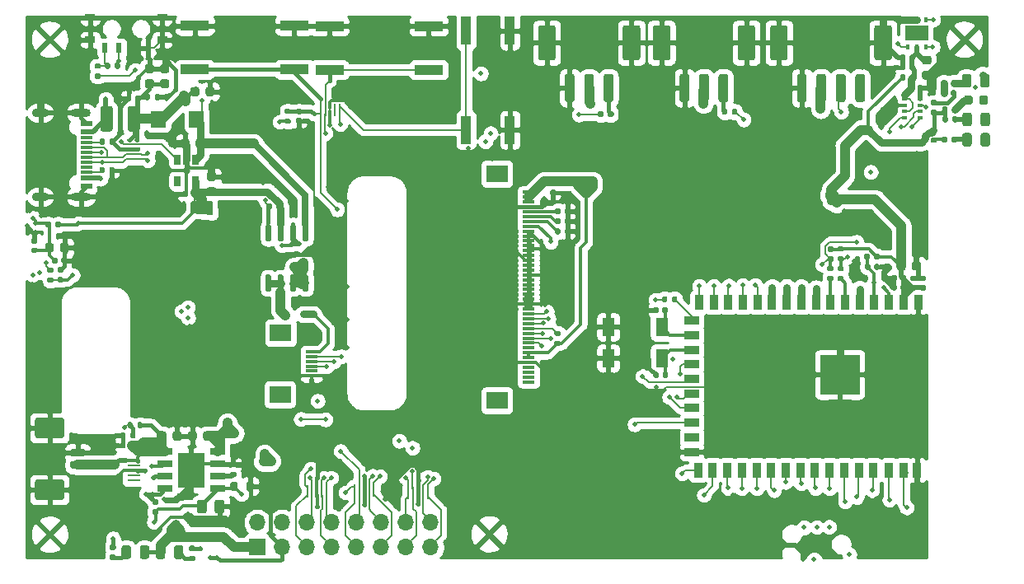
<source format=gtl>
%TF.GenerationSoftware,KiCad,Pcbnew,(5.1.10)-1*%
%TF.CreationDate,2021-07-15T23:48:19-07:00*%
%TF.ProjectId,esp32_sensor,65737033-325f-4736-956e-736f722e6b69,rev?*%
%TF.SameCoordinates,Original*%
%TF.FileFunction,Copper,L1,Top*%
%TF.FilePolarity,Positive*%
%FSLAX46Y46*%
G04 Gerber Fmt 4.6, Leading zero omitted, Abs format (unit mm)*
G04 Created by KiCad (PCBNEW (5.1.10)-1) date 2021-07-15 23:48:19*
%MOMM*%
%LPD*%
G01*
G04 APERTURE LIST*
%TA.AperFunction,SMDPad,CuDef*%
%ADD10R,0.500000X0.350000*%
%TD*%
%TA.AperFunction,SMDPad,CuDef*%
%ADD11R,1.520000X1.680000*%
%TD*%
%TA.AperFunction,SMDPad,CuDef*%
%ADD12R,4.100000X4.100000*%
%TD*%
%TA.AperFunction,SMDPad,CuDef*%
%ADD13R,0.900000X1.500000*%
%TD*%
%TA.AperFunction,SMDPad,CuDef*%
%ADD14R,1.500000X0.900000*%
%TD*%
%TA.AperFunction,SMDPad,CuDef*%
%ADD15R,3.000000X1.000000*%
%TD*%
%TA.AperFunction,SMDPad,CuDef*%
%ADD16R,1.000000X3.000000*%
%TD*%
%TA.AperFunction,SMDPad,CuDef*%
%ADD17R,1.300000X0.300000*%
%TD*%
%TA.AperFunction,SMDPad,CuDef*%
%ADD18R,2.200000X1.800000*%
%TD*%
%TA.AperFunction,ComponentPad*%
%ADD19R,1.700000X1.700000*%
%TD*%
%TA.AperFunction,ComponentPad*%
%ADD20O,1.700000X1.700000*%
%TD*%
%TA.AperFunction,SMDPad,CuDef*%
%ADD21R,0.250000X0.625000*%
%TD*%
%TA.AperFunction,SMDPad,CuDef*%
%ADD22R,0.450000X0.575000*%
%TD*%
%TA.AperFunction,SMDPad,CuDef*%
%ADD23R,0.450000X0.700000*%
%TD*%
%TA.AperFunction,SMDPad,CuDef*%
%ADD24R,0.625000X0.250000*%
%TD*%
%TA.AperFunction,SMDPad,CuDef*%
%ADD25R,0.700000X0.450000*%
%TD*%
%TA.AperFunction,SMDPad,CuDef*%
%ADD26R,0.575000X0.450000*%
%TD*%
%TA.AperFunction,SMDPad,CuDef*%
%ADD27R,1.300000X1.900000*%
%TD*%
%TA.AperFunction,SMDPad,CuDef*%
%ADD28R,1.000000X0.700000*%
%TD*%
%TA.AperFunction,SMDPad,CuDef*%
%ADD29R,0.600000X1.000000*%
%TD*%
%TA.AperFunction,SMDPad,CuDef*%
%ADD30R,0.400000X0.600000*%
%TD*%
%TA.AperFunction,SMDPad,CuDef*%
%ADD31R,2.400000X1.500000*%
%TD*%
%TA.AperFunction,SMDPad,CuDef*%
%ADD32R,0.650000X1.060000*%
%TD*%
%TA.AperFunction,SMDPad,CuDef*%
%ADD33R,1.500000X0.650000*%
%TD*%
%TA.AperFunction,SMDPad,CuDef*%
%ADD34R,2.700000X3.600000*%
%TD*%
%TA.AperFunction,SMDPad,CuDef*%
%ADD35R,1.160000X0.600000*%
%TD*%
%TA.AperFunction,SMDPad,CuDef*%
%ADD36R,1.160000X0.300000*%
%TD*%
%TA.AperFunction,ComponentPad*%
%ADD37O,1.700000X0.900000*%
%TD*%
%TA.AperFunction,ComponentPad*%
%ADD38O,2.000000X0.900000*%
%TD*%
%TA.AperFunction,ViaPad*%
%ADD39C,0.500000*%
%TD*%
%TA.AperFunction,Conductor*%
%ADD40C,0.500000*%
%TD*%
%TA.AperFunction,Conductor*%
%ADD41C,0.400000*%
%TD*%
%TA.AperFunction,Conductor*%
%ADD42C,0.750000*%
%TD*%
%TA.AperFunction,Conductor*%
%ADD43C,0.150000*%
%TD*%
%TA.AperFunction,Conductor*%
%ADD44C,0.300000*%
%TD*%
%TA.AperFunction,Conductor*%
%ADD45C,1.000000*%
%TD*%
%TA.AperFunction,Conductor*%
%ADD46C,0.200000*%
%TD*%
%TA.AperFunction,Conductor*%
%ADD47C,0.700000*%
%TD*%
%TA.AperFunction,Conductor*%
%ADD48C,0.254000*%
%TD*%
%TA.AperFunction,Conductor*%
%ADD49C,0.100000*%
%TD*%
G04 APERTURE END LIST*
%TO.P,R37,2*%
%TO.N,VDDF*%
%TA.AperFunction,SMDPad,CuDef*%
G36*
G01*
X33160000Y-51895000D02*
X33160000Y-52265000D01*
G75*
G02*
X33025000Y-52400000I-135000J0D01*
G01*
X32755000Y-52400000D01*
G75*
G02*
X32620000Y-52265000I0J135000D01*
G01*
X32620000Y-51895000D01*
G75*
G02*
X32755000Y-51760000I135000J0D01*
G01*
X33025000Y-51760000D01*
G75*
G02*
X33160000Y-51895000I0J-135000D01*
G01*
G37*
%TD.AperFunction*%
%TO.P,R37,1*%
%TO.N,+3V3*%
%TA.AperFunction,SMDPad,CuDef*%
G36*
G01*
X34180000Y-51895000D02*
X34180000Y-52265000D01*
G75*
G02*
X34045000Y-52400000I-135000J0D01*
G01*
X33775000Y-52400000D01*
G75*
G02*
X33640000Y-52265000I0J135000D01*
G01*
X33640000Y-51895000D01*
G75*
G02*
X33775000Y-51760000I135000J0D01*
G01*
X34045000Y-51760000D01*
G75*
G02*
X34180000Y-51895000I0J-135000D01*
G01*
G37*
%TD.AperFunction*%
%TD*%
%TO.P,R36,2*%
%TO.N,/ALS_INT*%
%TA.AperFunction,SMDPad,CuDef*%
G36*
G01*
X32925000Y-57510000D02*
X33295000Y-57510000D01*
G75*
G02*
X33430000Y-57645000I0J-135000D01*
G01*
X33430000Y-57915000D01*
G75*
G02*
X33295000Y-58050000I-135000J0D01*
G01*
X32925000Y-58050000D01*
G75*
G02*
X32790000Y-57915000I0J135000D01*
G01*
X32790000Y-57645000D01*
G75*
G02*
X32925000Y-57510000I135000J0D01*
G01*
G37*
%TD.AperFunction*%
%TO.P,R36,1*%
%TO.N,Net-(R36-Pad1)*%
%TA.AperFunction,SMDPad,CuDef*%
G36*
G01*
X32925000Y-56490000D02*
X33295000Y-56490000D01*
G75*
G02*
X33430000Y-56625000I0J-135000D01*
G01*
X33430000Y-56895000D01*
G75*
G02*
X33295000Y-57030000I-135000J0D01*
G01*
X32925000Y-57030000D01*
G75*
G02*
X32790000Y-56895000I0J135000D01*
G01*
X32790000Y-56625000D01*
G75*
G02*
X32925000Y-56490000I135000J0D01*
G01*
G37*
%TD.AperFunction*%
%TD*%
%TO.P,R35,2*%
%TO.N,GND*%
%TA.AperFunction,SMDPad,CuDef*%
G36*
G01*
X34325000Y-57000000D02*
X33955000Y-57000000D01*
G75*
G02*
X33820000Y-56865000I0J135000D01*
G01*
X33820000Y-56595000D01*
G75*
G02*
X33955000Y-56460000I135000J0D01*
G01*
X34325000Y-56460000D01*
G75*
G02*
X34460000Y-56595000I0J-135000D01*
G01*
X34460000Y-56865000D01*
G75*
G02*
X34325000Y-57000000I-135000J0D01*
G01*
G37*
%TD.AperFunction*%
%TO.P,R35,1*%
%TO.N,/ALS_INT*%
%TA.AperFunction,SMDPad,CuDef*%
G36*
G01*
X34325000Y-58020000D02*
X33955000Y-58020000D01*
G75*
G02*
X33820000Y-57885000I0J135000D01*
G01*
X33820000Y-57615000D01*
G75*
G02*
X33955000Y-57480000I135000J0D01*
G01*
X34325000Y-57480000D01*
G75*
G02*
X34460000Y-57615000I0J-135000D01*
G01*
X34460000Y-57885000D01*
G75*
G02*
X34325000Y-58020000I-135000J0D01*
G01*
G37*
%TD.AperFunction*%
%TD*%
%TO.P,C27,2*%
%TO.N,GND*%
%TA.AperFunction,SMDPad,CuDef*%
G36*
G01*
X34100000Y-54700000D02*
X34100000Y-54200000D01*
G75*
G02*
X34325000Y-53975000I225000J0D01*
G01*
X34775000Y-53975000D01*
G75*
G02*
X35000000Y-54200000I0J-225000D01*
G01*
X35000000Y-54700000D01*
G75*
G02*
X34775000Y-54925000I-225000J0D01*
G01*
X34325000Y-54925000D01*
G75*
G02*
X34100000Y-54700000I0J225000D01*
G01*
G37*
%TD.AperFunction*%
%TO.P,C27,1*%
%TO.N,VDDF*%
%TA.AperFunction,SMDPad,CuDef*%
G36*
G01*
X32550000Y-54700000D02*
X32550000Y-54200000D01*
G75*
G02*
X32775000Y-53975000I225000J0D01*
G01*
X33225000Y-53975000D01*
G75*
G02*
X33450000Y-54200000I0J-225000D01*
G01*
X33450000Y-54700000D01*
G75*
G02*
X33225000Y-54925000I-225000J0D01*
G01*
X32775000Y-54925000D01*
G75*
G02*
X32550000Y-54700000I0J225000D01*
G01*
G37*
%TD.AperFunction*%
%TD*%
%TO.P,C26,2*%
%TO.N,GND*%
%TA.AperFunction,SMDPad,CuDef*%
G36*
G01*
X34240000Y-55950000D02*
X34240000Y-55610000D01*
G75*
G02*
X34380000Y-55470000I140000J0D01*
G01*
X34660000Y-55470000D01*
G75*
G02*
X34800000Y-55610000I0J-140000D01*
G01*
X34800000Y-55950000D01*
G75*
G02*
X34660000Y-56090000I-140000J0D01*
G01*
X34380000Y-56090000D01*
G75*
G02*
X34240000Y-55950000I0J140000D01*
G01*
G37*
%TD.AperFunction*%
%TO.P,C26,1*%
%TO.N,VDDF*%
%TA.AperFunction,SMDPad,CuDef*%
G36*
G01*
X33280000Y-55950000D02*
X33280000Y-55610000D01*
G75*
G02*
X33420000Y-55470000I140000J0D01*
G01*
X33700000Y-55470000D01*
G75*
G02*
X33840000Y-55610000I0J-140000D01*
G01*
X33840000Y-55950000D01*
G75*
G02*
X33700000Y-56090000I-140000J0D01*
G01*
X33420000Y-56090000D01*
G75*
G02*
X33280000Y-55950000I0J140000D01*
G01*
G37*
%TD.AperFunction*%
%TD*%
%TO.P,C25,2*%
%TO.N,GND*%
%TA.AperFunction,SMDPad,CuDef*%
G36*
G01*
X31640000Y-54040000D02*
X31300000Y-54040000D01*
G75*
G02*
X31160000Y-53900000I0J140000D01*
G01*
X31160000Y-53620000D01*
G75*
G02*
X31300000Y-53480000I140000J0D01*
G01*
X31640000Y-53480000D01*
G75*
G02*
X31780000Y-53620000I0J-140000D01*
G01*
X31780000Y-53900000D01*
G75*
G02*
X31640000Y-54040000I-140000J0D01*
G01*
G37*
%TD.AperFunction*%
%TO.P,C25,1*%
%TO.N,VDDF*%
%TA.AperFunction,SMDPad,CuDef*%
G36*
G01*
X31640000Y-55000000D02*
X31300000Y-55000000D01*
G75*
G02*
X31160000Y-54860000I0J140000D01*
G01*
X31160000Y-54580000D01*
G75*
G02*
X31300000Y-54440000I140000J0D01*
G01*
X31640000Y-54440000D01*
G75*
G02*
X31780000Y-54580000I0J-140000D01*
G01*
X31780000Y-54860000D01*
G75*
G02*
X31640000Y-55000000I-140000J0D01*
G01*
G37*
%TD.AperFunction*%
%TD*%
%TO.P,C24,2*%
%TO.N,VDDA*%
%TA.AperFunction,SMDPad,CuDef*%
G36*
G01*
X121760000Y-37870000D02*
X121760000Y-38210000D01*
G75*
G02*
X121620000Y-38350000I-140000J0D01*
G01*
X121340000Y-38350000D01*
G75*
G02*
X121200000Y-38210000I0J140000D01*
G01*
X121200000Y-37870000D01*
G75*
G02*
X121340000Y-37730000I140000J0D01*
G01*
X121620000Y-37730000D01*
G75*
G02*
X121760000Y-37870000I0J-140000D01*
G01*
G37*
%TD.AperFunction*%
%TO.P,C24,1*%
%TO.N,GND*%
%TA.AperFunction,SMDPad,CuDef*%
G36*
G01*
X122720000Y-37870000D02*
X122720000Y-38210000D01*
G75*
G02*
X122580000Y-38350000I-140000J0D01*
G01*
X122300000Y-38350000D01*
G75*
G02*
X122160000Y-38210000I0J140000D01*
G01*
X122160000Y-37870000D01*
G75*
G02*
X122300000Y-37730000I140000J0D01*
G01*
X122580000Y-37730000D01*
G75*
G02*
X122720000Y-37870000I0J-140000D01*
G01*
G37*
%TD.AperFunction*%
%TD*%
D10*
%TO.P,U11,8*%
%TO.N,VDDA*%
X120840000Y-39145000D03*
%TO.P,U11,2*%
%TO.N,Net-(TP25-Pad1)*%
X122440000Y-39795000D03*
%TO.P,U11,3*%
%TO.N,/SDA*%
X122440000Y-40445000D03*
%TO.P,U11,4*%
%TO.N,/SCL*%
X122440000Y-41095000D03*
%TO.P,U11,7*%
%TO.N,GND*%
X120840000Y-39795000D03*
%TO.P,U11,6*%
%TO.N,VDDA*%
X120840000Y-40445000D03*
%TO.P,U11,5*%
%TO.N,/PRESS_INT*%
X120840000Y-41095000D03*
%TO.P,U11,1*%
%TO.N,GND*%
X122440000Y-39145000D03*
%TD*%
%TO.P,R34,2*%
%TO.N,Net-(R26-Pad1)*%
%TA.AperFunction,SMDPad,CuDef*%
G36*
G01*
X125110000Y-38385000D02*
X125110000Y-38755000D01*
G75*
G02*
X124975000Y-38890000I-135000J0D01*
G01*
X124705000Y-38890000D01*
G75*
G02*
X124570000Y-38755000I0J135000D01*
G01*
X124570000Y-38385000D01*
G75*
G02*
X124705000Y-38250000I135000J0D01*
G01*
X124975000Y-38250000D01*
G75*
G02*
X125110000Y-38385000I0J-135000D01*
G01*
G37*
%TD.AperFunction*%
%TO.P,R34,1*%
%TO.N,Net-(R33-Pad2)*%
%TA.AperFunction,SMDPad,CuDef*%
G36*
G01*
X126130000Y-38385000D02*
X126130000Y-38755000D01*
G75*
G02*
X125995000Y-38890000I-135000J0D01*
G01*
X125725000Y-38890000D01*
G75*
G02*
X125590000Y-38755000I0J135000D01*
G01*
X125590000Y-38385000D01*
G75*
G02*
X125725000Y-38250000I135000J0D01*
G01*
X125995000Y-38250000D01*
G75*
G02*
X126130000Y-38385000I0J-135000D01*
G01*
G37*
%TD.AperFunction*%
%TD*%
%TO.P,R33,2*%
%TO.N,Net-(R33-Pad2)*%
%TA.AperFunction,SMDPad,CuDef*%
G36*
G01*
X124005000Y-39800000D02*
X123635000Y-39800000D01*
G75*
G02*
X123500000Y-39665000I0J135000D01*
G01*
X123500000Y-39395000D01*
G75*
G02*
X123635000Y-39260000I135000J0D01*
G01*
X124005000Y-39260000D01*
G75*
G02*
X124140000Y-39395000I0J-135000D01*
G01*
X124140000Y-39665000D01*
G75*
G02*
X124005000Y-39800000I-135000J0D01*
G01*
G37*
%TD.AperFunction*%
%TO.P,R33,1*%
%TO.N,+3V3*%
%TA.AperFunction,SMDPad,CuDef*%
G36*
G01*
X124005000Y-40820000D02*
X123635000Y-40820000D01*
G75*
G02*
X123500000Y-40685000I0J135000D01*
G01*
X123500000Y-40415000D01*
G75*
G02*
X123635000Y-40280000I135000J0D01*
G01*
X124005000Y-40280000D01*
G75*
G02*
X124140000Y-40415000I0J-135000D01*
G01*
X124140000Y-40685000D01*
G75*
G02*
X124005000Y-40820000I-135000J0D01*
G01*
G37*
%TD.AperFunction*%
%TD*%
%TO.P,R32,2*%
%TO.N,+3V3*%
%TA.AperFunction,SMDPad,CuDef*%
G36*
G01*
X123995000Y-42660000D02*
X123625000Y-42660000D01*
G75*
G02*
X123490000Y-42525000I0J135000D01*
G01*
X123490000Y-42255000D01*
G75*
G02*
X123625000Y-42120000I135000J0D01*
G01*
X123995000Y-42120000D01*
G75*
G02*
X124130000Y-42255000I0J-135000D01*
G01*
X124130000Y-42525000D01*
G75*
G02*
X123995000Y-42660000I-135000J0D01*
G01*
G37*
%TD.AperFunction*%
%TO.P,R32,1*%
%TO.N,Net-(R21-Pad1)*%
%TA.AperFunction,SMDPad,CuDef*%
G36*
G01*
X123995000Y-43680000D02*
X123625000Y-43680000D01*
G75*
G02*
X123490000Y-43545000I0J135000D01*
G01*
X123490000Y-43275000D01*
G75*
G02*
X123625000Y-43140000I135000J0D01*
G01*
X123995000Y-43140000D01*
G75*
G02*
X124130000Y-43275000I0J-135000D01*
G01*
X124130000Y-43545000D01*
G75*
G02*
X123995000Y-43680000I-135000J0D01*
G01*
G37*
%TD.AperFunction*%
%TD*%
%TO.P,R14,2*%
%TO.N,GND*%
%TA.AperFunction,SMDPad,CuDef*%
G36*
G01*
X53210000Y-79255000D02*
X53210000Y-78705000D01*
G75*
G02*
X53410000Y-78505000I200000J0D01*
G01*
X53810000Y-78505000D01*
G75*
G02*
X54010000Y-78705000I0J-200000D01*
G01*
X54010000Y-79255000D01*
G75*
G02*
X53810000Y-79455000I-200000J0D01*
G01*
X53410000Y-79455000D01*
G75*
G02*
X53210000Y-79255000I0J200000D01*
G01*
G37*
%TD.AperFunction*%
%TO.P,R14,1*%
%TO.N,Net-(R13-Pad2)*%
%TA.AperFunction,SMDPad,CuDef*%
G36*
G01*
X51560000Y-79255000D02*
X51560000Y-78705000D01*
G75*
G02*
X51760000Y-78505000I200000J0D01*
G01*
X52160000Y-78505000D01*
G75*
G02*
X52360000Y-78705000I0J-200000D01*
G01*
X52360000Y-79255000D01*
G75*
G02*
X52160000Y-79455000I-200000J0D01*
G01*
X51760000Y-79455000D01*
G75*
G02*
X51560000Y-79255000I0J200000D01*
G01*
G37*
%TD.AperFunction*%
%TD*%
%TO.P,D6,2*%
%TO.N,Net-(D6-Pad2)*%
%TA.AperFunction,SMDPad,CuDef*%
G36*
G01*
X127802500Y-39023750D02*
X127802500Y-39536250D01*
G75*
G02*
X127583750Y-39755000I-218750J0D01*
G01*
X127146250Y-39755000D01*
G75*
G02*
X126927500Y-39536250I0J218750D01*
G01*
X126927500Y-39023750D01*
G75*
G02*
X127146250Y-38805000I218750J0D01*
G01*
X127583750Y-38805000D01*
G75*
G02*
X127802500Y-39023750I0J-218750D01*
G01*
G37*
%TD.AperFunction*%
%TO.P,D6,1*%
%TO.N,/LED2*%
%TA.AperFunction,SMDPad,CuDef*%
G36*
G01*
X129377500Y-39023750D02*
X129377500Y-39536250D01*
G75*
G02*
X129158750Y-39755000I-218750J0D01*
G01*
X128721250Y-39755000D01*
G75*
G02*
X128502500Y-39536250I0J218750D01*
G01*
X128502500Y-39023750D01*
G75*
G02*
X128721250Y-38805000I218750J0D01*
G01*
X129158750Y-38805000D01*
G75*
G02*
X129377500Y-39023750I0J-218750D01*
G01*
G37*
%TD.AperFunction*%
%TD*%
D11*
%TO.P,D7,2*%
%TO.N,VBUS*%
X44195000Y-41260000D03*
%TO.P,D7,1*%
%TO.N,VCC*%
X48125000Y-41260000D03*
%TD*%
%TO.P,Q1,8*%
%TO.N,+BATT*%
%TA.AperFunction,SMDPad,CuDef*%
G36*
G01*
X59150000Y-57210000D02*
X59450000Y-57210000D01*
G75*
G02*
X59600000Y-57360000I0J-150000D01*
G01*
X59600000Y-58810000D01*
G75*
G02*
X59450000Y-58960000I-150000J0D01*
G01*
X59150000Y-58960000D01*
G75*
G02*
X59000000Y-58810000I0J150000D01*
G01*
X59000000Y-57360000D01*
G75*
G02*
X59150000Y-57210000I150000J0D01*
G01*
G37*
%TD.AperFunction*%
%TO.P,Q1,7*%
%TA.AperFunction,SMDPad,CuDef*%
G36*
G01*
X57880000Y-57210000D02*
X58180000Y-57210000D01*
G75*
G02*
X58330000Y-57360000I0J-150000D01*
G01*
X58330000Y-58810000D01*
G75*
G02*
X58180000Y-58960000I-150000J0D01*
G01*
X57880000Y-58960000D01*
G75*
G02*
X57730000Y-58810000I0J150000D01*
G01*
X57730000Y-57360000D01*
G75*
G02*
X57880000Y-57210000I150000J0D01*
G01*
G37*
%TD.AperFunction*%
%TO.P,Q1,6*%
%TO.N,Net-(J9-Pad33)*%
%TA.AperFunction,SMDPad,CuDef*%
G36*
G01*
X56610000Y-57210000D02*
X56910000Y-57210000D01*
G75*
G02*
X57060000Y-57360000I0J-150000D01*
G01*
X57060000Y-58810000D01*
G75*
G02*
X56910000Y-58960000I-150000J0D01*
G01*
X56610000Y-58960000D01*
G75*
G02*
X56460000Y-58810000I0J150000D01*
G01*
X56460000Y-57360000D01*
G75*
G02*
X56610000Y-57210000I150000J0D01*
G01*
G37*
%TD.AperFunction*%
%TO.P,Q1,5*%
%TA.AperFunction,SMDPad,CuDef*%
G36*
G01*
X55340000Y-57210000D02*
X55640000Y-57210000D01*
G75*
G02*
X55790000Y-57360000I0J-150000D01*
G01*
X55790000Y-58810000D01*
G75*
G02*
X55640000Y-58960000I-150000J0D01*
G01*
X55340000Y-58960000D01*
G75*
G02*
X55190000Y-58810000I0J150000D01*
G01*
X55190000Y-57360000D01*
G75*
G02*
X55340000Y-57210000I150000J0D01*
G01*
G37*
%TD.AperFunction*%
%TO.P,Q1,4*%
%TO.N,/TFT_LITE*%
%TA.AperFunction,SMDPad,CuDef*%
G36*
G01*
X55340000Y-52060000D02*
X55640000Y-52060000D01*
G75*
G02*
X55790000Y-52210000I0J-150000D01*
G01*
X55790000Y-53660000D01*
G75*
G02*
X55640000Y-53810000I-150000J0D01*
G01*
X55340000Y-53810000D01*
G75*
G02*
X55190000Y-53660000I0J150000D01*
G01*
X55190000Y-52210000D01*
G75*
G02*
X55340000Y-52060000I150000J0D01*
G01*
G37*
%TD.AperFunction*%
%TO.P,Q1,3*%
%TO.N,+3V3*%
%TA.AperFunction,SMDPad,CuDef*%
G36*
G01*
X56610000Y-52060000D02*
X56910000Y-52060000D01*
G75*
G02*
X57060000Y-52210000I0J-150000D01*
G01*
X57060000Y-53660000D01*
G75*
G02*
X56910000Y-53810000I-150000J0D01*
G01*
X56610000Y-53810000D01*
G75*
G02*
X56460000Y-53660000I0J150000D01*
G01*
X56460000Y-52210000D01*
G75*
G02*
X56610000Y-52060000I150000J0D01*
G01*
G37*
%TD.AperFunction*%
%TO.P,Q1,2*%
%TO.N,VBUS*%
%TA.AperFunction,SMDPad,CuDef*%
G36*
G01*
X57880000Y-52060000D02*
X58180000Y-52060000D01*
G75*
G02*
X58330000Y-52210000I0J-150000D01*
G01*
X58330000Y-53660000D01*
G75*
G02*
X58180000Y-53810000I-150000J0D01*
G01*
X57880000Y-53810000D01*
G75*
G02*
X57730000Y-53660000I0J150000D01*
G01*
X57730000Y-52210000D01*
G75*
G02*
X57880000Y-52060000I150000J0D01*
G01*
G37*
%TD.AperFunction*%
%TO.P,Q1,1*%
%TO.N,VCC*%
%TA.AperFunction,SMDPad,CuDef*%
G36*
G01*
X59150000Y-52060000D02*
X59450000Y-52060000D01*
G75*
G02*
X59600000Y-52210000I0J-150000D01*
G01*
X59600000Y-53660000D01*
G75*
G02*
X59450000Y-53810000I-150000J0D01*
G01*
X59150000Y-53810000D01*
G75*
G02*
X59000000Y-53660000I0J150000D01*
G01*
X59000000Y-52210000D01*
G75*
G02*
X59150000Y-52060000I150000J0D01*
G01*
G37*
%TD.AperFunction*%
%TD*%
%TO.P,F1,2*%
%TO.N,VBUS*%
%TA.AperFunction,SMDPad,CuDef*%
G36*
G01*
X41047500Y-42275000D02*
X41047500Y-40125000D01*
G75*
G02*
X41297500Y-39875000I250000J0D01*
G01*
X42047500Y-39875000D01*
G75*
G02*
X42297500Y-40125000I0J-250000D01*
G01*
X42297500Y-42275000D01*
G75*
G02*
X42047500Y-42525000I-250000J0D01*
G01*
X41297500Y-42525000D01*
G75*
G02*
X41047500Y-42275000I0J250000D01*
G01*
G37*
%TD.AperFunction*%
%TO.P,F1,1*%
%TO.N,Net-(F1-Pad1)*%
%TA.AperFunction,SMDPad,CuDef*%
G36*
G01*
X38247500Y-42275000D02*
X38247500Y-40125000D01*
G75*
G02*
X38497500Y-39875000I250000J0D01*
G01*
X39247500Y-39875000D01*
G75*
G02*
X39497500Y-40125000I0J-250000D01*
G01*
X39497500Y-42275000D01*
G75*
G02*
X39247500Y-42525000I-250000J0D01*
G01*
X38497500Y-42525000D01*
G75*
G02*
X38247500Y-42275000I0J250000D01*
G01*
G37*
%TD.AperFunction*%
%TD*%
%TO.P,C23,2*%
%TO.N,GND*%
%TA.AperFunction,SMDPad,CuDef*%
G36*
G01*
X43540000Y-36500000D02*
X43040000Y-36500000D01*
G75*
G02*
X42815000Y-36275000I0J225000D01*
G01*
X42815000Y-35825000D01*
G75*
G02*
X43040000Y-35600000I225000J0D01*
G01*
X43540000Y-35600000D01*
G75*
G02*
X43765000Y-35825000I0J-225000D01*
G01*
X43765000Y-36275000D01*
G75*
G02*
X43540000Y-36500000I-225000J0D01*
G01*
G37*
%TD.AperFunction*%
%TO.P,C23,1*%
%TO.N,VBUS*%
%TA.AperFunction,SMDPad,CuDef*%
G36*
G01*
X43540000Y-38050000D02*
X43040000Y-38050000D01*
G75*
G02*
X42815000Y-37825000I0J225000D01*
G01*
X42815000Y-37375000D01*
G75*
G02*
X43040000Y-37150000I225000J0D01*
G01*
X43540000Y-37150000D01*
G75*
G02*
X43765000Y-37375000I0J-225000D01*
G01*
X43765000Y-37825000D01*
G75*
G02*
X43540000Y-38050000I-225000J0D01*
G01*
G37*
%TD.AperFunction*%
%TD*%
%TO.P,C22,2*%
%TO.N,GND*%
%TA.AperFunction,SMDPad,CuDef*%
G36*
G01*
X49050000Y-38650000D02*
X49050000Y-38150000D01*
G75*
G02*
X49275000Y-37925000I225000J0D01*
G01*
X49725000Y-37925000D01*
G75*
G02*
X49950000Y-38150000I0J-225000D01*
G01*
X49950000Y-38650000D01*
G75*
G02*
X49725000Y-38875000I-225000J0D01*
G01*
X49275000Y-38875000D01*
G75*
G02*
X49050000Y-38650000I0J225000D01*
G01*
G37*
%TD.AperFunction*%
%TO.P,C22,1*%
%TO.N,VBUS*%
%TA.AperFunction,SMDPad,CuDef*%
G36*
G01*
X47500000Y-38650000D02*
X47500000Y-38150000D01*
G75*
G02*
X47725000Y-37925000I225000J0D01*
G01*
X48175000Y-37925000D01*
G75*
G02*
X48400000Y-38150000I0J-225000D01*
G01*
X48400000Y-38650000D01*
G75*
G02*
X48175000Y-38875000I-225000J0D01*
G01*
X47725000Y-38875000D01*
G75*
G02*
X47500000Y-38650000I0J225000D01*
G01*
G37*
%TD.AperFunction*%
%TD*%
%TO.P,C21,2*%
%TO.N,GND*%
%TA.AperFunction,SMDPad,CuDef*%
G36*
G01*
X45090000Y-36500000D02*
X44590000Y-36500000D01*
G75*
G02*
X44365000Y-36275000I0J225000D01*
G01*
X44365000Y-35825000D01*
G75*
G02*
X44590000Y-35600000I225000J0D01*
G01*
X45090000Y-35600000D01*
G75*
G02*
X45315000Y-35825000I0J-225000D01*
G01*
X45315000Y-36275000D01*
G75*
G02*
X45090000Y-36500000I-225000J0D01*
G01*
G37*
%TD.AperFunction*%
%TO.P,C21,1*%
%TO.N,VBUS*%
%TA.AperFunction,SMDPad,CuDef*%
G36*
G01*
X45090000Y-38050000D02*
X44590000Y-38050000D01*
G75*
G02*
X44365000Y-37825000I0J225000D01*
G01*
X44365000Y-37375000D01*
G75*
G02*
X44590000Y-37150000I225000J0D01*
G01*
X45090000Y-37150000D01*
G75*
G02*
X45315000Y-37375000I0J-225000D01*
G01*
X45315000Y-37825000D01*
G75*
G02*
X45090000Y-38050000I-225000J0D01*
G01*
G37*
%TD.AperFunction*%
%TD*%
%TO.P,J10,MP*%
%TO.N,GND*%
%TA.AperFunction,SMDPad,CuDef*%
G36*
G01*
X31770000Y-78280000D02*
X34270000Y-78280000D01*
G75*
G02*
X34520000Y-78530000I0J-250000D01*
G01*
X34520000Y-80130000D01*
G75*
G02*
X34270000Y-80380000I-250000J0D01*
G01*
X31770000Y-80380000D01*
G75*
G02*
X31520000Y-80130000I0J250000D01*
G01*
X31520000Y-78530000D01*
G75*
G02*
X31770000Y-78280000I250000J0D01*
G01*
G37*
%TD.AperFunction*%
%TA.AperFunction,SMDPad,CuDef*%
G36*
G01*
X31770000Y-71930000D02*
X34270000Y-71930000D01*
G75*
G02*
X34520000Y-72180000I0J-250000D01*
G01*
X34520000Y-73780000D01*
G75*
G02*
X34270000Y-74030000I-250000J0D01*
G01*
X31770000Y-74030000D01*
G75*
G02*
X31520000Y-73780000I0J250000D01*
G01*
X31520000Y-72180000D01*
G75*
G02*
X31770000Y-71930000I250000J0D01*
G01*
G37*
%TD.AperFunction*%
%TO.P,J10,2*%
%TO.N,+BATT*%
%TA.AperFunction,SMDPad,CuDef*%
G36*
G01*
X35320000Y-76380000D02*
X36520000Y-76380000D01*
G75*
G02*
X36720000Y-76580000I0J-200000D01*
G01*
X36720000Y-76980000D01*
G75*
G02*
X36520000Y-77180000I-200000J0D01*
G01*
X35320000Y-77180000D01*
G75*
G02*
X35120000Y-76980000I0J200000D01*
G01*
X35120000Y-76580000D01*
G75*
G02*
X35320000Y-76380000I200000J0D01*
G01*
G37*
%TD.AperFunction*%
%TO.P,J10,1*%
%TO.N,GND*%
%TA.AperFunction,SMDPad,CuDef*%
G36*
G01*
X35320000Y-75130000D02*
X36520000Y-75130000D01*
G75*
G02*
X36720000Y-75330000I0J-200000D01*
G01*
X36720000Y-75730000D01*
G75*
G02*
X36520000Y-75930000I-200000J0D01*
G01*
X35320000Y-75930000D01*
G75*
G02*
X35120000Y-75730000I0J200000D01*
G01*
X35120000Y-75330000D01*
G75*
G02*
X35320000Y-75130000I200000J0D01*
G01*
G37*
%TD.AperFunction*%
%TD*%
D12*
%TO.P,U1,43*%
%TO.N,GND*%
X114180000Y-67495000D03*
D13*
%TO.P,U1,42*%
X122120000Y-77310000D03*
%TO.P,U1,41*%
%TO.N,/RESET_N*%
X120720000Y-77310000D03*
%TO.P,U1,40*%
%TO.N,/DBG_OUT*%
X119220000Y-77310000D03*
%TO.P,U1,39*%
%TO.N,/SPIV*%
X117620000Y-77310000D03*
D14*
%TO.P,U1,25*%
%TO.N,Net-(U1-Pad25)*%
X98970000Y-73935000D03*
%TO.P,U1,26*%
%TO.N,GND*%
X98970000Y-75435000D03*
D13*
%TO.P,U1,27*%
%TO.N,/SCL*%
X99620000Y-77310000D03*
%TO.P,U1,28*%
%TO.N,/SDA*%
X101120000Y-77310000D03*
%TO.P,U1,29*%
%TO.N,/MOSI*%
X102620000Y-77310000D03*
%TO.P,U1,30*%
%TO.N,/SCK*%
X104120000Y-77310000D03*
%TO.P,U1,31*%
%TO.N,/MISO*%
X105620000Y-77310000D03*
%TO.P,U1,32*%
%TO.N,/GPIO38*%
X107120000Y-77310000D03*
%TO.P,U1,33*%
%TO.N,/TFT_DC*%
X108620000Y-77310000D03*
%TO.P,U1,34*%
%TO.N,/TFT_CS*%
X110120000Y-77310000D03*
%TO.P,U1,35*%
%TO.N,/TFT_RESET*%
X111620000Y-77310000D03*
%TO.P,U1,36*%
%TO.N,/TMS*%
X113120000Y-77310000D03*
%TO.P,U1,37*%
%TO.N,/TXD0*%
X114620000Y-77310000D03*
%TO.P,U1,38*%
%TO.N,/RXDO*%
X116120000Y-77310000D03*
%TO.P,U1,14*%
%TO.N,/ALS_INT*%
X102720000Y-60060000D03*
%TO.P,U1,13*%
%TO.N,/GPIO10*%
X104220000Y-60060000D03*
%TO.P,U1,12*%
%TO.N,/PRESS_INT*%
X105720000Y-60060000D03*
%TO.P,U1,11*%
%TO.N,/LED3*%
X107220000Y-60060000D03*
%TO.P,U1,10*%
%TO.N,/LED2*%
X108720000Y-60060000D03*
%TO.P,U1,9*%
%TO.N,/LED1*%
X110220000Y-60060000D03*
%TO.P,U1,8*%
%TO.N,/LED0*%
X111720000Y-60060000D03*
%TO.P,U1,7*%
%TO.N,/SCL2*%
X113220000Y-60060000D03*
%TO.P,U1,6*%
%TO.N,/SDA2*%
X114720000Y-60060000D03*
%TO.P,U1,5*%
%TO.N,/HDC2080_INT*%
X116220000Y-60060000D03*
%TO.P,U1,4*%
%TO.N,/BTN*%
X117720000Y-60060000D03*
%TO.P,U1,3*%
%TO.N,/BOOT0*%
X119220000Y-60060000D03*
%TO.P,U1,2*%
%TO.N,+3V3*%
X120720000Y-60060000D03*
D14*
%TO.P,U1,24*%
%TO.N,/TFT_LITE*%
X98970000Y-72435000D03*
%TO.P,U1,23*%
%TO.N,/D_P*%
X98970000Y-70935000D03*
%TO.P,U1,22*%
%TO.N,/D_N*%
X98970000Y-69435000D03*
%TO.P,U1,21*%
%TO.N,/AD1*%
X98970000Y-67935000D03*
%TO.P,U1,20*%
%TO.N,/AD0*%
X98970000Y-66435000D03*
%TO.P,U1,19*%
%TO.N,/XTAL_32k_N*%
X98970000Y-64935000D03*
%TO.P,U1,18*%
%TO.N,/XTAL_32k_P*%
X98970000Y-63435000D03*
%TO.P,U1,17*%
%TO.N,/AD2*%
X98970000Y-61935000D03*
D13*
%TO.P,U1,16*%
%TO.N,/CTC_IRQ*%
X99720000Y-60060000D03*
%TO.P,U1,15*%
%TO.N,/GPIO12*%
X101220000Y-60060000D03*
%TO.P,U1,1*%
%TO.N,GND*%
X122220000Y-60060000D03*
%TD*%
D15*
%TO.P,SW4,4*%
%TO.N,/BTN*%
X71960000Y-36170000D03*
%TO.P,SW4,3*%
X61760000Y-36170000D03*
%TO.P,SW4,2*%
%TO.N,GND*%
X71960000Y-31670000D03*
%TO.P,SW4,1*%
X61760000Y-31670000D03*
%TD*%
%TO.P,SW3,4*%
%TO.N,/RESET_N*%
X58150000Y-36130000D03*
%TO.P,SW3,3*%
X47950000Y-36130000D03*
%TO.P,SW3,2*%
%TO.N,GND*%
X58150000Y-31630000D03*
%TO.P,SW3,1*%
X47950000Y-31630000D03*
%TD*%
D16*
%TO.P,SW2,4*%
%TO.N,/BOOT0*%
X75790000Y-42350000D03*
%TO.P,SW2,3*%
X75790000Y-32150000D03*
%TO.P,SW2,2*%
%TO.N,GND*%
X80290000Y-42350000D03*
%TO.P,SW2,1*%
X80290000Y-32150000D03*
%TD*%
%TO.P,R31,2*%
%TO.N,Net-(R19-Pad1)*%
%TA.AperFunction,SMDPad,CuDef*%
G36*
G01*
X39240000Y-35575000D02*
X39240000Y-35945000D01*
G75*
G02*
X39105000Y-36080000I-135000J0D01*
G01*
X38835000Y-36080000D01*
G75*
G02*
X38700000Y-35945000I0J135000D01*
G01*
X38700000Y-35575000D01*
G75*
G02*
X38835000Y-35440000I135000J0D01*
G01*
X39105000Y-35440000D01*
G75*
G02*
X39240000Y-35575000I0J-135000D01*
G01*
G37*
%TD.AperFunction*%
%TO.P,R31,1*%
%TO.N,/LDO_EN*%
%TA.AperFunction,SMDPad,CuDef*%
G36*
G01*
X40260000Y-35575000D02*
X40260000Y-35945000D01*
G75*
G02*
X40125000Y-36080000I-135000J0D01*
G01*
X39855000Y-36080000D01*
G75*
G02*
X39720000Y-35945000I0J135000D01*
G01*
X39720000Y-35575000D01*
G75*
G02*
X39855000Y-35440000I135000J0D01*
G01*
X40125000Y-35440000D01*
G75*
G02*
X40260000Y-35575000I0J-135000D01*
G01*
G37*
%TD.AperFunction*%
%TD*%
%TO.P,C20,2*%
%TO.N,GND*%
%TA.AperFunction,SMDPad,CuDef*%
G36*
G01*
X84560000Y-48490000D02*
X84900000Y-48490000D01*
G75*
G02*
X85040000Y-48630000I0J-140000D01*
G01*
X85040000Y-48910000D01*
G75*
G02*
X84900000Y-49050000I-140000J0D01*
G01*
X84560000Y-49050000D01*
G75*
G02*
X84420000Y-48910000I0J140000D01*
G01*
X84420000Y-48630000D01*
G75*
G02*
X84560000Y-48490000I140000J0D01*
G01*
G37*
%TD.AperFunction*%
%TO.P,C20,1*%
%TO.N,+3V3*%
%TA.AperFunction,SMDPad,CuDef*%
G36*
G01*
X84560000Y-47530000D02*
X84900000Y-47530000D01*
G75*
G02*
X85040000Y-47670000I0J-140000D01*
G01*
X85040000Y-47950000D01*
G75*
G02*
X84900000Y-48090000I-140000J0D01*
G01*
X84560000Y-48090000D01*
G75*
G02*
X84420000Y-47950000I0J140000D01*
G01*
X84420000Y-47670000D01*
G75*
G02*
X84560000Y-47530000I140000J0D01*
G01*
G37*
%TD.AperFunction*%
%TD*%
D17*
%TO.P,J9,1*%
%TO.N,Net-(J9-Pad1)*%
X82220000Y-68250000D03*
%TO.P,J9,2*%
%TO.N,Net-(J9-Pad2)*%
X82220000Y-67750000D03*
%TO.P,J9,3*%
%TO.N,Net-(J9-Pad3)*%
X82220000Y-67250000D03*
%TO.P,J9,4*%
%TO.N,Net-(J9-Pad4)*%
X82220000Y-66750000D03*
%TO.P,J9,5*%
%TO.N,GND*%
X82220000Y-66250000D03*
%TO.P,J9,6*%
%TO.N,+3V3*%
X82220000Y-65750000D03*
%TO.P,J9,7*%
X82220000Y-65250000D03*
%TO.P,J9,8*%
%TO.N,Net-(J9-Pad8)*%
X82220000Y-64750000D03*
%TO.P,J9,9*%
%TO.N,/TFT_CS*%
X82220000Y-64250000D03*
%TO.P,J9,10*%
%TO.N,/TFT_DC*%
X82220000Y-63750000D03*
%TO.P,J9,11*%
%TO.N,/SCK*%
X82220000Y-63250000D03*
%TO.P,J9,12*%
%TO.N,Net-(J9-Pad12)*%
X82220000Y-62750000D03*
%TO.P,J9,13*%
%TO.N,/MOSI*%
X82220000Y-62250000D03*
%TO.P,J9,14*%
%TO.N,/MISO*%
X82220000Y-61750000D03*
%TO.P,J9,15*%
%TO.N,/TFT_RESET*%
X82220000Y-61250000D03*
%TO.P,J9,16*%
%TO.N,GND*%
X82220000Y-60750000D03*
%TO.P,J9,17*%
X82220000Y-60250000D03*
%TO.P,J9,18*%
X82220000Y-59750000D03*
%TO.P,J9,19*%
X82220000Y-59250000D03*
%TO.P,J9,20*%
X82220000Y-58750000D03*
%TO.P,J9,21*%
X82220000Y-58250000D03*
%TO.P,J9,22*%
X82220000Y-57750000D03*
%TO.P,J9,23*%
X82220000Y-57250000D03*
%TO.P,J9,24*%
X82220000Y-56750000D03*
%TO.P,J9,25*%
X82220000Y-56250000D03*
%TO.P,J9,26*%
X82220000Y-55750000D03*
%TO.P,J9,27*%
X82220000Y-55250000D03*
%TO.P,J9,28*%
X82220000Y-54750000D03*
%TO.P,J9,29*%
X82220000Y-54250000D03*
%TO.P,J9,30*%
X82220000Y-53750000D03*
%TO.P,J9,31*%
X82220000Y-53250000D03*
%TO.P,J9,32*%
X82220000Y-52750000D03*
%TO.P,J9,33*%
%TO.N,Net-(J9-Pad33)*%
X82220000Y-52250000D03*
%TO.P,J9,34*%
%TO.N,Net-(J9-Pad34)*%
X82220000Y-51750000D03*
%TO.P,J9,35*%
%TO.N,Net-(J9-Pad35)*%
X82220000Y-51250000D03*
%TO.P,J9,36*%
%TO.N,Net-(J9-Pad36)*%
X82220000Y-50750000D03*
%TO.P,J9,37*%
%TO.N,GND*%
X82220000Y-50250000D03*
%TO.P,J9,38*%
%TO.N,+3V3*%
X82220000Y-49750000D03*
%TO.P,J9,39*%
X82220000Y-49250000D03*
%TO.P,J9,40*%
X82220000Y-48750000D03*
D18*
%TO.P,J9,MP*%
%TO.N,N/C*%
X78970000Y-46850000D03*
X78970000Y-70150000D03*
%TD*%
D19*
%TO.P,J6,1*%
%TO.N,VBUS*%
X54360000Y-85240000D03*
D20*
%TO.P,J6,2*%
%TO.N,+BATT*%
X54360000Y-82700000D03*
%TO.P,J6,3*%
%TO.N,GND*%
X56900000Y-85240000D03*
%TO.P,J6,4*%
%TO.N,+3V3*%
X56900000Y-82700000D03*
%TO.P,J6,5*%
%TO.N,/GPIO12*%
X59440000Y-85240000D03*
%TO.P,J6,6*%
%TO.N,/ALS_INT*%
X59440000Y-82700000D03*
%TO.P,J6,7*%
%TO.N,/GPIO10*%
X61980000Y-85240000D03*
%TO.P,J6,8*%
%TO.N,/PRESS_INT*%
X61980000Y-82700000D03*
%TO.P,J6,9*%
%TO.N,/GPIO38*%
X64520000Y-85240000D03*
%TO.P,J6,10*%
%TO.N,/RESET_N*%
X64520000Y-82700000D03*
%TO.P,J6,11*%
%TO.N,/LDO_EN*%
X67060000Y-85240000D03*
%TO.P,J6,12*%
%TO.N,/AD1*%
X67060000Y-82700000D03*
%TO.P,J6,13*%
%TO.N,/SCL*%
X69600000Y-85240000D03*
%TO.P,J6,14*%
%TO.N,/SDA*%
X69600000Y-82700000D03*
%TO.P,J6,15*%
%TO.N,/RXDO*%
X72140000Y-85240000D03*
%TO.P,J6,16*%
%TO.N,/TXD0*%
X72140000Y-82700000D03*
%TD*%
D21*
%TO.P,U10,7*%
%TO.N,/GPIO10*%
X60980000Y-79072500D03*
%TO.P,U10,6*%
%TO.N,/PRESS_INT*%
X61480000Y-79072500D03*
D22*
%TO.P,U10,8*%
%TO.N,GND*%
X60480000Y-79047500D03*
D21*
%TO.P,U10,5*%
%TO.N,/PRESS_INT*%
X61480000Y-79847500D03*
%TO.P,U10,9*%
%TO.N,/ALS_INT*%
X59980000Y-79072500D03*
%TO.P,U10,10*%
%TO.N,/GPIO12*%
X59480000Y-79072500D03*
%TO.P,U10,4*%
%TO.N,/GPIO10*%
X60980000Y-79847500D03*
%TO.P,U10,1*%
%TO.N,/GPIO12*%
X59480000Y-79847500D03*
D23*
%TO.P,U10,3*%
%TO.N,GND*%
X60480000Y-79810000D03*
D21*
%TO.P,U10,2*%
%TO.N,/ALS_INT*%
X59980000Y-79847500D03*
%TD*%
%TO.P,U9,2*%
%TO.N,/RESET_N*%
X64830000Y-79827500D03*
D23*
%TO.P,U9,3*%
%TO.N,GND*%
X65330000Y-79790000D03*
D21*
%TO.P,U9,1*%
%TO.N,/GPIO38*%
X64330000Y-79827500D03*
%TO.P,U9,4*%
%TO.N,/AD1*%
X65830000Y-79827500D03*
%TO.P,U9,10*%
%TO.N,/GPIO38*%
X64330000Y-79052500D03*
%TO.P,U9,9*%
%TO.N,/RESET_N*%
X64830000Y-79052500D03*
%TO.P,U9,5*%
%TO.N,/LDO_EN*%
X66330000Y-79827500D03*
D22*
%TO.P,U9,8*%
%TO.N,GND*%
X65330000Y-79027500D03*
D21*
%TO.P,U9,6*%
%TO.N,/LDO_EN*%
X66330000Y-79052500D03*
%TO.P,U9,7*%
%TO.N,/AD1*%
X65830000Y-79052500D03*
%TD*%
%TO.P,U8,2*%
%TO.N,/BTN*%
X61340000Y-40710000D03*
D23*
%TO.P,U8,3*%
%TO.N,GND*%
X61840000Y-40672500D03*
D21*
%TO.P,U8,1*%
%TO.N,/RESET_N*%
X60840000Y-40710000D03*
%TO.P,U8,4*%
%TO.N,Net-(U8-Pad4)*%
X62340000Y-40710000D03*
%TO.P,U8,10*%
%TO.N,/RESET_N*%
X60840000Y-39935000D03*
%TO.P,U8,9*%
%TO.N,/BTN*%
X61340000Y-39935000D03*
%TO.P,U8,5*%
%TO.N,/BOOT0*%
X62840000Y-40710000D03*
D22*
%TO.P,U8,8*%
%TO.N,GND*%
X61840000Y-39910000D03*
D21*
%TO.P,U8,6*%
%TO.N,/BOOT0*%
X62840000Y-39935000D03*
%TO.P,U8,7*%
%TO.N,Net-(U8-Pad4)*%
X62340000Y-39935000D03*
%TD*%
D24*
%TO.P,U7,2*%
%TO.N,/LDO_EN*%
X41255000Y-43850000D03*
D25*
%TO.P,U7,3*%
%TO.N,GND*%
X41292500Y-44350000D03*
D24*
%TO.P,U7,1*%
%TO.N,VBUS*%
X41255000Y-43350000D03*
%TO.P,U7,4*%
%TO.N,/D_N*%
X41255000Y-44850000D03*
%TO.P,U7,10*%
%TO.N,VBUS*%
X42030000Y-43350000D03*
%TO.P,U7,9*%
%TO.N,/LDO_EN*%
X42030000Y-43850000D03*
%TO.P,U7,5*%
%TO.N,/D_P*%
X41255000Y-45350000D03*
D26*
%TO.P,U7,8*%
%TO.N,GND*%
X42055000Y-44350000D03*
D24*
%TO.P,U7,6*%
%TO.N,/D_P*%
X42030000Y-45350000D03*
%TO.P,U7,7*%
%TO.N,/D_N*%
X42030000Y-44850000D03*
%TD*%
%TO.P,U6,2*%
%TO.N,Net-(U6-Pad2)*%
X41292500Y-76860000D03*
D25*
%TO.P,U6,3*%
%TO.N,GND*%
X41330000Y-77360000D03*
D24*
%TO.P,U6,1*%
%TO.N,+BATT*%
X41292500Y-76360000D03*
%TO.P,U6,4*%
%TO.N,Net-(U6-Pad4)*%
X41292500Y-77860000D03*
%TO.P,U6,10*%
%TO.N,+BATT*%
X42067500Y-76360000D03*
%TO.P,U6,9*%
%TO.N,Net-(U6-Pad2)*%
X42067500Y-76860000D03*
%TO.P,U6,5*%
%TO.N,Net-(U6-Pad5)*%
X41292500Y-78360000D03*
D26*
%TO.P,U6,8*%
%TO.N,GND*%
X42092500Y-77360000D03*
D24*
%TO.P,U6,6*%
%TO.N,Net-(U6-Pad5)*%
X42067500Y-78360000D03*
%TO.P,U6,7*%
%TO.N,Net-(U6-Pad4)*%
X42067500Y-77860000D03*
%TD*%
D21*
%TO.P,U5,2*%
%TO.N,/SCL*%
X70380000Y-80057500D03*
D23*
%TO.P,U5,3*%
%TO.N,GND*%
X70880000Y-80020000D03*
D21*
%TO.P,U5,1*%
%TO.N,/SDA*%
X69880000Y-80057500D03*
%TO.P,U5,4*%
%TO.N,/TXD0*%
X71380000Y-80057500D03*
%TO.P,U5,10*%
%TO.N,/SDA*%
X69880000Y-79282500D03*
%TO.P,U5,9*%
%TO.N,/SCL*%
X70380000Y-79282500D03*
%TO.P,U5,5*%
%TO.N,/RXDO*%
X71880000Y-80057500D03*
D22*
%TO.P,U5,8*%
%TO.N,GND*%
X70880000Y-79257500D03*
D21*
%TO.P,U5,6*%
%TO.N,/RXDO*%
X71880000Y-79282500D03*
%TO.P,U5,7*%
%TO.N,/TXD0*%
X71380000Y-79282500D03*
%TD*%
D27*
%TO.P,Y1,4*%
%TO.N,/XTAL_32k_N*%
X95890000Y-65800000D03*
%TO.P,Y1,3*%
%TO.N,GND*%
X90390000Y-65800000D03*
%TO.P,Y1,2*%
X90390000Y-62600000D03*
%TO.P,Y1,1*%
%TO.N,/XTAL_32k_P*%
X95890000Y-62600000D03*
%TD*%
%TO.P,R30,2*%
%TO.N,Net-(J9-Pad36)*%
%TA.AperFunction,SMDPad,CuDef*%
G36*
G01*
X85490000Y-50505000D02*
X85490000Y-50875000D01*
G75*
G02*
X85355000Y-51010000I-135000J0D01*
G01*
X85085000Y-51010000D01*
G75*
G02*
X84950000Y-50875000I0J135000D01*
G01*
X84950000Y-50505000D01*
G75*
G02*
X85085000Y-50370000I135000J0D01*
G01*
X85355000Y-50370000D01*
G75*
G02*
X85490000Y-50505000I0J-135000D01*
G01*
G37*
%TD.AperFunction*%
%TO.P,R30,1*%
%TO.N,GND*%
%TA.AperFunction,SMDPad,CuDef*%
G36*
G01*
X86510000Y-50505000D02*
X86510000Y-50875000D01*
G75*
G02*
X86375000Y-51010000I-135000J0D01*
G01*
X86105000Y-51010000D01*
G75*
G02*
X85970000Y-50875000I0J135000D01*
G01*
X85970000Y-50505000D01*
G75*
G02*
X86105000Y-50370000I135000J0D01*
G01*
X86375000Y-50370000D01*
G75*
G02*
X86510000Y-50505000I0J-135000D01*
G01*
G37*
%TD.AperFunction*%
%TD*%
%TO.P,R29,2*%
%TO.N,Net-(J9-Pad35)*%
%TA.AperFunction,SMDPad,CuDef*%
G36*
G01*
X85480000Y-51545000D02*
X85480000Y-51915000D01*
G75*
G02*
X85345000Y-52050000I-135000J0D01*
G01*
X85075000Y-52050000D01*
G75*
G02*
X84940000Y-51915000I0J135000D01*
G01*
X84940000Y-51545000D01*
G75*
G02*
X85075000Y-51410000I135000J0D01*
G01*
X85345000Y-51410000D01*
G75*
G02*
X85480000Y-51545000I0J-135000D01*
G01*
G37*
%TD.AperFunction*%
%TO.P,R29,1*%
%TO.N,GND*%
%TA.AperFunction,SMDPad,CuDef*%
G36*
G01*
X86500000Y-51545000D02*
X86500000Y-51915000D01*
G75*
G02*
X86365000Y-52050000I-135000J0D01*
G01*
X86095000Y-52050000D01*
G75*
G02*
X85960000Y-51915000I0J135000D01*
G01*
X85960000Y-51545000D01*
G75*
G02*
X86095000Y-51410000I135000J0D01*
G01*
X86365000Y-51410000D01*
G75*
G02*
X86500000Y-51545000I0J-135000D01*
G01*
G37*
%TD.AperFunction*%
%TD*%
%TO.P,R28,2*%
%TO.N,Net-(J9-Pad34)*%
%TA.AperFunction,SMDPad,CuDef*%
G36*
G01*
X85480000Y-52595000D02*
X85480000Y-52965000D01*
G75*
G02*
X85345000Y-53100000I-135000J0D01*
G01*
X85075000Y-53100000D01*
G75*
G02*
X84940000Y-52965000I0J135000D01*
G01*
X84940000Y-52595000D01*
G75*
G02*
X85075000Y-52460000I135000J0D01*
G01*
X85345000Y-52460000D01*
G75*
G02*
X85480000Y-52595000I0J-135000D01*
G01*
G37*
%TD.AperFunction*%
%TO.P,R28,1*%
%TO.N,GND*%
%TA.AperFunction,SMDPad,CuDef*%
G36*
G01*
X86500000Y-52595000D02*
X86500000Y-52965000D01*
G75*
G02*
X86365000Y-53100000I-135000J0D01*
G01*
X86095000Y-53100000D01*
G75*
G02*
X85960000Y-52965000I0J135000D01*
G01*
X85960000Y-52595000D01*
G75*
G02*
X86095000Y-52460000I135000J0D01*
G01*
X86365000Y-52460000D01*
G75*
G02*
X86500000Y-52595000I0J-135000D01*
G01*
G37*
%TD.AperFunction*%
%TD*%
%TO.P,R27,2*%
%TO.N,Net-(J9-Pad12)*%
%TA.AperFunction,SMDPad,CuDef*%
G36*
G01*
X85365000Y-63530000D02*
X84995000Y-63530000D01*
G75*
G02*
X84860000Y-63395000I0J135000D01*
G01*
X84860000Y-63125000D01*
G75*
G02*
X84995000Y-62990000I135000J0D01*
G01*
X85365000Y-62990000D01*
G75*
G02*
X85500000Y-63125000I0J-135000D01*
G01*
X85500000Y-63395000D01*
G75*
G02*
X85365000Y-63530000I-135000J0D01*
G01*
G37*
%TD.AperFunction*%
%TO.P,R27,1*%
%TO.N,+3V3*%
%TA.AperFunction,SMDPad,CuDef*%
G36*
G01*
X85365000Y-64550000D02*
X84995000Y-64550000D01*
G75*
G02*
X84860000Y-64415000I0J135000D01*
G01*
X84860000Y-64145000D01*
G75*
G02*
X84995000Y-64010000I135000J0D01*
G01*
X85365000Y-64010000D01*
G75*
G02*
X85500000Y-64145000I0J-135000D01*
G01*
X85500000Y-64415000D01*
G75*
G02*
X85365000Y-64550000I-135000J0D01*
G01*
G37*
%TD.AperFunction*%
%TD*%
%TO.P,R25,2*%
%TO.N,+3V3*%
%TA.AperFunction,SMDPad,CuDef*%
G36*
G01*
X56330000Y-50405000D02*
X56330000Y-50035000D01*
G75*
G02*
X56465000Y-49900000I135000J0D01*
G01*
X56735000Y-49900000D01*
G75*
G02*
X56870000Y-50035000I0J-135000D01*
G01*
X56870000Y-50405000D01*
G75*
G02*
X56735000Y-50540000I-135000J0D01*
G01*
X56465000Y-50540000D01*
G75*
G02*
X56330000Y-50405000I0J135000D01*
G01*
G37*
%TD.AperFunction*%
%TO.P,R25,1*%
%TO.N,/TFT_LITE*%
%TA.AperFunction,SMDPad,CuDef*%
G36*
G01*
X55310000Y-50405000D02*
X55310000Y-50035000D01*
G75*
G02*
X55445000Y-49900000I135000J0D01*
G01*
X55715000Y-49900000D01*
G75*
G02*
X55850000Y-50035000I0J-135000D01*
G01*
X55850000Y-50405000D01*
G75*
G02*
X55715000Y-50540000I-135000J0D01*
G01*
X55445000Y-50540000D01*
G75*
G02*
X55310000Y-50405000I0J135000D01*
G01*
G37*
%TD.AperFunction*%
%TD*%
%TO.P,R23,2*%
%TO.N,/SCL*%
%TA.AperFunction,SMDPad,CuDef*%
G36*
G01*
X113385000Y-56880000D02*
X113015000Y-56880000D01*
G75*
G02*
X112880000Y-56745000I0J135000D01*
G01*
X112880000Y-56475000D01*
G75*
G02*
X113015000Y-56340000I135000J0D01*
G01*
X113385000Y-56340000D01*
G75*
G02*
X113520000Y-56475000I0J-135000D01*
G01*
X113520000Y-56745000D01*
G75*
G02*
X113385000Y-56880000I-135000J0D01*
G01*
G37*
%TD.AperFunction*%
%TO.P,R23,1*%
%TO.N,/SCL2*%
%TA.AperFunction,SMDPad,CuDef*%
G36*
G01*
X113385000Y-57900000D02*
X113015000Y-57900000D01*
G75*
G02*
X112880000Y-57765000I0J135000D01*
G01*
X112880000Y-57495000D01*
G75*
G02*
X113015000Y-57360000I135000J0D01*
G01*
X113385000Y-57360000D01*
G75*
G02*
X113520000Y-57495000I0J-135000D01*
G01*
X113520000Y-57765000D01*
G75*
G02*
X113385000Y-57900000I-135000J0D01*
G01*
G37*
%TD.AperFunction*%
%TD*%
%TO.P,R20,2*%
%TO.N,/SDA2*%
%TA.AperFunction,SMDPad,CuDef*%
G36*
G01*
X114075000Y-57360000D02*
X114445000Y-57360000D01*
G75*
G02*
X114580000Y-57495000I0J-135000D01*
G01*
X114580000Y-57765000D01*
G75*
G02*
X114445000Y-57900000I-135000J0D01*
G01*
X114075000Y-57900000D01*
G75*
G02*
X113940000Y-57765000I0J135000D01*
G01*
X113940000Y-57495000D01*
G75*
G02*
X114075000Y-57360000I135000J0D01*
G01*
G37*
%TD.AperFunction*%
%TO.P,R20,1*%
%TO.N,/SDA*%
%TA.AperFunction,SMDPad,CuDef*%
G36*
G01*
X114075000Y-56340000D02*
X114445000Y-56340000D01*
G75*
G02*
X114580000Y-56475000I0J-135000D01*
G01*
X114580000Y-56745000D01*
G75*
G02*
X114445000Y-56880000I-135000J0D01*
G01*
X114075000Y-56880000D01*
G75*
G02*
X113940000Y-56745000I0J135000D01*
G01*
X113940000Y-56475000D01*
G75*
G02*
X114075000Y-56340000I135000J0D01*
G01*
G37*
%TD.AperFunction*%
%TD*%
%TO.P,R18,2*%
%TO.N,Net-(R18-Pad2)*%
%TA.AperFunction,SMDPad,CuDef*%
G36*
G01*
X96450000Y-59575000D02*
X96450000Y-59945000D01*
G75*
G02*
X96315000Y-60080000I-135000J0D01*
G01*
X96045000Y-60080000D01*
G75*
G02*
X95910000Y-59945000I0J135000D01*
G01*
X95910000Y-59575000D01*
G75*
G02*
X96045000Y-59440000I135000J0D01*
G01*
X96315000Y-59440000D01*
G75*
G02*
X96450000Y-59575000I0J-135000D01*
G01*
G37*
%TD.AperFunction*%
%TO.P,R18,1*%
%TO.N,/AD2*%
%TA.AperFunction,SMDPad,CuDef*%
G36*
G01*
X97470000Y-59575000D02*
X97470000Y-59945000D01*
G75*
G02*
X97335000Y-60080000I-135000J0D01*
G01*
X97065000Y-60080000D01*
G75*
G02*
X96930000Y-59945000I0J135000D01*
G01*
X96930000Y-59575000D01*
G75*
G02*
X97065000Y-59440000I135000J0D01*
G01*
X97335000Y-59440000D01*
G75*
G02*
X97470000Y-59575000I0J-135000D01*
G01*
G37*
%TD.AperFunction*%
%TD*%
%TO.P,R5,2*%
%TO.N,Net-(R18-Pad2)*%
%TA.AperFunction,SMDPad,CuDef*%
G36*
G01*
X41300000Y-73935000D02*
X41300000Y-73565000D01*
G75*
G02*
X41435000Y-73430000I135000J0D01*
G01*
X41705000Y-73430000D01*
G75*
G02*
X41840000Y-73565000I0J-135000D01*
G01*
X41840000Y-73935000D01*
G75*
G02*
X41705000Y-74070000I-135000J0D01*
G01*
X41435000Y-74070000D01*
G75*
G02*
X41300000Y-73935000I0J135000D01*
G01*
G37*
%TD.AperFunction*%
%TO.P,R5,1*%
%TO.N,GND*%
%TA.AperFunction,SMDPad,CuDef*%
G36*
G01*
X40280000Y-73935000D02*
X40280000Y-73565000D01*
G75*
G02*
X40415000Y-73430000I135000J0D01*
G01*
X40685000Y-73430000D01*
G75*
G02*
X40820000Y-73565000I0J-135000D01*
G01*
X40820000Y-73935000D01*
G75*
G02*
X40685000Y-74070000I-135000J0D01*
G01*
X40415000Y-74070000D01*
G75*
G02*
X40280000Y-73935000I0J135000D01*
G01*
G37*
%TD.AperFunction*%
%TD*%
%TO.P,R4,2*%
%TO.N,+BATT*%
%TA.AperFunction,SMDPad,CuDef*%
G36*
G01*
X42040000Y-72885000D02*
X42040000Y-72515000D01*
G75*
G02*
X42175000Y-72380000I135000J0D01*
G01*
X42445000Y-72380000D01*
G75*
G02*
X42580000Y-72515000I0J-135000D01*
G01*
X42580000Y-72885000D01*
G75*
G02*
X42445000Y-73020000I-135000J0D01*
G01*
X42175000Y-73020000D01*
G75*
G02*
X42040000Y-72885000I0J135000D01*
G01*
G37*
%TD.AperFunction*%
%TO.P,R4,1*%
%TO.N,Net-(R18-Pad2)*%
%TA.AperFunction,SMDPad,CuDef*%
G36*
G01*
X41020000Y-72885000D02*
X41020000Y-72515000D01*
G75*
G02*
X41155000Y-72380000I135000J0D01*
G01*
X41425000Y-72380000D01*
G75*
G02*
X41560000Y-72515000I0J-135000D01*
G01*
X41560000Y-72885000D01*
G75*
G02*
X41425000Y-73020000I-135000J0D01*
G01*
X41155000Y-73020000D01*
G75*
G02*
X41020000Y-72885000I0J135000D01*
G01*
G37*
%TD.AperFunction*%
%TD*%
%TO.P,C19,2*%
%TO.N,GND*%
%TA.AperFunction,SMDPad,CuDef*%
G36*
G01*
X117710000Y-56590000D02*
X117710000Y-56250000D01*
G75*
G02*
X117850000Y-56110000I140000J0D01*
G01*
X118130000Y-56110000D01*
G75*
G02*
X118270000Y-56250000I0J-140000D01*
G01*
X118270000Y-56590000D01*
G75*
G02*
X118130000Y-56730000I-140000J0D01*
G01*
X117850000Y-56730000D01*
G75*
G02*
X117710000Y-56590000I0J140000D01*
G01*
G37*
%TD.AperFunction*%
%TO.P,C19,1*%
%TO.N,/BTN*%
%TA.AperFunction,SMDPad,CuDef*%
G36*
G01*
X116750000Y-56590000D02*
X116750000Y-56250000D01*
G75*
G02*
X116890000Y-56110000I140000J0D01*
G01*
X117170000Y-56110000D01*
G75*
G02*
X117310000Y-56250000I0J-140000D01*
G01*
X117310000Y-56590000D01*
G75*
G02*
X117170000Y-56730000I-140000J0D01*
G01*
X116890000Y-56730000D01*
G75*
G02*
X116750000Y-56590000I0J140000D01*
G01*
G37*
%TD.AperFunction*%
%TD*%
%TO.P,C18,2*%
%TO.N,GND*%
%TA.AperFunction,SMDPad,CuDef*%
G36*
G01*
X95580000Y-67350000D02*
X95580000Y-67690000D01*
G75*
G02*
X95440000Y-67830000I-140000J0D01*
G01*
X95160000Y-67830000D01*
G75*
G02*
X95020000Y-67690000I0J140000D01*
G01*
X95020000Y-67350000D01*
G75*
G02*
X95160000Y-67210000I140000J0D01*
G01*
X95440000Y-67210000D01*
G75*
G02*
X95580000Y-67350000I0J-140000D01*
G01*
G37*
%TD.AperFunction*%
%TO.P,C18,1*%
%TO.N,/XTAL_32k_N*%
%TA.AperFunction,SMDPad,CuDef*%
G36*
G01*
X96540000Y-67350000D02*
X96540000Y-67690000D01*
G75*
G02*
X96400000Y-67830000I-140000J0D01*
G01*
X96120000Y-67830000D01*
G75*
G02*
X95980000Y-67690000I0J140000D01*
G01*
X95980000Y-67350000D01*
G75*
G02*
X96120000Y-67210000I140000J0D01*
G01*
X96400000Y-67210000D01*
G75*
G02*
X96540000Y-67350000I0J-140000D01*
G01*
G37*
%TD.AperFunction*%
%TD*%
%TO.P,C17,2*%
%TO.N,/XTAL_32k_P*%
%TA.AperFunction,SMDPad,CuDef*%
G36*
G01*
X95950000Y-61040000D02*
X95950000Y-60700000D01*
G75*
G02*
X96090000Y-60560000I140000J0D01*
G01*
X96370000Y-60560000D01*
G75*
G02*
X96510000Y-60700000I0J-140000D01*
G01*
X96510000Y-61040000D01*
G75*
G02*
X96370000Y-61180000I-140000J0D01*
G01*
X96090000Y-61180000D01*
G75*
G02*
X95950000Y-61040000I0J140000D01*
G01*
G37*
%TD.AperFunction*%
%TO.P,C17,1*%
%TO.N,GND*%
%TA.AperFunction,SMDPad,CuDef*%
G36*
G01*
X94990000Y-61040000D02*
X94990000Y-60700000D01*
G75*
G02*
X95130000Y-60560000I140000J0D01*
G01*
X95410000Y-60560000D01*
G75*
G02*
X95550000Y-60700000I0J-140000D01*
G01*
X95550000Y-61040000D01*
G75*
G02*
X95410000Y-61180000I-140000J0D01*
G01*
X95130000Y-61180000D01*
G75*
G02*
X94990000Y-61040000I0J140000D01*
G01*
G37*
%TD.AperFunction*%
%TD*%
%TO.P,R17,2*%
%TO.N,/AD0*%
%TA.AperFunction,SMDPad,CuDef*%
G36*
G01*
X103090000Y-40665000D02*
X103090000Y-40295000D01*
G75*
G02*
X103225000Y-40160000I135000J0D01*
G01*
X103495000Y-40160000D01*
G75*
G02*
X103630000Y-40295000I0J-135000D01*
G01*
X103630000Y-40665000D01*
G75*
G02*
X103495000Y-40800000I-135000J0D01*
G01*
X103225000Y-40800000D01*
G75*
G02*
X103090000Y-40665000I0J135000D01*
G01*
G37*
%TD.AperFunction*%
%TO.P,R17,1*%
%TO.N,Net-(J4-Pad3)*%
%TA.AperFunction,SMDPad,CuDef*%
G36*
G01*
X102070000Y-40665000D02*
X102070000Y-40295000D01*
G75*
G02*
X102205000Y-40160000I135000J0D01*
G01*
X102475000Y-40160000D01*
G75*
G02*
X102610000Y-40295000I0J-135000D01*
G01*
X102610000Y-40665000D01*
G75*
G02*
X102475000Y-40800000I-135000J0D01*
G01*
X102205000Y-40800000D01*
G75*
G02*
X102070000Y-40665000I0J135000D01*
G01*
G37*
%TD.AperFunction*%
%TD*%
%TO.P,R15,2*%
%TO.N,/AD1*%
%TA.AperFunction,SMDPad,CuDef*%
G36*
G01*
X89880000Y-40535000D02*
X89880000Y-40905000D01*
G75*
G02*
X89745000Y-41040000I-135000J0D01*
G01*
X89475000Y-41040000D01*
G75*
G02*
X89340000Y-40905000I0J135000D01*
G01*
X89340000Y-40535000D01*
G75*
G02*
X89475000Y-40400000I135000J0D01*
G01*
X89745000Y-40400000D01*
G75*
G02*
X89880000Y-40535000I0J-135000D01*
G01*
G37*
%TD.AperFunction*%
%TO.P,R15,1*%
%TO.N,Net-(J3-Pad3)*%
%TA.AperFunction,SMDPad,CuDef*%
G36*
G01*
X90900000Y-40535000D02*
X90900000Y-40905000D01*
G75*
G02*
X90765000Y-41040000I-135000J0D01*
G01*
X90495000Y-41040000D01*
G75*
G02*
X90360000Y-40905000I0J135000D01*
G01*
X90360000Y-40535000D01*
G75*
G02*
X90495000Y-40400000I135000J0D01*
G01*
X90765000Y-40400000D01*
G75*
G02*
X90900000Y-40535000I0J-135000D01*
G01*
G37*
%TD.AperFunction*%
%TD*%
%TO.P,C16,2*%
%TO.N,GND*%
%TA.AperFunction,SMDPad,CuDef*%
G36*
G01*
X58470000Y-41120000D02*
X58810000Y-41120000D01*
G75*
G02*
X58950000Y-41260000I0J-140000D01*
G01*
X58950000Y-41540000D01*
G75*
G02*
X58810000Y-41680000I-140000J0D01*
G01*
X58470000Y-41680000D01*
G75*
G02*
X58330000Y-41540000I0J140000D01*
G01*
X58330000Y-41260000D01*
G75*
G02*
X58470000Y-41120000I140000J0D01*
G01*
G37*
%TD.AperFunction*%
%TO.P,C16,1*%
%TO.N,/RESET_N*%
%TA.AperFunction,SMDPad,CuDef*%
G36*
G01*
X58470000Y-40160000D02*
X58810000Y-40160000D01*
G75*
G02*
X58950000Y-40300000I0J-140000D01*
G01*
X58950000Y-40580000D01*
G75*
G02*
X58810000Y-40720000I-140000J0D01*
G01*
X58470000Y-40720000D01*
G75*
G02*
X58330000Y-40580000I0J140000D01*
G01*
X58330000Y-40300000D01*
G75*
G02*
X58470000Y-40160000I140000J0D01*
G01*
G37*
%TD.AperFunction*%
%TD*%
%TO.P,R19,2*%
%TO.N,VCC*%
%TA.AperFunction,SMDPad,CuDef*%
G36*
G01*
X37775000Y-36540000D02*
X38145000Y-36540000D01*
G75*
G02*
X38280000Y-36675000I0J-135000D01*
G01*
X38280000Y-36945000D01*
G75*
G02*
X38145000Y-37080000I-135000J0D01*
G01*
X37775000Y-37080000D01*
G75*
G02*
X37640000Y-36945000I0J135000D01*
G01*
X37640000Y-36675000D01*
G75*
G02*
X37775000Y-36540000I135000J0D01*
G01*
G37*
%TD.AperFunction*%
%TO.P,R19,1*%
%TO.N,Net-(R19-Pad1)*%
%TA.AperFunction,SMDPad,CuDef*%
G36*
G01*
X37775000Y-35520000D02*
X38145000Y-35520000D01*
G75*
G02*
X38280000Y-35655000I0J-135000D01*
G01*
X38280000Y-35925000D01*
G75*
G02*
X38145000Y-36060000I-135000J0D01*
G01*
X37775000Y-36060000D01*
G75*
G02*
X37640000Y-35925000I0J135000D01*
G01*
X37640000Y-35655000D01*
G75*
G02*
X37775000Y-35520000I135000J0D01*
G01*
G37*
%TD.AperFunction*%
%TD*%
%TO.P,R12,2*%
%TO.N,Net-(D1-Pad1)*%
%TA.AperFunction,SMDPad,CuDef*%
G36*
G01*
X47475000Y-86100000D02*
X47845000Y-86100000D01*
G75*
G02*
X47980000Y-86235000I0J-135000D01*
G01*
X47980000Y-86505000D01*
G75*
G02*
X47845000Y-86640000I-135000J0D01*
G01*
X47475000Y-86640000D01*
G75*
G02*
X47340000Y-86505000I0J135000D01*
G01*
X47340000Y-86235000D01*
G75*
G02*
X47475000Y-86100000I135000J0D01*
G01*
G37*
%TD.AperFunction*%
%TO.P,R12,1*%
%TO.N,Net-(R12-Pad1)*%
%TA.AperFunction,SMDPad,CuDef*%
G36*
G01*
X47475000Y-85080000D02*
X47845000Y-85080000D01*
G75*
G02*
X47980000Y-85215000I0J-135000D01*
G01*
X47980000Y-85485000D01*
G75*
G02*
X47845000Y-85620000I-135000J0D01*
G01*
X47475000Y-85620000D01*
G75*
G02*
X47340000Y-85485000I0J135000D01*
G01*
X47340000Y-85215000D01*
G75*
G02*
X47475000Y-85080000I135000J0D01*
G01*
G37*
%TD.AperFunction*%
%TD*%
%TO.P,R11,2*%
%TO.N,Net-(R11-Pad2)*%
%TA.AperFunction,SMDPad,CuDef*%
G36*
G01*
X39705000Y-85520000D02*
X39335000Y-85520000D01*
G75*
G02*
X39200000Y-85385000I0J135000D01*
G01*
X39200000Y-85115000D01*
G75*
G02*
X39335000Y-84980000I135000J0D01*
G01*
X39705000Y-84980000D01*
G75*
G02*
X39840000Y-85115000I0J-135000D01*
G01*
X39840000Y-85385000D01*
G75*
G02*
X39705000Y-85520000I-135000J0D01*
G01*
G37*
%TD.AperFunction*%
%TO.P,R11,1*%
%TO.N,Net-(D2-Pad1)*%
%TA.AperFunction,SMDPad,CuDef*%
G36*
G01*
X39705000Y-86540000D02*
X39335000Y-86540000D01*
G75*
G02*
X39200000Y-86405000I0J135000D01*
G01*
X39200000Y-86135000D01*
G75*
G02*
X39335000Y-86000000I135000J0D01*
G01*
X39705000Y-86000000D01*
G75*
G02*
X39840000Y-86135000I0J-135000D01*
G01*
X39840000Y-86405000D01*
G75*
G02*
X39705000Y-86540000I-135000J0D01*
G01*
G37*
%TD.AperFunction*%
%TD*%
%TO.P,R10,2*%
%TO.N,VDDA*%
%TA.AperFunction,SMDPad,CuDef*%
G36*
G01*
X121380000Y-37135000D02*
X121380000Y-36765000D01*
G75*
G02*
X121515000Y-36630000I135000J0D01*
G01*
X121785000Y-36630000D01*
G75*
G02*
X121920000Y-36765000I0J-135000D01*
G01*
X121920000Y-37135000D01*
G75*
G02*
X121785000Y-37270000I-135000J0D01*
G01*
X121515000Y-37270000D01*
G75*
G02*
X121380000Y-37135000I0J135000D01*
G01*
G37*
%TD.AperFunction*%
%TO.P,R10,1*%
%TO.N,+3V3*%
%TA.AperFunction,SMDPad,CuDef*%
G36*
G01*
X120360000Y-37135000D02*
X120360000Y-36765000D01*
G75*
G02*
X120495000Y-36630000I135000J0D01*
G01*
X120765000Y-36630000D01*
G75*
G02*
X120900000Y-36765000I0J-135000D01*
G01*
X120900000Y-37135000D01*
G75*
G02*
X120765000Y-37270000I-135000J0D01*
G01*
X120495000Y-37270000D01*
G75*
G02*
X120360000Y-37135000I0J135000D01*
G01*
G37*
%TD.AperFunction*%
%TD*%
%TO.P,C15,2*%
%TO.N,GND*%
%TA.AperFunction,SMDPad,CuDef*%
G36*
G01*
X47240000Y-48760000D02*
X47240000Y-49100000D01*
G75*
G02*
X47100000Y-49240000I-140000J0D01*
G01*
X46820000Y-49240000D01*
G75*
G02*
X46680000Y-49100000I0J140000D01*
G01*
X46680000Y-48760000D01*
G75*
G02*
X46820000Y-48620000I140000J0D01*
G01*
X47100000Y-48620000D01*
G75*
G02*
X47240000Y-48760000I0J-140000D01*
G01*
G37*
%TD.AperFunction*%
%TO.P,C15,1*%
%TO.N,+3V3*%
%TA.AperFunction,SMDPad,CuDef*%
G36*
G01*
X48200000Y-48760000D02*
X48200000Y-49100000D01*
G75*
G02*
X48060000Y-49240000I-140000J0D01*
G01*
X47780000Y-49240000D01*
G75*
G02*
X47640000Y-49100000I0J140000D01*
G01*
X47640000Y-48760000D01*
G75*
G02*
X47780000Y-48620000I140000J0D01*
G01*
X48060000Y-48620000D01*
G75*
G02*
X48200000Y-48760000I0J-140000D01*
G01*
G37*
%TD.AperFunction*%
%TD*%
%TO.P,C14,2*%
%TO.N,GND*%
%TA.AperFunction,SMDPad,CuDef*%
G36*
G01*
X49900000Y-47580000D02*
X49400000Y-47580000D01*
G75*
G02*
X49175000Y-47355000I0J225000D01*
G01*
X49175000Y-46905000D01*
G75*
G02*
X49400000Y-46680000I225000J0D01*
G01*
X49900000Y-46680000D01*
G75*
G02*
X50125000Y-46905000I0J-225000D01*
G01*
X50125000Y-47355000D01*
G75*
G02*
X49900000Y-47580000I-225000J0D01*
G01*
G37*
%TD.AperFunction*%
%TO.P,C14,1*%
%TO.N,+3V3*%
%TA.AperFunction,SMDPad,CuDef*%
G36*
G01*
X49900000Y-49130000D02*
X49400000Y-49130000D01*
G75*
G02*
X49175000Y-48905000I0J225000D01*
G01*
X49175000Y-48455000D01*
G75*
G02*
X49400000Y-48230000I225000J0D01*
G01*
X49900000Y-48230000D01*
G75*
G02*
X50125000Y-48455000I0J-225000D01*
G01*
X50125000Y-48905000D01*
G75*
G02*
X49900000Y-49130000I-225000J0D01*
G01*
G37*
%TD.AperFunction*%
%TD*%
%TO.P,C13,2*%
%TO.N,GND*%
%TA.AperFunction,SMDPad,CuDef*%
G36*
G01*
X47390000Y-43500000D02*
X47390000Y-44000000D01*
G75*
G02*
X47165000Y-44225000I-225000J0D01*
G01*
X46715000Y-44225000D01*
G75*
G02*
X46490000Y-44000000I0J225000D01*
G01*
X46490000Y-43500000D01*
G75*
G02*
X46715000Y-43275000I225000J0D01*
G01*
X47165000Y-43275000D01*
G75*
G02*
X47390000Y-43500000I0J-225000D01*
G01*
G37*
%TD.AperFunction*%
%TO.P,C13,1*%
%TO.N,VCC*%
%TA.AperFunction,SMDPad,CuDef*%
G36*
G01*
X48940000Y-43500000D02*
X48940000Y-44000000D01*
G75*
G02*
X48715000Y-44225000I-225000J0D01*
G01*
X48265000Y-44225000D01*
G75*
G02*
X48040000Y-44000000I0J225000D01*
G01*
X48040000Y-43500000D01*
G75*
G02*
X48265000Y-43275000I225000J0D01*
G01*
X48715000Y-43275000D01*
G75*
G02*
X48940000Y-43500000I0J-225000D01*
G01*
G37*
%TD.AperFunction*%
%TD*%
%TO.P,C12,2*%
%TO.N,GND*%
%TA.AperFunction,SMDPad,CuDef*%
G36*
G01*
X121900000Y-57890000D02*
X121560000Y-57890000D01*
G75*
G02*
X121420000Y-57750000I0J140000D01*
G01*
X121420000Y-57470000D01*
G75*
G02*
X121560000Y-57330000I140000J0D01*
G01*
X121900000Y-57330000D01*
G75*
G02*
X122040000Y-57470000I0J-140000D01*
G01*
X122040000Y-57750000D01*
G75*
G02*
X121900000Y-57890000I-140000J0D01*
G01*
G37*
%TD.AperFunction*%
%TO.P,C12,1*%
%TO.N,+3V3*%
%TA.AperFunction,SMDPad,CuDef*%
G36*
G01*
X121900000Y-58850000D02*
X121560000Y-58850000D01*
G75*
G02*
X121420000Y-58710000I0J140000D01*
G01*
X121420000Y-58430000D01*
G75*
G02*
X121560000Y-58290000I140000J0D01*
G01*
X121900000Y-58290000D01*
G75*
G02*
X122040000Y-58430000I0J-140000D01*
G01*
X122040000Y-58710000D01*
G75*
G02*
X121900000Y-58850000I-140000J0D01*
G01*
G37*
%TD.AperFunction*%
%TD*%
%TO.P,C8,2*%
%TO.N,GND*%
%TA.AperFunction,SMDPad,CuDef*%
G36*
G01*
X122880000Y-57890000D02*
X122540000Y-57890000D01*
G75*
G02*
X122400000Y-57750000I0J140000D01*
G01*
X122400000Y-57470000D01*
G75*
G02*
X122540000Y-57330000I140000J0D01*
G01*
X122880000Y-57330000D01*
G75*
G02*
X123020000Y-57470000I0J-140000D01*
G01*
X123020000Y-57750000D01*
G75*
G02*
X122880000Y-57890000I-140000J0D01*
G01*
G37*
%TD.AperFunction*%
%TO.P,C8,1*%
%TO.N,+3V3*%
%TA.AperFunction,SMDPad,CuDef*%
G36*
G01*
X122880000Y-58850000D02*
X122540000Y-58850000D01*
G75*
G02*
X122400000Y-58710000I0J140000D01*
G01*
X122400000Y-58430000D01*
G75*
G02*
X122540000Y-58290000I140000J0D01*
G01*
X122880000Y-58290000D01*
G75*
G02*
X123020000Y-58430000I0J-140000D01*
G01*
X123020000Y-58710000D01*
G75*
G02*
X122880000Y-58850000I-140000J0D01*
G01*
G37*
%TD.AperFunction*%
%TD*%
D28*
%TO.P,SW1,4*%
%TO.N,GND*%
X37190000Y-30770000D03*
X37190000Y-33070000D03*
X44590000Y-30770000D03*
X44590000Y-33070000D03*
D29*
%TO.P,SW1,2*%
%TO.N,/LDO_EN*%
X40140000Y-33920000D03*
%TO.P,SW1,3*%
%TO.N,Net-(R19-Pad1)*%
X38690000Y-33920000D03*
%TO.P,SW1,1*%
%TO.N,GND*%
X43140000Y-33920000D03*
%TD*%
%TO.P,R26,2*%
%TO.N,Net-(D5-Pad2)*%
%TA.AperFunction,SMDPad,CuDef*%
G36*
G01*
X125600000Y-37705000D02*
X125600000Y-37335000D01*
G75*
G02*
X125735000Y-37200000I135000J0D01*
G01*
X126005000Y-37200000D01*
G75*
G02*
X126140000Y-37335000I0J-135000D01*
G01*
X126140000Y-37705000D01*
G75*
G02*
X126005000Y-37840000I-135000J0D01*
G01*
X125735000Y-37840000D01*
G75*
G02*
X125600000Y-37705000I0J135000D01*
G01*
G37*
%TD.AperFunction*%
%TO.P,R26,1*%
%TO.N,Net-(R26-Pad1)*%
%TA.AperFunction,SMDPad,CuDef*%
G36*
G01*
X124580000Y-37705000D02*
X124580000Y-37335000D01*
G75*
G02*
X124715000Y-37200000I135000J0D01*
G01*
X124985000Y-37200000D01*
G75*
G02*
X125120000Y-37335000I0J-135000D01*
G01*
X125120000Y-37705000D01*
G75*
G02*
X124985000Y-37840000I-135000J0D01*
G01*
X124715000Y-37840000D01*
G75*
G02*
X124580000Y-37705000I0J135000D01*
G01*
G37*
%TD.AperFunction*%
%TD*%
%TO.P,R24,2*%
%TO.N,Net-(D6-Pad2)*%
%TA.AperFunction,SMDPad,CuDef*%
G36*
G01*
X125720000Y-40415000D02*
X125720000Y-40045000D01*
G75*
G02*
X125855000Y-39910000I135000J0D01*
G01*
X126125000Y-39910000D01*
G75*
G02*
X126260000Y-40045000I0J-135000D01*
G01*
X126260000Y-40415000D01*
G75*
G02*
X126125000Y-40550000I-135000J0D01*
G01*
X125855000Y-40550000D01*
G75*
G02*
X125720000Y-40415000I0J135000D01*
G01*
G37*
%TD.AperFunction*%
%TO.P,R24,1*%
%TO.N,+3V3*%
%TA.AperFunction,SMDPad,CuDef*%
G36*
G01*
X124700000Y-40415000D02*
X124700000Y-40045000D01*
G75*
G02*
X124835000Y-39910000I135000J0D01*
G01*
X125105000Y-39910000D01*
G75*
G02*
X125240000Y-40045000I0J-135000D01*
G01*
X125240000Y-40415000D01*
G75*
G02*
X125105000Y-40550000I-135000J0D01*
G01*
X124835000Y-40550000D01*
G75*
G02*
X124700000Y-40415000I0J135000D01*
G01*
G37*
%TD.AperFunction*%
%TD*%
%TO.P,R22,2*%
%TO.N,Net-(D4-Pad2)*%
%TA.AperFunction,SMDPad,CuDef*%
G36*
G01*
X125740000Y-41435000D02*
X125740000Y-41065000D01*
G75*
G02*
X125875000Y-40930000I135000J0D01*
G01*
X126145000Y-40930000D01*
G75*
G02*
X126280000Y-41065000I0J-135000D01*
G01*
X126280000Y-41435000D01*
G75*
G02*
X126145000Y-41570000I-135000J0D01*
G01*
X125875000Y-41570000D01*
G75*
G02*
X125740000Y-41435000I0J135000D01*
G01*
G37*
%TD.AperFunction*%
%TO.P,R22,1*%
%TO.N,+3V3*%
%TA.AperFunction,SMDPad,CuDef*%
G36*
G01*
X124720000Y-41435000D02*
X124720000Y-41065000D01*
G75*
G02*
X124855000Y-40930000I135000J0D01*
G01*
X125125000Y-40930000D01*
G75*
G02*
X125260000Y-41065000I0J-135000D01*
G01*
X125260000Y-41435000D01*
G75*
G02*
X125125000Y-41570000I-135000J0D01*
G01*
X124855000Y-41570000D01*
G75*
G02*
X124720000Y-41435000I0J135000D01*
G01*
G37*
%TD.AperFunction*%
%TD*%
%TO.P,R21,2*%
%TO.N,Net-(D3-Pad2)*%
%TA.AperFunction,SMDPad,CuDef*%
G36*
G01*
X125660000Y-43525000D02*
X125660000Y-43155000D01*
G75*
G02*
X125795000Y-43020000I135000J0D01*
G01*
X126065000Y-43020000D01*
G75*
G02*
X126200000Y-43155000I0J-135000D01*
G01*
X126200000Y-43525000D01*
G75*
G02*
X126065000Y-43660000I-135000J0D01*
G01*
X125795000Y-43660000D01*
G75*
G02*
X125660000Y-43525000I0J135000D01*
G01*
G37*
%TD.AperFunction*%
%TO.P,R21,1*%
%TO.N,Net-(R21-Pad1)*%
%TA.AperFunction,SMDPad,CuDef*%
G36*
G01*
X124640000Y-43525000D02*
X124640000Y-43155000D01*
G75*
G02*
X124775000Y-43020000I135000J0D01*
G01*
X125045000Y-43020000D01*
G75*
G02*
X125180000Y-43155000I0J-135000D01*
G01*
X125180000Y-43525000D01*
G75*
G02*
X125045000Y-43660000I-135000J0D01*
G01*
X124775000Y-43660000D01*
G75*
G02*
X124640000Y-43525000I0J135000D01*
G01*
G37*
%TD.AperFunction*%
%TD*%
D30*
%TO.P,U2,6*%
%TO.N,/SCL*%
X123010000Y-33800000D03*
%TO.P,U2,5*%
%TO.N,VDDA*%
X122060000Y-33800000D03*
%TO.P,U2,4*%
%TO.N,/HDC2080_INT*%
X121110000Y-33800000D03*
%TO.P,U2,3*%
%TO.N,GND*%
X121110000Y-31000000D03*
%TO.P,U2,2*%
X122060000Y-31000000D03*
%TO.P,U2,1*%
%TO.N,/SDA*%
X123010000Y-31000000D03*
D31*
%TO.P,U2,7*%
%TO.N,Net-(U2-Pad7)*%
X122060000Y-32400000D03*
%TD*%
%TO.P,TH1,2*%
%TO.N,GND*%
%TA.AperFunction,SMDPad,CuDef*%
G36*
G01*
X49957500Y-81510002D02*
X49957500Y-80609998D01*
G75*
G02*
X50207498Y-80360000I249998J0D01*
G01*
X50732502Y-80360000D01*
G75*
G02*
X50982500Y-80609998I0J-249998D01*
G01*
X50982500Y-81510002D01*
G75*
G02*
X50732502Y-81760000I-249998J0D01*
G01*
X50207498Y-81760000D01*
G75*
G02*
X49957500Y-81510002I0J249998D01*
G01*
G37*
%TD.AperFunction*%
%TO.P,TH1,1*%
%TO.N,Net-(R13-Pad2)*%
%TA.AperFunction,SMDPad,CuDef*%
G36*
G01*
X48132500Y-81510002D02*
X48132500Y-80609998D01*
G75*
G02*
X48382498Y-80360000I249998J0D01*
G01*
X48907502Y-80360000D01*
G75*
G02*
X49157500Y-80609998I0J-249998D01*
G01*
X49157500Y-81510002D01*
G75*
G02*
X48907502Y-81760000I-249998J0D01*
G01*
X48382498Y-81760000D01*
G75*
G02*
X48132500Y-81510002I0J249998D01*
G01*
G37*
%TD.AperFunction*%
%TD*%
%TO.P,R16,2*%
%TO.N,GND*%
%TA.AperFunction,SMDPad,CuDef*%
G36*
G01*
X52065000Y-77020000D02*
X51695000Y-77020000D01*
G75*
G02*
X51560000Y-76885000I0J135000D01*
G01*
X51560000Y-76615000D01*
G75*
G02*
X51695000Y-76480000I135000J0D01*
G01*
X52065000Y-76480000D01*
G75*
G02*
X52200000Y-76615000I0J-135000D01*
G01*
X52200000Y-76885000D01*
G75*
G02*
X52065000Y-77020000I-135000J0D01*
G01*
G37*
%TD.AperFunction*%
%TO.P,R16,1*%
%TO.N,Net-(R16-Pad1)*%
%TA.AperFunction,SMDPad,CuDef*%
G36*
G01*
X52065000Y-78040000D02*
X51695000Y-78040000D01*
G75*
G02*
X51560000Y-77905000I0J135000D01*
G01*
X51560000Y-77635000D01*
G75*
G02*
X51695000Y-77500000I135000J0D01*
G01*
X52065000Y-77500000D01*
G75*
G02*
X52200000Y-77635000I0J-135000D01*
G01*
X52200000Y-77905000D01*
G75*
G02*
X52065000Y-78040000I-135000J0D01*
G01*
G37*
%TD.AperFunction*%
%TD*%
D17*
%TO.P,J8,6*%
%TO.N,GND*%
X59930000Y-67630000D03*
%TO.P,J8,5*%
%TO.N,Net-(J8-Pad5)*%
X59930000Y-67130000D03*
%TO.P,J8,4*%
%TO.N,/CTC_IRQ*%
X59930000Y-66630000D03*
%TO.P,J8,3*%
%TO.N,/SCL*%
X59930000Y-66130000D03*
%TO.P,J8,2*%
%TO.N,/SDA*%
X59930000Y-65630000D03*
%TO.P,J8,1*%
%TO.N,+3V3*%
X59930000Y-65130000D03*
D18*
%TO.P,J8,MP*%
%TO.N,N/C*%
X56750000Y-63200000D03*
X56680000Y-69530000D03*
%TD*%
%TO.P,J5,MP*%
%TO.N,GND*%
%TA.AperFunction,SMDPad,CuDef*%
G36*
G01*
X117720000Y-34940000D02*
X117720000Y-31840000D01*
G75*
G02*
X117970000Y-31590000I250000J0D01*
G01*
X119270000Y-31590000D01*
G75*
G02*
X119520000Y-31840000I0J-250000D01*
G01*
X119520000Y-34940000D01*
G75*
G02*
X119270000Y-35190000I-250000J0D01*
G01*
X117970000Y-35190000D01*
G75*
G02*
X117720000Y-34940000I0J250000D01*
G01*
G37*
%TD.AperFunction*%
%TA.AperFunction,SMDPad,CuDef*%
G36*
G01*
X107020000Y-34940000D02*
X107020000Y-31840000D01*
G75*
G02*
X107270000Y-31590000I250000J0D01*
G01*
X108570000Y-31590000D01*
G75*
G02*
X108820000Y-31840000I0J-250000D01*
G01*
X108820000Y-34940000D01*
G75*
G02*
X108570000Y-35190000I-250000J0D01*
G01*
X107270000Y-35190000D01*
G75*
G02*
X107020000Y-34940000I0J250000D01*
G01*
G37*
%TD.AperFunction*%
%TO.P,J5,4*%
%TO.N,/SCL*%
%TA.AperFunction,SMDPad,CuDef*%
G36*
G01*
X115770000Y-39240000D02*
X115770000Y-36840000D01*
G75*
G02*
X116020000Y-36590000I250000J0D01*
G01*
X116520000Y-36590000D01*
G75*
G02*
X116770000Y-36840000I0J-250000D01*
G01*
X116770000Y-39240000D01*
G75*
G02*
X116520000Y-39490000I-250000J0D01*
G01*
X116020000Y-39490000D01*
G75*
G02*
X115770000Y-39240000I0J250000D01*
G01*
G37*
%TD.AperFunction*%
%TO.P,J5,3*%
%TO.N,/SDA*%
%TA.AperFunction,SMDPad,CuDef*%
G36*
G01*
X113770000Y-39240000D02*
X113770000Y-36840000D01*
G75*
G02*
X114020000Y-36590000I250000J0D01*
G01*
X114520000Y-36590000D01*
G75*
G02*
X114770000Y-36840000I0J-250000D01*
G01*
X114770000Y-39240000D01*
G75*
G02*
X114520000Y-39490000I-250000J0D01*
G01*
X114020000Y-39490000D01*
G75*
G02*
X113770000Y-39240000I0J250000D01*
G01*
G37*
%TD.AperFunction*%
%TO.P,J5,2*%
%TO.N,+3V3*%
%TA.AperFunction,SMDPad,CuDef*%
G36*
G01*
X111770000Y-39240000D02*
X111770000Y-36840000D01*
G75*
G02*
X112020000Y-36590000I250000J0D01*
G01*
X112520000Y-36590000D01*
G75*
G02*
X112770000Y-36840000I0J-250000D01*
G01*
X112770000Y-39240000D01*
G75*
G02*
X112520000Y-39490000I-250000J0D01*
G01*
X112020000Y-39490000D01*
G75*
G02*
X111770000Y-39240000I0J250000D01*
G01*
G37*
%TD.AperFunction*%
%TO.P,J5,1*%
%TO.N,GND*%
%TA.AperFunction,SMDPad,CuDef*%
G36*
G01*
X109770000Y-39240000D02*
X109770000Y-36840000D01*
G75*
G02*
X110020000Y-36590000I250000J0D01*
G01*
X110520000Y-36590000D01*
G75*
G02*
X110770000Y-36840000I0J-250000D01*
G01*
X110770000Y-39240000D01*
G75*
G02*
X110520000Y-39490000I-250000J0D01*
G01*
X110020000Y-39490000D01*
G75*
G02*
X109770000Y-39240000I0J250000D01*
G01*
G37*
%TD.AperFunction*%
%TD*%
%TO.P,J4,MP*%
%TO.N,GND*%
%TA.AperFunction,SMDPad,CuDef*%
G36*
G01*
X103670000Y-34940000D02*
X103670000Y-31840000D01*
G75*
G02*
X103920000Y-31590000I250000J0D01*
G01*
X105220000Y-31590000D01*
G75*
G02*
X105470000Y-31840000I0J-250000D01*
G01*
X105470000Y-34940000D01*
G75*
G02*
X105220000Y-35190000I-250000J0D01*
G01*
X103920000Y-35190000D01*
G75*
G02*
X103670000Y-34940000I0J250000D01*
G01*
G37*
%TD.AperFunction*%
%TA.AperFunction,SMDPad,CuDef*%
G36*
G01*
X94970000Y-34940000D02*
X94970000Y-31840000D01*
G75*
G02*
X95220000Y-31590000I250000J0D01*
G01*
X96520000Y-31590000D01*
G75*
G02*
X96770000Y-31840000I0J-250000D01*
G01*
X96770000Y-34940000D01*
G75*
G02*
X96520000Y-35190000I-250000J0D01*
G01*
X95220000Y-35190000D01*
G75*
G02*
X94970000Y-34940000I0J250000D01*
G01*
G37*
%TD.AperFunction*%
%TO.P,J4,3*%
%TO.N,Net-(J4-Pad3)*%
%TA.AperFunction,SMDPad,CuDef*%
G36*
G01*
X101720000Y-39240000D02*
X101720000Y-36840000D01*
G75*
G02*
X101970000Y-36590000I250000J0D01*
G01*
X102470000Y-36590000D01*
G75*
G02*
X102720000Y-36840000I0J-250000D01*
G01*
X102720000Y-39240000D01*
G75*
G02*
X102470000Y-39490000I-250000J0D01*
G01*
X101970000Y-39490000D01*
G75*
G02*
X101720000Y-39240000I0J250000D01*
G01*
G37*
%TD.AperFunction*%
%TO.P,J4,2*%
%TO.N,+3V3*%
%TA.AperFunction,SMDPad,CuDef*%
G36*
G01*
X99720000Y-39240000D02*
X99720000Y-36840000D01*
G75*
G02*
X99970000Y-36590000I250000J0D01*
G01*
X100470000Y-36590000D01*
G75*
G02*
X100720000Y-36840000I0J-250000D01*
G01*
X100720000Y-39240000D01*
G75*
G02*
X100470000Y-39490000I-250000J0D01*
G01*
X99970000Y-39490000D01*
G75*
G02*
X99720000Y-39240000I0J250000D01*
G01*
G37*
%TD.AperFunction*%
%TO.P,J4,1*%
%TO.N,GND*%
%TA.AperFunction,SMDPad,CuDef*%
G36*
G01*
X97720000Y-39240000D02*
X97720000Y-36840000D01*
G75*
G02*
X97970000Y-36590000I250000J0D01*
G01*
X98470000Y-36590000D01*
G75*
G02*
X98720000Y-36840000I0J-250000D01*
G01*
X98720000Y-39240000D01*
G75*
G02*
X98470000Y-39490000I-250000J0D01*
G01*
X97970000Y-39490000D01*
G75*
G02*
X97720000Y-39240000I0J250000D01*
G01*
G37*
%TD.AperFunction*%
%TD*%
%TO.P,J3,MP*%
%TO.N,GND*%
%TA.AperFunction,SMDPad,CuDef*%
G36*
G01*
X91880000Y-34940000D02*
X91880000Y-31840000D01*
G75*
G02*
X92130000Y-31590000I250000J0D01*
G01*
X93430000Y-31590000D01*
G75*
G02*
X93680000Y-31840000I0J-250000D01*
G01*
X93680000Y-34940000D01*
G75*
G02*
X93430000Y-35190000I-250000J0D01*
G01*
X92130000Y-35190000D01*
G75*
G02*
X91880000Y-34940000I0J250000D01*
G01*
G37*
%TD.AperFunction*%
%TA.AperFunction,SMDPad,CuDef*%
G36*
G01*
X83180000Y-34940000D02*
X83180000Y-31840000D01*
G75*
G02*
X83430000Y-31590000I250000J0D01*
G01*
X84730000Y-31590000D01*
G75*
G02*
X84980000Y-31840000I0J-250000D01*
G01*
X84980000Y-34940000D01*
G75*
G02*
X84730000Y-35190000I-250000J0D01*
G01*
X83430000Y-35190000D01*
G75*
G02*
X83180000Y-34940000I0J250000D01*
G01*
G37*
%TD.AperFunction*%
%TO.P,J3,3*%
%TO.N,Net-(J3-Pad3)*%
%TA.AperFunction,SMDPad,CuDef*%
G36*
G01*
X89930000Y-39240000D02*
X89930000Y-36840000D01*
G75*
G02*
X90180000Y-36590000I250000J0D01*
G01*
X90680000Y-36590000D01*
G75*
G02*
X90930000Y-36840000I0J-250000D01*
G01*
X90930000Y-39240000D01*
G75*
G02*
X90680000Y-39490000I-250000J0D01*
G01*
X90180000Y-39490000D01*
G75*
G02*
X89930000Y-39240000I0J250000D01*
G01*
G37*
%TD.AperFunction*%
%TO.P,J3,2*%
%TO.N,+3V3*%
%TA.AperFunction,SMDPad,CuDef*%
G36*
G01*
X87930000Y-39240000D02*
X87930000Y-36840000D01*
G75*
G02*
X88180000Y-36590000I250000J0D01*
G01*
X88680000Y-36590000D01*
G75*
G02*
X88930000Y-36840000I0J-250000D01*
G01*
X88930000Y-39240000D01*
G75*
G02*
X88680000Y-39490000I-250000J0D01*
G01*
X88180000Y-39490000D01*
G75*
G02*
X87930000Y-39240000I0J250000D01*
G01*
G37*
%TD.AperFunction*%
%TO.P,J3,1*%
%TO.N,GND*%
%TA.AperFunction,SMDPad,CuDef*%
G36*
G01*
X85930000Y-39240000D02*
X85930000Y-36840000D01*
G75*
G02*
X86180000Y-36590000I250000J0D01*
G01*
X86680000Y-36590000D01*
G75*
G02*
X86930000Y-36840000I0J-250000D01*
G01*
X86930000Y-39240000D01*
G75*
G02*
X86680000Y-39490000I-250000J0D01*
G01*
X86180000Y-39490000D01*
G75*
G02*
X85930000Y-39240000I0J250000D01*
G01*
G37*
%TD.AperFunction*%
%TD*%
%TO.P,C11,2*%
%TO.N,GND*%
%TA.AperFunction,SMDPad,CuDef*%
G36*
G01*
X45670000Y-74060000D02*
X45670000Y-73560000D01*
G75*
G02*
X45895000Y-73335000I225000J0D01*
G01*
X46345000Y-73335000D01*
G75*
G02*
X46570000Y-73560000I0J-225000D01*
G01*
X46570000Y-74060000D01*
G75*
G02*
X46345000Y-74285000I-225000J0D01*
G01*
X45895000Y-74285000D01*
G75*
G02*
X45670000Y-74060000I0J225000D01*
G01*
G37*
%TD.AperFunction*%
%TO.P,C11,1*%
%TO.N,+BATT*%
%TA.AperFunction,SMDPad,CuDef*%
G36*
G01*
X44120000Y-74060000D02*
X44120000Y-73560000D01*
G75*
G02*
X44345000Y-73335000I225000J0D01*
G01*
X44795000Y-73335000D01*
G75*
G02*
X45020000Y-73560000I0J-225000D01*
G01*
X45020000Y-74060000D01*
G75*
G02*
X44795000Y-74285000I-225000J0D01*
G01*
X44345000Y-74285000D01*
G75*
G02*
X44120000Y-74060000I0J225000D01*
G01*
G37*
%TD.AperFunction*%
%TD*%
%TO.P,C10,1*%
%TO.N,+3V3*%
%TA.AperFunction,SMDPad,CuDef*%
G36*
G01*
X120040000Y-56570000D02*
X120040000Y-56070000D01*
G75*
G02*
X120265000Y-55845000I225000J0D01*
G01*
X120715000Y-55845000D01*
G75*
G02*
X120940000Y-56070000I0J-225000D01*
G01*
X120940000Y-56570000D01*
G75*
G02*
X120715000Y-56795000I-225000J0D01*
G01*
X120265000Y-56795000D01*
G75*
G02*
X120040000Y-56570000I0J225000D01*
G01*
G37*
%TD.AperFunction*%
%TO.P,C10,2*%
%TO.N,GND*%
%TA.AperFunction,SMDPad,CuDef*%
G36*
G01*
X121590000Y-56570000D02*
X121590000Y-56070000D01*
G75*
G02*
X121815000Y-55845000I225000J0D01*
G01*
X122265000Y-55845000D01*
G75*
G02*
X122490000Y-56070000I0J-225000D01*
G01*
X122490000Y-56570000D01*
G75*
G02*
X122265000Y-56795000I-225000J0D01*
G01*
X121815000Y-56795000D01*
G75*
G02*
X121590000Y-56570000I0J225000D01*
G01*
G37*
%TD.AperFunction*%
%TD*%
%TO.P,C9,2*%
%TO.N,GND*%
%TA.AperFunction,SMDPad,CuDef*%
G36*
G01*
X48140000Y-73540000D02*
X48140000Y-74040000D01*
G75*
G02*
X47915000Y-74265000I-225000J0D01*
G01*
X47465000Y-74265000D01*
G75*
G02*
X47240000Y-74040000I0J225000D01*
G01*
X47240000Y-73540000D01*
G75*
G02*
X47465000Y-73315000I225000J0D01*
G01*
X47915000Y-73315000D01*
G75*
G02*
X48140000Y-73540000I0J-225000D01*
G01*
G37*
%TD.AperFunction*%
%TO.P,C9,1*%
%TO.N,VBUS*%
%TA.AperFunction,SMDPad,CuDef*%
G36*
G01*
X49690000Y-73540000D02*
X49690000Y-74040000D01*
G75*
G02*
X49465000Y-74265000I-225000J0D01*
G01*
X49015000Y-74265000D01*
G75*
G02*
X48790000Y-74040000I0J225000D01*
G01*
X48790000Y-73540000D01*
G75*
G02*
X49015000Y-73315000I225000J0D01*
G01*
X49465000Y-73315000D01*
G75*
G02*
X49690000Y-73540000I0J-225000D01*
G01*
G37*
%TD.AperFunction*%
%TD*%
%TO.P,C7,2*%
%TO.N,GND*%
%TA.AperFunction,SMDPad,CuDef*%
G36*
G01*
X120920000Y-35730000D02*
X120920000Y-36070000D01*
G75*
G02*
X120780000Y-36210000I-140000J0D01*
G01*
X120500000Y-36210000D01*
G75*
G02*
X120360000Y-36070000I0J140000D01*
G01*
X120360000Y-35730000D01*
G75*
G02*
X120500000Y-35590000I140000J0D01*
G01*
X120780000Y-35590000D01*
G75*
G02*
X120920000Y-35730000I0J-140000D01*
G01*
G37*
%TD.AperFunction*%
%TO.P,C7,1*%
%TO.N,VDDA*%
%TA.AperFunction,SMDPad,CuDef*%
G36*
G01*
X121880000Y-35730000D02*
X121880000Y-36070000D01*
G75*
G02*
X121740000Y-36210000I-140000J0D01*
G01*
X121460000Y-36210000D01*
G75*
G02*
X121320000Y-36070000I0J140000D01*
G01*
X121320000Y-35730000D01*
G75*
G02*
X121460000Y-35590000I140000J0D01*
G01*
X121740000Y-35590000D01*
G75*
G02*
X121880000Y-35730000I0J-140000D01*
G01*
G37*
%TD.AperFunction*%
%TD*%
%TO.P,C6,2*%
%TO.N,+BATT*%
%TA.AperFunction,SMDPad,CuDef*%
G36*
G01*
X41240000Y-74940000D02*
X41240000Y-74600000D01*
G75*
G02*
X41380000Y-74460000I140000J0D01*
G01*
X41660000Y-74460000D01*
G75*
G02*
X41800000Y-74600000I0J-140000D01*
G01*
X41800000Y-74940000D01*
G75*
G02*
X41660000Y-75080000I-140000J0D01*
G01*
X41380000Y-75080000D01*
G75*
G02*
X41240000Y-74940000I0J140000D01*
G01*
G37*
%TD.AperFunction*%
%TO.P,C6,1*%
%TO.N,GND*%
%TA.AperFunction,SMDPad,CuDef*%
G36*
G01*
X40280000Y-74940000D02*
X40280000Y-74600000D01*
G75*
G02*
X40420000Y-74460000I140000J0D01*
G01*
X40700000Y-74460000D01*
G75*
G02*
X40840000Y-74600000I0J-140000D01*
G01*
X40840000Y-74940000D01*
G75*
G02*
X40700000Y-75080000I-140000J0D01*
G01*
X40420000Y-75080000D01*
G75*
G02*
X40280000Y-74940000I0J140000D01*
G01*
G37*
%TD.AperFunction*%
%TD*%
%TO.P,C5,2*%
%TO.N,GND*%
%TA.AperFunction,SMDPad,CuDef*%
G36*
G01*
X41430000Y-38920000D02*
X41430000Y-39260000D01*
G75*
G02*
X41290000Y-39400000I-140000J0D01*
G01*
X41010000Y-39400000D01*
G75*
G02*
X40870000Y-39260000I0J140000D01*
G01*
X40870000Y-38920000D01*
G75*
G02*
X41010000Y-38780000I140000J0D01*
G01*
X41290000Y-38780000D01*
G75*
G02*
X41430000Y-38920000I0J-140000D01*
G01*
G37*
%TD.AperFunction*%
%TO.P,C5,1*%
%TO.N,VBUS*%
%TA.AperFunction,SMDPad,CuDef*%
G36*
G01*
X42390000Y-38920000D02*
X42390000Y-39260000D01*
G75*
G02*
X42250000Y-39400000I-140000J0D01*
G01*
X41970000Y-39400000D01*
G75*
G02*
X41830000Y-39260000I0J140000D01*
G01*
X41830000Y-38920000D01*
G75*
G02*
X41970000Y-38780000I140000J0D01*
G01*
X42250000Y-38780000D01*
G75*
G02*
X42390000Y-38920000I0J-140000D01*
G01*
G37*
%TD.AperFunction*%
%TD*%
%TO.P,C4,2*%
%TO.N,GND*%
%TA.AperFunction,SMDPad,CuDef*%
G36*
G01*
X120030000Y-57400000D02*
X120030000Y-57740000D01*
G75*
G02*
X119890000Y-57880000I-140000J0D01*
G01*
X119610000Y-57880000D01*
G75*
G02*
X119470000Y-57740000I0J140000D01*
G01*
X119470000Y-57400000D01*
G75*
G02*
X119610000Y-57260000I140000J0D01*
G01*
X119890000Y-57260000D01*
G75*
G02*
X120030000Y-57400000I0J-140000D01*
G01*
G37*
%TD.AperFunction*%
%TO.P,C4,1*%
%TO.N,+3V3*%
%TA.AperFunction,SMDPad,CuDef*%
G36*
G01*
X120990000Y-57400000D02*
X120990000Y-57740000D01*
G75*
G02*
X120850000Y-57880000I-140000J0D01*
G01*
X120570000Y-57880000D01*
G75*
G02*
X120430000Y-57740000I0J140000D01*
G01*
X120430000Y-57400000D01*
G75*
G02*
X120570000Y-57260000I140000J0D01*
G01*
X120850000Y-57260000D01*
G75*
G02*
X120990000Y-57400000I0J-140000D01*
G01*
G37*
%TD.AperFunction*%
%TD*%
%TO.P,C3,2*%
%TO.N,GND*%
%TA.AperFunction,SMDPad,CuDef*%
G36*
G01*
X120920000Y-34760000D02*
X120920000Y-35100000D01*
G75*
G02*
X120780000Y-35240000I-140000J0D01*
G01*
X120500000Y-35240000D01*
G75*
G02*
X120360000Y-35100000I0J140000D01*
G01*
X120360000Y-34760000D01*
G75*
G02*
X120500000Y-34620000I140000J0D01*
G01*
X120780000Y-34620000D01*
G75*
G02*
X120920000Y-34760000I0J-140000D01*
G01*
G37*
%TD.AperFunction*%
%TO.P,C3,1*%
%TO.N,VDDA*%
%TA.AperFunction,SMDPad,CuDef*%
G36*
G01*
X121880000Y-34760000D02*
X121880000Y-35100000D01*
G75*
G02*
X121740000Y-35240000I-140000J0D01*
G01*
X121460000Y-35240000D01*
G75*
G02*
X121320000Y-35100000I0J140000D01*
G01*
X121320000Y-34760000D01*
G75*
G02*
X121460000Y-34620000I140000J0D01*
G01*
X121740000Y-34620000D01*
G75*
G02*
X121880000Y-34760000I0J-140000D01*
G01*
G37*
%TD.AperFunction*%
%TD*%
%TO.P,C2,2*%
%TO.N,GND*%
%TA.AperFunction,SMDPad,CuDef*%
G36*
G01*
X120030000Y-58370000D02*
X120030000Y-58710000D01*
G75*
G02*
X119890000Y-58850000I-140000J0D01*
G01*
X119610000Y-58850000D01*
G75*
G02*
X119470000Y-58710000I0J140000D01*
G01*
X119470000Y-58370000D01*
G75*
G02*
X119610000Y-58230000I140000J0D01*
G01*
X119890000Y-58230000D01*
G75*
G02*
X120030000Y-58370000I0J-140000D01*
G01*
G37*
%TD.AperFunction*%
%TO.P,C2,1*%
%TO.N,+3V3*%
%TA.AperFunction,SMDPad,CuDef*%
G36*
G01*
X120990000Y-58370000D02*
X120990000Y-58710000D01*
G75*
G02*
X120850000Y-58850000I-140000J0D01*
G01*
X120570000Y-58850000D01*
G75*
G02*
X120430000Y-58710000I0J140000D01*
G01*
X120430000Y-58370000D01*
G75*
G02*
X120570000Y-58230000I140000J0D01*
G01*
X120850000Y-58230000D01*
G75*
G02*
X120990000Y-58370000I0J-140000D01*
G01*
G37*
%TD.AperFunction*%
%TD*%
%TO.P,C1,2*%
%TO.N,GND*%
%TA.AperFunction,SMDPad,CuDef*%
G36*
G01*
X122850000Y-36280000D02*
X123350000Y-36280000D01*
G75*
G02*
X123575000Y-36505000I0J-225000D01*
G01*
X123575000Y-36955000D01*
G75*
G02*
X123350000Y-37180000I-225000J0D01*
G01*
X122850000Y-37180000D01*
G75*
G02*
X122625000Y-36955000I0J225000D01*
G01*
X122625000Y-36505000D01*
G75*
G02*
X122850000Y-36280000I225000J0D01*
G01*
G37*
%TD.AperFunction*%
%TO.P,C1,1*%
%TO.N,VDDA*%
%TA.AperFunction,SMDPad,CuDef*%
G36*
G01*
X122850000Y-34730000D02*
X123350000Y-34730000D01*
G75*
G02*
X123575000Y-34955000I0J-225000D01*
G01*
X123575000Y-35405000D01*
G75*
G02*
X123350000Y-35630000I-225000J0D01*
G01*
X122850000Y-35630000D01*
G75*
G02*
X122625000Y-35405000I0J225000D01*
G01*
X122625000Y-34955000D01*
G75*
G02*
X122850000Y-34730000I225000J0D01*
G01*
G37*
%TD.AperFunction*%
%TD*%
D32*
%TO.P,U4,5*%
%TO.N,+3V3*%
X48020000Y-47600000D03*
%TO.P,U4,4*%
%TO.N,Net-(U4-Pad4)*%
X46120000Y-47600000D03*
%TO.P,U4,3*%
%TO.N,/LDO_EN*%
X46120000Y-45400000D03*
%TO.P,U4,2*%
%TO.N,GND*%
X47070000Y-45400000D03*
%TO.P,U4,1*%
%TO.N,VCC*%
X48020000Y-45400000D03*
%TD*%
D33*
%TO.P,U3,1*%
%TO.N,Net-(R13-Pad2)*%
X50250000Y-79230000D03*
%TO.P,U3,2*%
%TO.N,Net-(R16-Pad1)*%
X50250000Y-77960000D03*
%TO.P,U3,3*%
%TO.N,GND*%
X50250000Y-76690000D03*
%TO.P,U3,4*%
%TO.N,VBUS*%
X50250000Y-75420000D03*
%TO.P,U3,5*%
%TO.N,+BATT*%
X44850000Y-75420000D03*
%TO.P,U3,6*%
%TO.N,Net-(R12-Pad1)*%
X44850000Y-76690000D03*
%TO.P,U3,7*%
%TO.N,Net-(R11-Pad2)*%
X44850000Y-77960000D03*
%TO.P,U3,8*%
%TO.N,VBUS*%
X44850000Y-79230000D03*
D34*
%TO.P,U3,9*%
%TO.N,GND*%
X47550000Y-77325000D03*
%TD*%
%TO.P,R13,2*%
%TO.N,Net-(R13-Pad2)*%
%TA.AperFunction,SMDPad,CuDef*%
G36*
G01*
X43715000Y-81330000D02*
X44085000Y-81330000D01*
G75*
G02*
X44220000Y-81465000I0J-135000D01*
G01*
X44220000Y-81735000D01*
G75*
G02*
X44085000Y-81870000I-135000J0D01*
G01*
X43715000Y-81870000D01*
G75*
G02*
X43580000Y-81735000I0J135000D01*
G01*
X43580000Y-81465000D01*
G75*
G02*
X43715000Y-81330000I135000J0D01*
G01*
G37*
%TD.AperFunction*%
%TO.P,R13,1*%
%TO.N,VBUS*%
%TA.AperFunction,SMDPad,CuDef*%
G36*
G01*
X43715000Y-80310000D02*
X44085000Y-80310000D01*
G75*
G02*
X44220000Y-80445000I0J-135000D01*
G01*
X44220000Y-80715000D01*
G75*
G02*
X44085000Y-80850000I-135000J0D01*
G01*
X43715000Y-80850000D01*
G75*
G02*
X43580000Y-80715000I0J135000D01*
G01*
X43580000Y-80445000D01*
G75*
G02*
X43715000Y-80310000I135000J0D01*
G01*
G37*
%TD.AperFunction*%
%TD*%
%TO.P,R9,2*%
%TO.N,VBUS*%
%TA.AperFunction,SMDPad,CuDef*%
G36*
G01*
X43330000Y-38785000D02*
X43330000Y-39155000D01*
G75*
G02*
X43195000Y-39290000I-135000J0D01*
G01*
X42925000Y-39290000D01*
G75*
G02*
X42790000Y-39155000I0J135000D01*
G01*
X42790000Y-38785000D01*
G75*
G02*
X42925000Y-38650000I135000J0D01*
G01*
X43195000Y-38650000D01*
G75*
G02*
X43330000Y-38785000I0J-135000D01*
G01*
G37*
%TD.AperFunction*%
%TO.P,R9,1*%
%TO.N,GND*%
%TA.AperFunction,SMDPad,CuDef*%
G36*
G01*
X44350000Y-38785000D02*
X44350000Y-39155000D01*
G75*
G02*
X44215000Y-39290000I-135000J0D01*
G01*
X43945000Y-39290000D01*
G75*
G02*
X43810000Y-39155000I0J135000D01*
G01*
X43810000Y-38785000D01*
G75*
G02*
X43945000Y-38650000I135000J0D01*
G01*
X44215000Y-38650000D01*
G75*
G02*
X44350000Y-38785000I0J-135000D01*
G01*
G37*
%TD.AperFunction*%
%TD*%
%TO.P,R8,2*%
%TO.N,Net-(J1-PadB5)*%
%TA.AperFunction,SMDPad,CuDef*%
G36*
G01*
X38680000Y-46295000D02*
X38680000Y-46665000D01*
G75*
G02*
X38545000Y-46800000I-135000J0D01*
G01*
X38275000Y-46800000D01*
G75*
G02*
X38140000Y-46665000I0J135000D01*
G01*
X38140000Y-46295000D01*
G75*
G02*
X38275000Y-46160000I135000J0D01*
G01*
X38545000Y-46160000D01*
G75*
G02*
X38680000Y-46295000I0J-135000D01*
G01*
G37*
%TD.AperFunction*%
%TO.P,R8,1*%
%TO.N,GND*%
%TA.AperFunction,SMDPad,CuDef*%
G36*
G01*
X39700000Y-46295000D02*
X39700000Y-46665000D01*
G75*
G02*
X39565000Y-46800000I-135000J0D01*
G01*
X39295000Y-46800000D01*
G75*
G02*
X39160000Y-46665000I0J135000D01*
G01*
X39160000Y-46295000D01*
G75*
G02*
X39295000Y-46160000I135000J0D01*
G01*
X39565000Y-46160000D01*
G75*
G02*
X39700000Y-46295000I0J-135000D01*
G01*
G37*
%TD.AperFunction*%
%TD*%
%TO.P,R7,2*%
%TO.N,GND*%
%TA.AperFunction,SMDPad,CuDef*%
G36*
G01*
X39180000Y-43745000D02*
X39180000Y-43375000D01*
G75*
G02*
X39315000Y-43240000I135000J0D01*
G01*
X39585000Y-43240000D01*
G75*
G02*
X39720000Y-43375000I0J-135000D01*
G01*
X39720000Y-43745000D01*
G75*
G02*
X39585000Y-43880000I-135000J0D01*
G01*
X39315000Y-43880000D01*
G75*
G02*
X39180000Y-43745000I0J135000D01*
G01*
G37*
%TD.AperFunction*%
%TO.P,R7,1*%
%TO.N,Net-(J1-PadA5)*%
%TA.AperFunction,SMDPad,CuDef*%
G36*
G01*
X38160000Y-43745000D02*
X38160000Y-43375000D01*
G75*
G02*
X38295000Y-43240000I135000J0D01*
G01*
X38565000Y-43240000D01*
G75*
G02*
X38700000Y-43375000I0J-135000D01*
G01*
X38700000Y-43745000D01*
G75*
G02*
X38565000Y-43880000I-135000J0D01*
G01*
X38295000Y-43880000D01*
G75*
G02*
X38160000Y-43745000I0J135000D01*
G01*
G37*
%TD.AperFunction*%
%TD*%
%TO.P,R6,2*%
%TO.N,/RESET_N*%
%TA.AperFunction,SMDPad,CuDef*%
G36*
G01*
X57655000Y-40710000D02*
X57285000Y-40710000D01*
G75*
G02*
X57150000Y-40575000I0J135000D01*
G01*
X57150000Y-40305000D01*
G75*
G02*
X57285000Y-40170000I135000J0D01*
G01*
X57655000Y-40170000D01*
G75*
G02*
X57790000Y-40305000I0J-135000D01*
G01*
X57790000Y-40575000D01*
G75*
G02*
X57655000Y-40710000I-135000J0D01*
G01*
G37*
%TD.AperFunction*%
%TO.P,R6,1*%
%TO.N,+3V3*%
%TA.AperFunction,SMDPad,CuDef*%
G36*
G01*
X57655000Y-41730000D02*
X57285000Y-41730000D01*
G75*
G02*
X57150000Y-41595000I0J135000D01*
G01*
X57150000Y-41325000D01*
G75*
G02*
X57285000Y-41190000I135000J0D01*
G01*
X57655000Y-41190000D01*
G75*
G02*
X57790000Y-41325000I0J-135000D01*
G01*
X57790000Y-41595000D01*
G75*
G02*
X57655000Y-41730000I-135000J0D01*
G01*
G37*
%TD.AperFunction*%
%TD*%
%TO.P,R3,2*%
%TO.N,/SDA*%
%TA.AperFunction,SMDPad,CuDef*%
G36*
G01*
X114095000Y-55330000D02*
X114465000Y-55330000D01*
G75*
G02*
X114600000Y-55465000I0J-135000D01*
G01*
X114600000Y-55735000D01*
G75*
G02*
X114465000Y-55870000I-135000J0D01*
G01*
X114095000Y-55870000D01*
G75*
G02*
X113960000Y-55735000I0J135000D01*
G01*
X113960000Y-55465000D01*
G75*
G02*
X114095000Y-55330000I135000J0D01*
G01*
G37*
%TD.AperFunction*%
%TO.P,R3,1*%
%TO.N,+3V3*%
%TA.AperFunction,SMDPad,CuDef*%
G36*
G01*
X114095000Y-54310000D02*
X114465000Y-54310000D01*
G75*
G02*
X114600000Y-54445000I0J-135000D01*
G01*
X114600000Y-54715000D01*
G75*
G02*
X114465000Y-54850000I-135000J0D01*
G01*
X114095000Y-54850000D01*
G75*
G02*
X113960000Y-54715000I0J135000D01*
G01*
X113960000Y-54445000D01*
G75*
G02*
X114095000Y-54310000I135000J0D01*
G01*
G37*
%TD.AperFunction*%
%TD*%
%TO.P,R2,2*%
%TO.N,/BTN*%
%TA.AperFunction,SMDPad,CuDef*%
G36*
G01*
X117225001Y-55190001D02*
X117225001Y-55560001D01*
G75*
G02*
X117090001Y-55695001I-135000J0D01*
G01*
X116820001Y-55695001D01*
G75*
G02*
X116685001Y-55560001I0J135000D01*
G01*
X116685001Y-55190001D01*
G75*
G02*
X116820001Y-55055001I135000J0D01*
G01*
X117090001Y-55055001D01*
G75*
G02*
X117225001Y-55190001I0J-135000D01*
G01*
G37*
%TD.AperFunction*%
%TO.P,R2,1*%
%TO.N,+3V3*%
%TA.AperFunction,SMDPad,CuDef*%
G36*
G01*
X118245001Y-55190001D02*
X118245001Y-55560001D01*
G75*
G02*
X118110001Y-55695001I-135000J0D01*
G01*
X117840001Y-55695001D01*
G75*
G02*
X117705001Y-55560001I0J135000D01*
G01*
X117705001Y-55190001D01*
G75*
G02*
X117840001Y-55055001I135000J0D01*
G01*
X118110001Y-55055001D01*
G75*
G02*
X118245001Y-55190001I0J-135000D01*
G01*
G37*
%TD.AperFunction*%
%TD*%
%TO.P,R1,2*%
%TO.N,/SCL*%
%TA.AperFunction,SMDPad,CuDef*%
G36*
G01*
X113045000Y-55360000D02*
X113415000Y-55360000D01*
G75*
G02*
X113550000Y-55495000I0J-135000D01*
G01*
X113550000Y-55765000D01*
G75*
G02*
X113415000Y-55900000I-135000J0D01*
G01*
X113045000Y-55900000D01*
G75*
G02*
X112910000Y-55765000I0J135000D01*
G01*
X112910000Y-55495000D01*
G75*
G02*
X113045000Y-55360000I135000J0D01*
G01*
G37*
%TD.AperFunction*%
%TO.P,R1,1*%
%TO.N,+3V3*%
%TA.AperFunction,SMDPad,CuDef*%
G36*
G01*
X113045000Y-54340000D02*
X113415000Y-54340000D01*
G75*
G02*
X113550000Y-54475000I0J-135000D01*
G01*
X113550000Y-54745000D01*
G75*
G02*
X113415000Y-54880000I-135000J0D01*
G01*
X113045000Y-54880000D01*
G75*
G02*
X112910000Y-54745000I0J135000D01*
G01*
X112910000Y-54475000D01*
G75*
G02*
X113045000Y-54340000I135000J0D01*
G01*
G37*
%TD.AperFunction*%
%TD*%
D35*
%TO.P,J1,A12*%
%TO.N,GND*%
X36840000Y-48100000D03*
%TO.P,J1,A9*%
%TO.N,Net-(F1-Pad1)*%
X36840000Y-47300000D03*
%TO.P,J1,B1*%
%TO.N,GND*%
X36840000Y-48100000D03*
%TO.P,J1,B4*%
%TO.N,Net-(F1-Pad1)*%
X36840000Y-47300000D03*
%TO.P,J1,B12*%
%TO.N,GND*%
X36840000Y-41700000D03*
%TO.P,J1,A1*%
X36840000Y-41700000D03*
%TO.P,J1,B9*%
%TO.N,Net-(F1-Pad1)*%
X36840000Y-42500000D03*
%TO.P,J1,A4*%
X36840000Y-42500000D03*
D36*
%TO.P,J1,B5*%
%TO.N,Net-(J1-PadB5)*%
X36840000Y-46650000D03*
%TO.P,J1,B6*%
%TO.N,/D_P*%
X36840000Y-45650000D03*
%TO.P,J1,A8*%
%TO.N,Net-(J1-PadA8)*%
X36840000Y-46150000D03*
%TO.P,J1,A5*%
%TO.N,Net-(J1-PadA5)*%
X36840000Y-43650000D03*
%TO.P,J1,B8*%
%TO.N,Net-(J1-PadB8)*%
X36840000Y-43150000D03*
%TO.P,J1,A7*%
%TO.N,/D_N*%
X36840000Y-45150000D03*
%TO.P,J1,A6*%
%TO.N,/D_P*%
X36840000Y-44650000D03*
%TO.P,J1,B7*%
%TO.N,/D_N*%
X36840000Y-44150000D03*
D37*
%TO.P,J1,S1*%
%TO.N,GND*%
X32090000Y-49220000D03*
X32090000Y-40580000D03*
D38*
X36260000Y-49220000D03*
X36260000Y-40580000D03*
%TD*%
%TO.P,D5,2*%
%TO.N,Net-(D5-Pad2)*%
%TA.AperFunction,SMDPad,CuDef*%
G36*
G01*
X127682500Y-36843750D02*
X127682500Y-37756250D01*
G75*
G02*
X127438750Y-38000000I-243750J0D01*
G01*
X126951250Y-38000000D01*
G75*
G02*
X126707500Y-37756250I0J243750D01*
G01*
X126707500Y-36843750D01*
G75*
G02*
X126951250Y-36600000I243750J0D01*
G01*
X127438750Y-36600000D01*
G75*
G02*
X127682500Y-36843750I0J-243750D01*
G01*
G37*
%TD.AperFunction*%
%TO.P,D5,1*%
%TO.N,/LED3*%
%TA.AperFunction,SMDPad,CuDef*%
G36*
G01*
X129557500Y-36843750D02*
X129557500Y-37756250D01*
G75*
G02*
X129313750Y-38000000I-243750J0D01*
G01*
X128826250Y-38000000D01*
G75*
G02*
X128582500Y-37756250I0J243750D01*
G01*
X128582500Y-36843750D01*
G75*
G02*
X128826250Y-36600000I243750J0D01*
G01*
X129313750Y-36600000D01*
G75*
G02*
X129557500Y-36843750I0J-243750D01*
G01*
G37*
%TD.AperFunction*%
%TD*%
%TO.P,D4,2*%
%TO.N,Net-(D4-Pad2)*%
%TA.AperFunction,SMDPad,CuDef*%
G36*
G01*
X127722500Y-40813750D02*
X127722500Y-41726250D01*
G75*
G02*
X127478750Y-41970000I-243750J0D01*
G01*
X126991250Y-41970000D01*
G75*
G02*
X126747500Y-41726250I0J243750D01*
G01*
X126747500Y-40813750D01*
G75*
G02*
X126991250Y-40570000I243750J0D01*
G01*
X127478750Y-40570000D01*
G75*
G02*
X127722500Y-40813750I0J-243750D01*
G01*
G37*
%TD.AperFunction*%
%TO.P,D4,1*%
%TO.N,/LED1*%
%TA.AperFunction,SMDPad,CuDef*%
G36*
G01*
X129597500Y-40813750D02*
X129597500Y-41726250D01*
G75*
G02*
X129353750Y-41970000I-243750J0D01*
G01*
X128866250Y-41970000D01*
G75*
G02*
X128622500Y-41726250I0J243750D01*
G01*
X128622500Y-40813750D01*
G75*
G02*
X128866250Y-40570000I243750J0D01*
G01*
X129353750Y-40570000D01*
G75*
G02*
X129597500Y-40813750I0J-243750D01*
G01*
G37*
%TD.AperFunction*%
%TD*%
%TO.P,D3,2*%
%TO.N,Net-(D3-Pad2)*%
%TA.AperFunction,SMDPad,CuDef*%
G36*
G01*
X127717500Y-42903750D02*
X127717500Y-43816250D01*
G75*
G02*
X127473750Y-44060000I-243750J0D01*
G01*
X126986250Y-44060000D01*
G75*
G02*
X126742500Y-43816250I0J243750D01*
G01*
X126742500Y-42903750D01*
G75*
G02*
X126986250Y-42660000I243750J0D01*
G01*
X127473750Y-42660000D01*
G75*
G02*
X127717500Y-42903750I0J-243750D01*
G01*
G37*
%TD.AperFunction*%
%TO.P,D3,1*%
%TO.N,/LED0*%
%TA.AperFunction,SMDPad,CuDef*%
G36*
G01*
X129592500Y-42903750D02*
X129592500Y-43816250D01*
G75*
G02*
X129348750Y-44060000I-243750J0D01*
G01*
X128861250Y-44060000D01*
G75*
G02*
X128617500Y-43816250I0J243750D01*
G01*
X128617500Y-42903750D01*
G75*
G02*
X128861250Y-42660000I243750J0D01*
G01*
X129348750Y-42660000D01*
G75*
G02*
X129592500Y-42903750I0J-243750D01*
G01*
G37*
%TD.AperFunction*%
%TD*%
%TO.P,D2,2*%
%TO.N,VBUS*%
%TA.AperFunction,SMDPad,CuDef*%
G36*
G01*
X42292500Y-86196250D02*
X42292500Y-85283750D01*
G75*
G02*
X42536250Y-85040000I243750J0D01*
G01*
X43023750Y-85040000D01*
G75*
G02*
X43267500Y-85283750I0J-243750D01*
G01*
X43267500Y-86196250D01*
G75*
G02*
X43023750Y-86440000I-243750J0D01*
G01*
X42536250Y-86440000D01*
G75*
G02*
X42292500Y-86196250I0J243750D01*
G01*
G37*
%TD.AperFunction*%
%TO.P,D2,1*%
%TO.N,Net-(D2-Pad1)*%
%TA.AperFunction,SMDPad,CuDef*%
G36*
G01*
X40417500Y-86196250D02*
X40417500Y-85283750D01*
G75*
G02*
X40661250Y-85040000I243750J0D01*
G01*
X41148750Y-85040000D01*
G75*
G02*
X41392500Y-85283750I0J-243750D01*
G01*
X41392500Y-86196250D01*
G75*
G02*
X41148750Y-86440000I-243750J0D01*
G01*
X40661250Y-86440000D01*
G75*
G02*
X40417500Y-86196250I0J243750D01*
G01*
G37*
%TD.AperFunction*%
%TD*%
%TO.P,D1,2*%
%TO.N,VBUS*%
%TA.AperFunction,SMDPad,CuDef*%
G36*
G01*
X44897500Y-85293750D02*
X44897500Y-86206250D01*
G75*
G02*
X44653750Y-86450000I-243750J0D01*
G01*
X44166250Y-86450000D01*
G75*
G02*
X43922500Y-86206250I0J243750D01*
G01*
X43922500Y-85293750D01*
G75*
G02*
X44166250Y-85050000I243750J0D01*
G01*
X44653750Y-85050000D01*
G75*
G02*
X44897500Y-85293750I0J-243750D01*
G01*
G37*
%TD.AperFunction*%
%TO.P,D1,1*%
%TO.N,Net-(D1-Pad1)*%
%TA.AperFunction,SMDPad,CuDef*%
G36*
G01*
X46772500Y-85293750D02*
X46772500Y-86206250D01*
G75*
G02*
X46528750Y-86450000I-243750J0D01*
G01*
X46041250Y-86450000D01*
G75*
G02*
X45797500Y-86206250I0J243750D01*
G01*
X45797500Y-85293750D01*
G75*
G02*
X46041250Y-85050000I243750J0D01*
G01*
X46528750Y-85050000D01*
G75*
G02*
X46772500Y-85293750I0J-243750D01*
G01*
G37*
%TD.AperFunction*%
%TD*%
D39*
%TO.N,Net-(F1-Pad1)*%
X38250000Y-47370000D03*
X38790000Y-39170000D03*
%TO.N,Net-(R11-Pad2)*%
X39550000Y-84330000D03*
X43654996Y-78135004D03*
%TO.N,Net-(R12-Pad1)*%
X43536497Y-76933503D03*
X48540000Y-85340000D03*
%TO.N,Net-(R13-Pad2)*%
X52717932Y-79780040D03*
X43729951Y-82638694D03*
%TO.N,Net-(J9-Pad33)*%
X84480000Y-53840000D03*
X57270000Y-61410000D03*
%TO.N,GND*%
X40135000Y-44245000D03*
X45510000Y-43750000D03*
X49660000Y-45825000D03*
X122070000Y-55000000D03*
X118700000Y-57650000D03*
X115610000Y-55860000D03*
X115670000Y-57370000D03*
X125160000Y-31550000D03*
X125250000Y-34970000D03*
X114180000Y-64430000D03*
X117400000Y-67440000D03*
X110930000Y-67500000D03*
X114170000Y-70700000D03*
X110930000Y-70760000D03*
X117420000Y-70760000D03*
X117400000Y-64450000D03*
X111490000Y-64340000D03*
X122210000Y-62240000D03*
X120910000Y-62240000D03*
X122250000Y-63670000D03*
X121020000Y-63620000D03*
X122110000Y-74950000D03*
X120500000Y-74930000D03*
X118510000Y-75010000D03*
X116820000Y-74940000D03*
X115120000Y-74990000D03*
X96900000Y-75390000D03*
X101050000Y-75330000D03*
X120210000Y-31010000D03*
X118620000Y-30910000D03*
X36250000Y-38940000D03*
X32070000Y-38990000D03*
X36260000Y-50800000D03*
X31600000Y-52860000D03*
X38330000Y-49440000D03*
X45440000Y-43090000D03*
X44770000Y-43020000D03*
X46010000Y-38210000D03*
X44610000Y-34780000D03*
X45550000Y-48910000D03*
X45560000Y-49930000D03*
X44620000Y-50410000D03*
X45580000Y-50830000D03*
X46580000Y-50340000D03*
X46130000Y-42700000D03*
X46150000Y-41920000D03*
X46120000Y-72180000D03*
X47050000Y-72200000D03*
X46780000Y-71520000D03*
X46230000Y-71020000D03*
X45060000Y-71070000D03*
X44940000Y-72220000D03*
X42560000Y-82220000D03*
X41580000Y-82650000D03*
X37420000Y-83110000D03*
X42860000Y-77390000D03*
X56440000Y-80210000D03*
X56420000Y-79590000D03*
X55140000Y-79600000D03*
X55430000Y-80350000D03*
X122080000Y-52270000D03*
X122150000Y-49220000D03*
X122120000Y-46080000D03*
X122090000Y-44730000D03*
X70900000Y-80820000D03*
X65350000Y-80890000D03*
X65350000Y-77960000D03*
X50240000Y-86330000D03*
X60510000Y-81060000D03*
X60510000Y-78130000D03*
X41780000Y-81740000D03*
X44761397Y-80268603D03*
X46001089Y-80280000D03*
X52960000Y-76700000D03*
X52250000Y-76000000D03*
X42430000Y-81250000D03*
X85580000Y-69480000D03*
X86720000Y-69500000D03*
X87710000Y-69600000D03*
X88710000Y-69640000D03*
X49520000Y-86320000D03*
X51240000Y-45825000D03*
X54963503Y-47763503D03*
X77020000Y-78440000D03*
X81800000Y-78420000D03*
X58320000Y-67660000D03*
X61860000Y-67640000D03*
X59940000Y-68940000D03*
X57270000Y-55390000D03*
X59950000Y-54880000D03*
X80590000Y-50250000D03*
X80710000Y-66240000D03*
X80660000Y-60285000D03*
X83880000Y-60285000D03*
X83787346Y-57302654D03*
X122750000Y-81960000D03*
X122120000Y-75920000D03*
X108290000Y-85030000D03*
X110420000Y-86510000D03*
X83890000Y-49950000D03*
X51240000Y-34130000D03*
X57970000Y-34090000D03*
X63320000Y-34070000D03*
X68500000Y-34120000D03*
X72890000Y-34360000D03*
X74770000Y-34680000D03*
X78730000Y-34740000D03*
X72340000Y-41410000D03*
X63940000Y-39960000D03*
X61830000Y-41880000D03*
X67507126Y-80332874D03*
X70920000Y-78370000D03*
X86560000Y-57790000D03*
X85490000Y-56490000D03*
X94580000Y-65880000D03*
X93140000Y-43470000D03*
X98310000Y-43420000D03*
X104150000Y-43340000D03*
X92710000Y-51420000D03*
X98700000Y-51350000D03*
X105900000Y-51450000D03*
X96520000Y-54420000D03*
X91150000Y-55450000D03*
X100750000Y-68750000D03*
X95350000Y-68780000D03*
X91630000Y-79160000D03*
X96990000Y-78330000D03*
X88790000Y-60285010D03*
X83644117Y-66915883D03*
X87140000Y-51730000D03*
X86610000Y-49440000D03*
X83710000Y-54530000D03*
X80880000Y-54770000D03*
X114660000Y-50650000D03*
X108610000Y-43500000D03*
X110880000Y-43710000D03*
X40070000Y-77960000D03*
X42180000Y-36940000D03*
X39450000Y-37750000D03*
X40190000Y-42620000D03*
X34900000Y-34870000D03*
X31230000Y-35320000D03*
X35430000Y-31470000D03*
X40890000Y-31000000D03*
X51260000Y-31560000D03*
X55300000Y-31580000D03*
X55400000Y-33770000D03*
X51510000Y-37960000D03*
X56670000Y-37940000D03*
X50800000Y-42200000D03*
X57990000Y-39080000D03*
X59430000Y-44000000D03*
X61670000Y-48190000D03*
X57990000Y-49800000D03*
X33030000Y-70840000D03*
X33120000Y-75300000D03*
X33070000Y-77270000D03*
X33070000Y-81370000D03*
X36280000Y-81680000D03*
X38590000Y-81320000D03*
X37830000Y-79450000D03*
X52740000Y-83780000D03*
X75730000Y-85920000D03*
X81180000Y-85990000D03*
X86770000Y-85860000D03*
X91410000Y-85970000D03*
X96950000Y-86100000D03*
X101050000Y-86110000D03*
X104400000Y-85990000D03*
X100720000Y-62010000D03*
X98160000Y-58440000D03*
X110690000Y-31810000D03*
X113650000Y-31750000D03*
X101660000Y-32040000D03*
X98540000Y-32190000D03*
X90010000Y-32020000D03*
X86260000Y-32040000D03*
X78350000Y-31830000D03*
X59680000Y-46780000D03*
X46720000Y-65780000D03*
X45600000Y-64430000D03*
X65490000Y-45970000D03*
X69330000Y-46190000D03*
X71480000Y-48330000D03*
X63620000Y-64720000D03*
X63570000Y-61880000D03*
X63590000Y-58470000D03*
X75780000Y-52660000D03*
X78690000Y-55590000D03*
X86390000Y-65790000D03*
X87520000Y-65230000D03*
X94490000Y-63490000D03*
X94290000Y-62480000D03*
X96980000Y-65940000D03*
X72620000Y-61100000D03*
X76450000Y-61460000D03*
X73740000Y-71320000D03*
X85910000Y-78310000D03*
X33420000Y-59700000D03*
X80880000Y-69700000D03*
X45083596Y-38963596D03*
%TO.N,+3V3*%
X77320000Y-36560000D03*
%TO.N,VBUS*%
X45310000Y-83330000D03*
X45960000Y-83310000D03*
X46660000Y-83320000D03*
X45930000Y-82710000D03*
X42960000Y-79760000D03*
X43619998Y-79760000D03*
X50780000Y-73540000D03*
X52000000Y-73520000D03*
X51290000Y-72440000D03*
X46330000Y-39470000D03*
X47010000Y-39390000D03*
X46780000Y-38800000D03*
X57800000Y-54120000D03*
X58640000Y-54090000D03*
X56860000Y-54220000D03*
%TO.N,+BATT*%
X43310000Y-74430000D03*
X42640000Y-74450000D03*
X42670000Y-75420000D03*
X58850000Y-56900000D03*
X58140000Y-56450000D03*
X59100000Y-56020000D03*
%TO.N,+3V3*%
X47940000Y-49940000D03*
X48710000Y-49950000D03*
X47950000Y-50630000D03*
X48730000Y-50620000D03*
X49410000Y-50630000D03*
X49400000Y-49970000D03*
%TO.N,GND*%
X103200000Y-79910000D03*
X104930000Y-79770000D03*
X103540000Y-83450000D03*
X100500000Y-82960000D03*
X98430000Y-82920000D03*
X97060000Y-82510000D03*
X123640000Y-38010000D03*
X128060000Y-37930000D03*
X118550000Y-40370000D03*
X119440000Y-39620000D03*
X116500000Y-35930000D03*
X119040000Y-40790000D03*
X124080000Y-32390000D03*
X119099228Y-56507893D03*
X117020000Y-44820000D03*
X37470000Y-58080000D03*
X39430000Y-53280000D03*
X34450000Y-50980000D03*
X30950000Y-50640000D03*
X32160000Y-51140000D03*
X31266678Y-58178206D03*
X32120000Y-59110000D03*
X53030000Y-53560000D03*
X53150000Y-51310000D03*
X51660000Y-51290000D03*
X84020000Y-45390000D03*
X81130000Y-45320000D03*
X78460000Y-45320000D03*
X75990000Y-44250000D03*
X70020000Y-49980000D03*
X108800000Y-74750000D03*
X107150000Y-74010000D03*
X105060000Y-72330000D03*
X30688907Y-52209340D03*
X39240000Y-50640000D03*
X37950000Y-51000000D03*
X39690000Y-49200000D03*
X44050000Y-49590000D03*
X45090000Y-53790000D03*
X46590000Y-53780000D03*
X45880000Y-55170000D03*
X38990000Y-58100000D03*
X40220000Y-58270000D03*
X52090000Y-68840000D03*
X59910000Y-74140000D03*
X56890000Y-75030000D03*
X51960000Y-67620000D03*
X51930000Y-66060000D03*
X35640000Y-53180000D03*
X36100000Y-54280000D03*
X37080000Y-54270000D03*
X37030000Y-53230000D03*
X49120000Y-60770000D03*
X51160000Y-60470000D03*
X47380000Y-62540000D03*
X49090000Y-63260000D03*
X46460000Y-58490000D03*
X49520000Y-58260000D03*
X48240000Y-57090000D03*
X63730000Y-46020000D03*
X63490000Y-49610000D03*
X63280000Y-51560000D03*
X45210000Y-61270000D03*
X45670000Y-61790000D03*
X44850000Y-60680000D03*
X45390000Y-57890000D03*
X46890000Y-59260000D03*
X61900000Y-68590000D03*
X61920000Y-69480000D03*
X63480000Y-74060000D03*
X71160000Y-70170000D03*
X69240000Y-71490000D03*
X62690000Y-73450000D03*
X61970000Y-73010000D03*
X66970000Y-73580000D03*
X67980000Y-73620000D03*
X73950000Y-73480000D03*
X75110000Y-72870000D03*
X76420000Y-73020000D03*
X69990000Y-68180000D03*
X72360000Y-65960000D03*
X73640000Y-64150000D03*
X70000000Y-63460000D03*
X69960000Y-60850000D03*
X70020000Y-58310000D03*
X70050000Y-56770000D03*
%TO.N,+3V3*%
X55000000Y-76440000D03*
X55750000Y-76400000D03*
X55110000Y-75670000D03*
X87300000Y-47620000D03*
X88810000Y-47640000D03*
X88140000Y-48870000D03*
X113300000Y-48460000D03*
X113855000Y-49860000D03*
X113110000Y-49400000D03*
X88590000Y-39660000D03*
X100170000Y-39660000D03*
X112190000Y-40180000D03*
X56670000Y-41510000D03*
X59060000Y-61290000D03*
X36000000Y-51950000D03*
%TO.N,VCC*%
X41849137Y-36195786D03*
X48694988Y-39358084D03*
%TO.N,/LDO_EN*%
X40400000Y-43580000D03*
X40150000Y-35220000D03*
X66950000Y-77960000D03*
X61340000Y-72120000D03*
X58820000Y-72060000D03*
%TO.N,/HDC2080_INT*%
X116210000Y-58690000D03*
X120132272Y-33460701D03*
%TO.N,/RESET_N*%
X121030000Y-81160000D03*
X110500000Y-83220000D03*
X62920000Y-75360000D03*
X60560000Y-70190000D03*
X62560000Y-50530000D03*
%TO.N,/SCL*%
X123730000Y-33820000D03*
X97980000Y-77640000D03*
X116200000Y-37040000D03*
X62230000Y-66140000D03*
X70300000Y-75030000D03*
X70260000Y-77460000D03*
X115880000Y-53860000D03*
X112350000Y-56180000D03*
X121548555Y-42035000D03*
X32030000Y-57010000D03*
X47210000Y-60570000D03*
%TO.N,/SDA*%
X123750000Y-31020000D03*
X69630000Y-78090000D03*
X114940000Y-55390000D03*
X114330000Y-40480000D03*
X62960000Y-65620000D03*
X68950000Y-74310000D03*
X100210000Y-79870000D03*
X120490000Y-42035000D03*
%TO.N,/DBG_OUT*%
X119270000Y-80360000D03*
%TO.N,/SPIV*%
X117470000Y-79380000D03*
%TO.N,/TFT_LITE*%
X55189492Y-49585508D03*
X93090002Y-72630000D03*
%TO.N,/BOOT0*%
X118690000Y-58580000D03*
X62880000Y-41740000D03*
X77770000Y-43520000D03*
%TO.N,/RXDO*%
X72460910Y-78202317D03*
X115911291Y-80083301D03*
%TO.N,/TXD0*%
X71840000Y-78010000D03*
X114730000Y-80520000D03*
%TO.N,/TFT_RESET*%
X111660000Y-79152317D03*
X113070000Y-83150000D03*
X84080000Y-61020000D03*
%TO.N,/TFT_CS*%
X111540000Y-86500000D03*
X110210000Y-78680000D03*
X83520000Y-64540000D03*
%TO.N,/TFT_DC*%
X111810000Y-83180000D03*
X108650000Y-78530000D03*
X84490000Y-63780000D03*
%TO.N,/MISO*%
X105650000Y-79190000D03*
X84258988Y-61728007D03*
%TO.N,/SCK*%
X104100000Y-79200000D03*
X83640000Y-63250000D03*
%TO.N,/MOSI*%
X102710000Y-79152317D03*
X83690000Y-62210000D03*
%TO.N,/AD0*%
X97821551Y-67449785D03*
X104300000Y-41300000D03*
%TO.N,/AD1*%
X66180000Y-77910000D03*
X87390000Y-40780000D03*
X93930000Y-67670000D03*
%TO.N,/BTN*%
X61340000Y-42690000D03*
X117720000Y-58020000D03*
X78310000Y-42700000D03*
%TO.N,/LED0*%
X129100000Y-43350000D03*
X111740000Y-58660000D03*
%TO.N,/LED1*%
X129120000Y-41260000D03*
X110210000Y-58560000D03*
%TO.N,/LED2*%
X129110000Y-39260000D03*
%TO.N,/LED3*%
X107220000Y-58530000D03*
X128826885Y-36684896D03*
%TO.N,/LED2*%
X108710000Y-58500000D03*
%TO.N,/GPIO38*%
X63430000Y-79610000D03*
X107440000Y-79400000D03*
%TO.N,/PRESS_INT*%
X61930000Y-78100000D03*
X105490001Y-58310000D03*
%TO.N,/GPIO10*%
X61219124Y-78139124D03*
X104200000Y-58300000D03*
%TO.N,/ALS_INT*%
X102750000Y-58360000D03*
X59730000Y-78130000D03*
%TO.N,/GPIO12*%
X101220000Y-58400000D03*
%TO.N,/TMS*%
X113130000Y-79200000D03*
X115150000Y-85960000D03*
%TO.N,/CTC_IRQ*%
X99740000Y-58410000D03*
X61500000Y-66650000D03*
%TO.N,/D_P*%
X38460000Y-45680000D03*
X38340000Y-44660000D03*
%TO.N,Net-(R18-Pad2)*%
X95270000Y-59810000D03*
X40737829Y-72944288D03*
%TO.N,/D_P*%
X43117502Y-45475000D03*
X96647394Y-69824517D03*
%TO.N,/D_N*%
X43117502Y-44725000D03*
X97415000Y-69810000D03*
%TO.N,/PRESS_INT*%
X117350000Y-46660000D03*
X119260000Y-42575000D03*
%TO.N,Net-(TP25-Pad1)*%
X123013691Y-40035000D03*
%TO.N,Net-(R36-Pad1)*%
X32670000Y-56000000D03*
%TO.N,/SDA*%
X31280000Y-57240000D03*
X46590000Y-60984990D03*
%TO.N,/GPIO12*%
X59840000Y-77180000D03*
%TO.N,VDDF*%
X31310000Y-51390000D03*
X31610000Y-51960000D03*
%TO.N,/ALS_INT*%
X35390000Y-57270000D03*
X47260000Y-61670000D03*
%TD*%
D40*
%TO.N,VDDA*%
X122060000Y-34470000D02*
X121600000Y-34930000D01*
X122060000Y-33800000D02*
X122060000Y-34470000D01*
X121600000Y-34930000D02*
X121600000Y-35900000D01*
X121860000Y-36160000D02*
X121600000Y-35900000D01*
X121860000Y-36850000D02*
X121860000Y-36160000D01*
X122770000Y-35180000D02*
X122060000Y-34470000D01*
X123100000Y-35180000D02*
X122770000Y-35180000D01*
D41*
%TO.N,Net-(D1-Pad1)*%
X46905000Y-86370000D02*
X46285000Y-85750000D01*
X47660000Y-86370000D02*
X46905000Y-86370000D01*
%TO.N,Net-(D2-Pad1)*%
X40375000Y-86270000D02*
X40905000Y-85740000D01*
X39520000Y-86270000D02*
X40375000Y-86270000D01*
D40*
%TO.N,Net-(D3-Pad2)*%
X127210000Y-43340000D02*
X127230000Y-43360000D01*
X125930000Y-43340000D02*
X127210000Y-43340000D01*
%TO.N,Net-(D4-Pad2)*%
X127215000Y-41250000D02*
X127235000Y-41270000D01*
X126010000Y-41250000D02*
X127215000Y-41250000D01*
D42*
%TO.N,Net-(D5-Pad2)*%
X126975000Y-37520000D02*
X127195000Y-37300000D01*
X125870000Y-37520000D02*
X126975000Y-37520000D01*
%TO.N,Net-(D6-Pad2)*%
X126940000Y-39280000D02*
X125990000Y-40230000D01*
X127365000Y-39280000D02*
X126940000Y-39280000D01*
D40*
%TO.N,Net-(F1-Pad1)*%
X38180000Y-47300000D02*
X38250000Y-47370000D01*
X36840000Y-47300000D02*
X38180000Y-47300000D01*
X37510000Y-42500000D02*
X36840000Y-42500000D01*
X38810000Y-41200000D02*
X37510000Y-42500000D01*
X38810000Y-39190000D02*
X38790000Y-39170000D01*
X38810000Y-41200000D02*
X38810000Y-39190000D01*
D43*
%TO.N,Net-(J1-PadB5)*%
X36840000Y-46650000D02*
X38350000Y-46650000D01*
%TO.N,Net-(J1-PadA5)*%
X38340000Y-43650000D02*
X38430000Y-43560000D01*
X36840000Y-43650000D02*
X38340000Y-43650000D01*
D41*
%TO.N,Net-(R11-Pad2)*%
X39520000Y-84360000D02*
X39550000Y-84330000D01*
X39520000Y-85250000D02*
X39520000Y-84360000D01*
X44850000Y-77960000D02*
X43830000Y-77960000D01*
X43830000Y-77960000D02*
X43654996Y-78135004D01*
%TO.N,Net-(R12-Pad1)*%
X48530000Y-85350000D02*
X48540000Y-85340000D01*
X47660000Y-85350000D02*
X48530000Y-85350000D01*
D44*
X44606497Y-76933503D02*
X44850000Y-76690000D01*
X43536497Y-76933503D02*
X44606497Y-76933503D01*
D41*
%TO.N,Net-(R13-Pad2)*%
X48600000Y-80880000D02*
X50250000Y-79230000D01*
D44*
X50250000Y-79230000D02*
X52167892Y-79230000D01*
X52167892Y-79230000D02*
X52717932Y-79780040D01*
X44170000Y-81330000D02*
X43900000Y-81600000D01*
X46380000Y-81330000D02*
X44170000Y-81330000D01*
X46700000Y-81010000D02*
X46380000Y-81330000D01*
X48595000Y-81010000D02*
X46700000Y-81010000D01*
X48645000Y-81060000D02*
X48595000Y-81010000D01*
X43900000Y-82468645D02*
X43729951Y-82638694D01*
X43900000Y-81600000D02*
X43900000Y-82468645D01*
D41*
%TO.N,Net-(J3-Pad3)*%
X90430000Y-40420000D02*
X90720000Y-40710000D01*
X90430000Y-38040000D02*
X90430000Y-40420000D01*
%TO.N,Net-(J4-Pad3)*%
X102220000Y-40360000D02*
X102340000Y-40480000D01*
X102220000Y-38040000D02*
X102220000Y-40360000D01*
D44*
%TO.N,Net-(J9-Pad36)*%
X85160000Y-50750000D02*
X85220000Y-50690000D01*
X82220000Y-50750000D02*
X85160000Y-50750000D01*
%TO.N,Net-(J9-Pad35)*%
X85210000Y-51730000D02*
X84980000Y-51730000D01*
X84500000Y-51250000D02*
X82220000Y-51250000D01*
X84980000Y-51730000D02*
X84500000Y-51250000D01*
%TO.N,Net-(J9-Pad34)*%
X84180000Y-51750000D02*
X85210000Y-52780000D01*
X82220000Y-51750000D02*
X84180000Y-51750000D01*
D42*
%TO.N,Net-(J9-Pad33)*%
X56835000Y-58140000D02*
X55565000Y-58140000D01*
D44*
X83243553Y-52250000D02*
X82220000Y-52250000D01*
X84480000Y-53486447D02*
X83243553Y-52250000D01*
X84480000Y-53840000D02*
X84480000Y-53486447D01*
D45*
X56760000Y-59010000D02*
X56760000Y-60900000D01*
X56760000Y-60900000D02*
X57270000Y-61410000D01*
D44*
X56760000Y-58085000D02*
X56760000Y-59010000D01*
D43*
%TO.N,Net-(J9-Pad12)*%
X84670000Y-62750000D02*
X85180000Y-63260000D01*
X82220000Y-62750000D02*
X84670000Y-62750000D01*
D40*
%TO.N,Net-(R16-Pad1)*%
X51690000Y-77960000D02*
X51880000Y-77770000D01*
X50250000Y-77960000D02*
X51690000Y-77960000D01*
D43*
%TO.N,Net-(R19-Pad1)*%
X38690000Y-35480000D02*
X38970000Y-35760000D01*
X38690000Y-33920000D02*
X38690000Y-35480000D01*
X37990000Y-35760000D02*
X37960000Y-35790000D01*
X38970000Y-35760000D02*
X37990000Y-35760000D01*
D44*
%TO.N,Net-(R21-Pad1)*%
X123880000Y-43340000D02*
X123810000Y-43410000D01*
X124910000Y-43340000D02*
X123880000Y-43340000D01*
D41*
%TO.N,GND*%
X42072500Y-77380000D02*
X42092500Y-77360000D01*
X40550000Y-74760000D02*
X40560000Y-74770000D01*
X40550000Y-73750000D02*
X40550000Y-74760000D01*
X36260000Y-41120000D02*
X36840000Y-41700000D01*
X36260000Y-40580000D02*
X36260000Y-41120000D01*
X36260000Y-48680000D02*
X36840000Y-48100000D01*
X36260000Y-49220000D02*
X36260000Y-48680000D01*
X40822490Y-39417510D02*
X40802490Y-39417510D01*
X41150000Y-39090000D02*
X40822490Y-39417510D01*
X40802490Y-39417510D02*
X40230000Y-39990000D01*
X40230000Y-42780000D02*
X39450000Y-43560000D01*
X40230000Y-39990000D02*
X40230000Y-42780000D01*
X40240000Y-44350000D02*
X42055000Y-44350000D01*
X39450000Y-43560000D02*
X40135000Y-44245000D01*
X40135000Y-44245000D02*
X40240000Y-44350000D01*
D42*
X47070000Y-43880000D02*
X46940000Y-43750000D01*
X47070000Y-45400000D02*
X47070000Y-43880000D01*
X46940000Y-43750000D02*
X45510000Y-43750000D01*
X49650000Y-45835000D02*
X49660000Y-45825000D01*
X49650000Y-47130000D02*
X49650000Y-45835000D01*
D40*
X122290000Y-56630000D02*
X122040000Y-56380000D01*
X122290000Y-57610000D02*
X122290000Y-56630000D01*
X121730000Y-57610000D02*
X122290000Y-57610000D01*
X122290000Y-57610000D02*
X122710000Y-57610000D01*
X122040000Y-55030000D02*
X122070000Y-55000000D01*
X122040000Y-56380000D02*
X122040000Y-55030000D01*
X118720000Y-57670000D02*
X118700000Y-57650000D01*
X119730000Y-57670000D02*
X118720000Y-57670000D01*
X126960000Y-33260000D02*
X125250000Y-34970000D01*
X126960000Y-33050000D02*
X126960000Y-33260000D01*
X120160000Y-34930000D02*
X118620000Y-33390000D01*
X120640000Y-34930000D02*
X120160000Y-34930000D01*
D42*
X114180000Y-67495000D02*
X114180000Y-64430000D01*
X120220000Y-31000000D02*
X120210000Y-31010000D01*
X122060000Y-31000000D02*
X120220000Y-31000000D01*
X118620000Y-33390000D02*
X118620000Y-30910000D01*
X32090000Y-39010000D02*
X32070000Y-38990000D01*
X32090000Y-40580000D02*
X32090000Y-39010000D01*
D41*
X70880000Y-80020000D02*
X70880000Y-79257500D01*
X70880000Y-80800000D02*
X70900000Y-80820000D01*
X70880000Y-80020000D02*
X70880000Y-80800000D01*
X65330000Y-79027500D02*
X65330000Y-79790000D01*
X65330000Y-79950000D02*
X65350000Y-79970000D01*
X65330000Y-79790000D02*
X65330000Y-79950000D01*
X65350000Y-80290000D02*
X65350000Y-77960000D01*
X65350000Y-79970000D02*
X65350000Y-80290000D01*
X65350000Y-80290000D02*
X65350000Y-80890000D01*
X60510000Y-81060000D02*
X60480000Y-81030000D01*
X60510000Y-78130000D02*
X60510000Y-76520000D01*
X42092500Y-77360000D02*
X42830000Y-77360000D01*
D44*
X47550000Y-79425000D02*
X47550000Y-77325000D01*
X46706397Y-80268603D02*
X47550000Y-79425000D01*
X44761397Y-80268603D02*
X46706397Y-80268603D01*
X47550000Y-77325000D02*
X47550000Y-78731089D01*
X46200544Y-80080544D02*
X46559456Y-80080544D01*
X47550000Y-78731089D02*
X46200544Y-80080544D01*
X46200544Y-80080544D02*
X46001089Y-80280000D01*
X47550000Y-79090000D02*
X47550000Y-77325000D01*
X46559456Y-80080544D02*
X47550000Y-79090000D01*
X48185000Y-76690000D02*
X47550000Y-77325000D01*
X50250000Y-76690000D02*
X48185000Y-76690000D01*
X52950000Y-76690000D02*
X52960000Y-76700000D01*
X50250000Y-76690000D02*
X52950000Y-76690000D01*
X51880000Y-76070000D02*
X52450000Y-75500000D01*
X51880000Y-76750000D02*
X51880000Y-76070000D01*
D41*
X49530000Y-86330000D02*
X49520000Y-86320000D01*
X50240000Y-86330000D02*
X49530000Y-86330000D01*
D45*
X49660000Y-45825000D02*
X51240000Y-45825000D01*
D44*
X58350000Y-67630000D02*
X58320000Y-67660000D01*
X59930000Y-67630000D02*
X58350000Y-67630000D01*
X61850000Y-67630000D02*
X61860000Y-67640000D01*
X59930000Y-67630000D02*
X61850000Y-67630000D01*
X59930000Y-68930000D02*
X59940000Y-68940000D01*
X59930000Y-67630000D02*
X59930000Y-68930000D01*
D41*
X59689999Y-55140001D02*
X59950000Y-54880000D01*
X57519999Y-55140001D02*
X59689999Y-55140001D01*
X57270000Y-55390000D02*
X57519999Y-55140001D01*
X82220000Y-50250000D02*
X80590000Y-50250000D01*
D45*
X82220000Y-59750000D02*
X82220000Y-60250000D01*
D46*
X82220000Y-60250000D02*
X82220000Y-60750000D01*
D40*
X119740000Y-58600000D02*
X119740000Y-57620000D01*
X118790000Y-57650000D02*
X119740000Y-58600000D01*
X118700000Y-57650000D02*
X118790000Y-57650000D01*
D44*
X80720000Y-66250000D02*
X80710000Y-66240000D01*
X82220000Y-66250000D02*
X80720000Y-66250000D01*
X80695000Y-60250000D02*
X80660000Y-60285000D01*
X82220000Y-60250000D02*
X80695000Y-60250000D01*
X83845000Y-60250000D02*
X83880000Y-60285000D01*
X82220000Y-60250000D02*
X83845000Y-60250000D01*
X82220000Y-53750000D02*
X82220000Y-53250000D01*
X82220000Y-53250000D02*
X82220000Y-52750000D01*
X83734692Y-57250000D02*
X83787346Y-57302654D01*
X82220000Y-57250000D02*
X83734692Y-57250000D01*
D40*
X122120000Y-78780000D02*
X121950000Y-78950000D01*
X122120000Y-77310000D02*
X122120000Y-78780000D01*
X122750000Y-79470000D02*
X122750000Y-81960000D01*
X122230000Y-78950000D02*
X122750000Y-79470000D01*
X121950000Y-78950000D02*
X122230000Y-78950000D01*
X122110000Y-75910000D02*
X122120000Y-75920000D01*
X122110000Y-74950000D02*
X122110000Y-75910000D01*
X110420000Y-85806954D02*
X110420000Y-86510000D01*
X109643046Y-85030000D02*
X110420000Y-85806954D01*
X108290000Y-85030000D02*
X109643046Y-85030000D01*
D41*
X82220000Y-50250000D02*
X83590000Y-50250000D01*
X83590000Y-50250000D02*
X83890000Y-49950000D01*
D46*
X43740000Y-33920000D02*
X44590000Y-33070000D01*
X43140000Y-33920000D02*
X43740000Y-33920000D01*
X61840000Y-39910000D02*
X61840000Y-40672500D01*
D44*
X63302499Y-39322499D02*
X63940000Y-39960000D01*
X61974999Y-39322499D02*
X63302499Y-39322499D01*
X61840000Y-39457498D02*
X61974999Y-39322499D01*
X61840000Y-39910000D02*
X61840000Y-39457498D01*
X61840000Y-41870000D02*
X61830000Y-41880000D01*
X61840000Y-40672500D02*
X61840000Y-41870000D01*
D41*
X70538001Y-76859999D02*
X70900000Y-77221998D01*
X70900000Y-77221998D02*
X70900000Y-80820000D01*
X69971999Y-76859999D02*
X70538001Y-76859999D01*
X67507126Y-80332874D02*
X67507126Y-79324872D01*
X67507126Y-79324872D02*
X69971999Y-76859999D01*
X70880000Y-80020000D02*
X70880000Y-78410000D01*
X70880000Y-78410000D02*
X70920000Y-78370000D01*
X94580000Y-66800000D02*
X94580000Y-65880000D01*
X95300000Y-67520000D02*
X94580000Y-66800000D01*
D43*
X96330000Y-68750000D02*
X100750000Y-68750000D01*
X96070000Y-69010000D02*
X96330000Y-68750000D01*
D44*
X82978234Y-66250000D02*
X83644117Y-66915883D01*
X82220000Y-66250000D02*
X82978234Y-66250000D01*
X82220000Y-52750000D02*
X83710000Y-54240000D01*
X83710000Y-54240000D02*
X83710000Y-54530000D01*
X82440000Y-54530000D02*
X82220000Y-54750000D01*
X83710000Y-54530000D02*
X82440000Y-54530000D01*
X82220000Y-55750000D02*
X81860000Y-55750000D01*
X81860000Y-55750000D02*
X80880000Y-54770000D01*
D41*
X56900000Y-86442081D02*
X56742091Y-86599990D01*
X56900000Y-85240000D02*
X56900000Y-86442081D01*
X50509990Y-86599990D02*
X50240000Y-86330000D01*
X56742091Y-86599990D02*
X50509990Y-86599990D01*
X55699999Y-80619999D02*
X55430000Y-80350000D01*
X55699999Y-84039999D02*
X55699999Y-80619999D01*
X56900000Y-85240000D02*
X55699999Y-84039999D01*
D44*
X47249999Y-81729999D02*
X48230000Y-82710000D01*
X42092500Y-77360000D02*
X41330000Y-77360000D01*
X40670000Y-77360000D02*
X40070000Y-77960000D01*
X41330000Y-77360000D02*
X40670000Y-77360000D01*
X60480000Y-78160000D02*
X60510000Y-78130000D01*
X60480000Y-79810000D02*
X60480000Y-78160000D01*
X60510000Y-79840000D02*
X60480000Y-79810000D01*
X60510000Y-81060000D02*
X60510000Y-79840000D01*
X43070000Y-36050000D02*
X42180000Y-36940000D01*
X43290000Y-36050000D02*
X43070000Y-36050000D01*
D41*
X46010000Y-36180000D02*
X46010000Y-38210000D01*
X44610000Y-34780000D02*
X46010000Y-36180000D01*
D44*
X45256404Y-38963596D02*
X45083596Y-38963596D01*
X46010000Y-38210000D02*
X45256404Y-38963596D01*
X47070000Y-45845002D02*
X47070000Y-45400000D01*
X47454999Y-46230001D02*
X47070000Y-45845002D01*
X49254999Y-46230001D02*
X47454999Y-46230001D01*
X49660000Y-45825000D02*
X49254999Y-46230001D01*
X47070000Y-48820000D02*
X46960000Y-48930000D01*
X47070000Y-45400000D02*
X47070000Y-48820000D01*
X47070000Y-46230000D02*
X46780000Y-46520000D01*
X47070000Y-45400000D02*
X47070000Y-46230000D01*
X41250000Y-46520000D02*
X38330000Y-49440000D01*
X46780000Y-46520000D02*
X41250000Y-46520000D01*
D41*
%TO.N,VBUS*%
X44400000Y-85740000D02*
X44410000Y-85750000D01*
X42780000Y-85740000D02*
X44400000Y-85740000D01*
D40*
X42110000Y-40825000D02*
X41735000Y-41200000D01*
X42110000Y-39090000D02*
X42110000Y-40825000D01*
D45*
X44100000Y-41200000D02*
X44160000Y-41260000D01*
X41735000Y-41200000D02*
X44100000Y-41200000D01*
D41*
X41735000Y-42870000D02*
X41255000Y-43350000D01*
X41735000Y-41200000D02*
X41735000Y-42870000D01*
X42030000Y-41495000D02*
X41735000Y-41200000D01*
X42030000Y-43350000D02*
X42030000Y-41495000D01*
X42230000Y-38970000D02*
X42110000Y-39090000D01*
D45*
X44410000Y-85050000D02*
X45290000Y-84170000D01*
X44410000Y-85750000D02*
X44410000Y-85050000D01*
D40*
X50250000Y-74800000D02*
X49240000Y-73790000D01*
X50250000Y-75420000D02*
X50250000Y-74800000D01*
X45290000Y-83350000D02*
X45310000Y-83330000D01*
X45290000Y-84170000D02*
X45290000Y-83350000D01*
X46650000Y-83310000D02*
X46660000Y-83320000D01*
X45960000Y-83310000D02*
X46650000Y-83310000D01*
X45310000Y-83330000D02*
X45930000Y-82710000D01*
X45930000Y-83280000D02*
X45960000Y-83310000D01*
X45930000Y-82710000D02*
X45930000Y-83280000D01*
X45940000Y-83330000D02*
X45960000Y-83310000D01*
X45310000Y-83330000D02*
X45940000Y-83330000D01*
X46050000Y-82710000D02*
X46660000Y-83320000D01*
X45930000Y-82710000D02*
X46050000Y-82710000D01*
X45970000Y-83320000D02*
X45960000Y-83310000D01*
X46660000Y-83320000D02*
X45970000Y-83320000D01*
X45410000Y-83860000D02*
X45410000Y-84170000D01*
X45960000Y-83310000D02*
X45410000Y-83860000D01*
D45*
X45290000Y-84170000D02*
X45410000Y-84170000D01*
D40*
X45960000Y-83310000D02*
X46270000Y-83620000D01*
X46270000Y-83620000D02*
X46720000Y-83620000D01*
D41*
X42960000Y-79760000D02*
X43619998Y-79760000D01*
X44850000Y-79230000D02*
X44320000Y-79760000D01*
X44320000Y-79760000D02*
X43619998Y-79760000D01*
D45*
X50530000Y-73790000D02*
X50780000Y-73540000D01*
X49240000Y-73790000D02*
X50530000Y-73790000D01*
X50530000Y-75140000D02*
X50250000Y-75420000D01*
X50530000Y-73790000D02*
X50530000Y-75140000D01*
X51980000Y-73540000D02*
X52000000Y-73520000D01*
X50780000Y-73540000D02*
X51980000Y-73540000D01*
X51290000Y-73030000D02*
X50780000Y-73540000D01*
X51290000Y-72440000D02*
X51290000Y-73030000D01*
X51290000Y-72810000D02*
X52000000Y-73520000D01*
X51290000Y-72440000D02*
X51290000Y-72810000D01*
X44540000Y-41260000D02*
X46330000Y-39470000D01*
X44160000Y-41260000D02*
X44540000Y-41260000D01*
X46780000Y-39020000D02*
X46330000Y-39470000D01*
X46780000Y-38800000D02*
X46780000Y-39020000D01*
X47010000Y-39030000D02*
X46780000Y-38800000D01*
X47010000Y-39390000D02*
X47010000Y-39030000D01*
D41*
X58030000Y-53890000D02*
X57800000Y-54120000D01*
X58030000Y-52010000D02*
X58030000Y-53890000D01*
D45*
X50920000Y-84170000D02*
X45410000Y-84170000D01*
X51990000Y-85240000D02*
X50920000Y-84170000D01*
X54360000Y-85240000D02*
X51990000Y-85240000D01*
D44*
X42970000Y-79770000D02*
X42960000Y-79760000D01*
D41*
X44840000Y-37600000D02*
X43290000Y-37600000D01*
X43290000Y-37600000D02*
X43290000Y-38130000D01*
X43290000Y-38130000D02*
X42450000Y-38970000D01*
X42450000Y-38970000D02*
X42230000Y-38970000D01*
X43060000Y-38970000D02*
X42450000Y-38970000D01*
X47980000Y-38060000D02*
X47010000Y-39030000D01*
X47980000Y-38030000D02*
X47980000Y-38060000D01*
D44*
X56860000Y-54220000D02*
X57700000Y-54220000D01*
X57800000Y-54120000D02*
X58610000Y-54120000D01*
X57700000Y-54220000D02*
X57800000Y-54120000D01*
X58030000Y-53480000D02*
X58640000Y-54090000D01*
X58030000Y-52935000D02*
X58030000Y-53480000D01*
D41*
%TO.N,+BATT*%
X42047500Y-76380000D02*
X42067500Y-76360000D01*
X41407500Y-74882500D02*
X41520000Y-74770000D01*
X43460000Y-72700000D02*
X44570000Y-73810000D01*
X42310000Y-72700000D02*
X43460000Y-72700000D01*
D45*
X42170000Y-75420000D02*
X41520000Y-74770000D01*
X44570000Y-75140000D02*
X44850000Y-75420000D01*
X44570000Y-73810000D02*
X44570000Y-75140000D01*
X43320000Y-74440000D02*
X43310000Y-74430000D01*
X43320000Y-75420000D02*
X43320000Y-74440000D01*
X44850000Y-75420000D02*
X43320000Y-75420000D01*
X42660000Y-74430000D02*
X42640000Y-74450000D01*
X43310000Y-74430000D02*
X42660000Y-74430000D01*
X42670000Y-75420000D02*
X42170000Y-75420000D01*
X43320000Y-75420000D02*
X42670000Y-75420000D01*
X42640000Y-75390000D02*
X42670000Y-75420000D01*
X42640000Y-74450000D02*
X42640000Y-75390000D01*
X42320000Y-74770000D02*
X42640000Y-74450000D01*
X41520000Y-74770000D02*
X42320000Y-74770000D01*
X43860000Y-74430000D02*
X44850000Y-75420000D01*
X43310000Y-74430000D02*
X43860000Y-74430000D01*
X58540000Y-57520000D02*
X58350000Y-57710000D01*
X58890000Y-56260000D02*
X58890000Y-58180000D01*
D42*
X58650000Y-58050000D02*
X59290000Y-58050000D01*
X58010000Y-58130000D02*
X58640000Y-58130000D01*
D45*
X58590000Y-56900000D02*
X58140000Y-56450000D01*
X58850000Y-56900000D02*
X58590000Y-56900000D01*
X59100000Y-56650000D02*
X58850000Y-56900000D01*
X59100000Y-56020000D02*
X59100000Y-56650000D01*
X58670000Y-56450000D02*
X59100000Y-56020000D01*
X58140000Y-56450000D02*
X58670000Y-56450000D01*
X35920000Y-76780000D02*
X39690000Y-76780000D01*
D40*
X39690000Y-76780000D02*
X40180000Y-76290000D01*
X40180000Y-76290000D02*
X40870000Y-76290000D01*
D44*
X41222500Y-76290000D02*
X41292500Y-76360000D01*
X40870000Y-76290000D02*
X41222500Y-76290000D01*
X41962888Y-76329992D02*
X42067500Y-76329992D01*
X41932880Y-76360000D02*
X41962888Y-76329992D01*
X41292500Y-76360000D02*
X41932880Y-76360000D01*
X42067500Y-76022500D02*
X42067500Y-76329992D01*
X42670000Y-75420000D02*
X42067500Y-76022500D01*
D42*
%TO.N,+3V3*%
X48170000Y-48680000D02*
X47920000Y-48930000D01*
X49650000Y-48680000D02*
X48170000Y-48680000D01*
X48020000Y-48830000D02*
X47920000Y-48930000D01*
X48020000Y-47600000D02*
X48020000Y-48830000D01*
D43*
X47920000Y-49920000D02*
X47940000Y-49940000D01*
X47920000Y-48930000D02*
X47920000Y-49920000D01*
X48700000Y-49940000D02*
X48710000Y-49950000D01*
X47940000Y-50620000D02*
X47950000Y-50630000D01*
D40*
X122710000Y-58570000D02*
X121730000Y-58570000D01*
X120490000Y-57470000D02*
X120690000Y-57670000D01*
X120490000Y-56380000D02*
X120490000Y-57470000D01*
X121590000Y-58570000D02*
X121730000Y-58570000D01*
X120690000Y-57670000D02*
X121590000Y-58570000D01*
X120720000Y-59580000D02*
X120720000Y-60060000D01*
X121730000Y-58570000D02*
X120720000Y-59580000D01*
D44*
X114250000Y-54610000D02*
X114280000Y-54580000D01*
X113230000Y-54610000D02*
X114250000Y-54610000D01*
X117180000Y-54580000D02*
X117975001Y-55375001D01*
X114280000Y-54580000D02*
X117180000Y-54580000D01*
X119485001Y-55375001D02*
X120490000Y-56380000D01*
X117975001Y-55375001D02*
X119485001Y-55375001D01*
D42*
%TO.N,Net-(R26-Pad1)*%
X124840000Y-37530000D02*
X124850000Y-37520000D01*
X124850000Y-38560000D02*
X124840000Y-38570000D01*
X124850000Y-37520000D02*
X124850000Y-38560000D01*
D41*
%TO.N,GND*%
X48510000Y-82430000D02*
X48230000Y-82710000D01*
D45*
X125250000Y-34970000D02*
X123640000Y-36580000D01*
X123640000Y-36580000D02*
X123640000Y-38010000D01*
D40*
X122440000Y-38040000D02*
X122440000Y-39145000D01*
D44*
X120840000Y-39795000D02*
X119615000Y-39795000D01*
D40*
X118550000Y-40370000D02*
X119300000Y-39620000D01*
X119300000Y-39620000D02*
X119440000Y-39620000D01*
D44*
X119615000Y-39795000D02*
X119440000Y-39620000D01*
X118970000Y-40790000D02*
X119040000Y-40790000D01*
D40*
X119440000Y-40390000D02*
X119040000Y-40790000D01*
X119440000Y-39620000D02*
X119440000Y-40390000D01*
D44*
X118550000Y-40370000D02*
X118970000Y-40790000D01*
D40*
X118700000Y-56907121D02*
X119099228Y-56507893D01*
X118700000Y-57650000D02*
X118700000Y-56907121D01*
D43*
X31266678Y-58163322D02*
X31266678Y-58178206D01*
X31410000Y-58020000D02*
X31266678Y-58163322D01*
X52740000Y-83550000D02*
X52740000Y-83780000D01*
X51424992Y-82234992D02*
X52740000Y-83550000D01*
D44*
X31339567Y-52860000D02*
X30688907Y-52209340D01*
X31600000Y-52860000D02*
X31339567Y-52860000D01*
D41*
X34520000Y-56350000D02*
X34520000Y-55780000D01*
X34140000Y-56730000D02*
X34520000Y-56350000D01*
D43*
X60230000Y-47330000D02*
X59680000Y-46780000D01*
X60230000Y-50140000D02*
X60230000Y-47330000D01*
X61650000Y-51560000D02*
X60230000Y-50140000D01*
X63280000Y-51560000D02*
X61650000Y-51560000D01*
D44*
X51119990Y-82159990D02*
X45440010Y-82159990D01*
X52740000Y-83780000D02*
X51119990Y-82159990D01*
X45440010Y-82159990D02*
X43570000Y-84030000D01*
X42960000Y-84030000D02*
X41580000Y-82650000D01*
X43570000Y-84030000D02*
X42960000Y-84030000D01*
%TO.N,VBUS*%
X43780000Y-80580000D02*
X42960000Y-79760000D01*
X43900000Y-80580000D02*
X43780000Y-80580000D01*
X43619998Y-80299998D02*
X43900000Y-80580000D01*
X43619998Y-79760000D02*
X43619998Y-80299998D01*
D45*
%TO.N,+3V3*%
X55110000Y-76330000D02*
X55000000Y-76440000D01*
X55110000Y-75670000D02*
X55110000Y-76330000D01*
X55710000Y-76440000D02*
X55750000Y-76400000D01*
X55000000Y-76440000D02*
X55710000Y-76440000D01*
X55110000Y-75760000D02*
X55750000Y-76400000D01*
X55110000Y-75670000D02*
X55110000Y-75760000D01*
X48710000Y-49520000D02*
X48020000Y-48830000D01*
X48710000Y-49950000D02*
X48710000Y-49520000D01*
D42*
X55380000Y-48680000D02*
X49650000Y-48680000D01*
X56600000Y-49900000D02*
X55380000Y-48680000D01*
X56600000Y-50220000D02*
X56600000Y-49900000D01*
X56760000Y-50380000D02*
X56600000Y-50220000D01*
X56760000Y-52010000D02*
X56760000Y-50380000D01*
D41*
X82220000Y-48750000D02*
X82220000Y-49250000D01*
D44*
X82220000Y-49750000D02*
X82220000Y-49250000D01*
D45*
X88810000Y-48200000D02*
X88140000Y-48870000D01*
X88810000Y-47640000D02*
X88810000Y-48200000D01*
X88790000Y-47620000D02*
X88810000Y-47640000D01*
X87300000Y-47620000D02*
X88790000Y-47620000D01*
X87300000Y-48030000D02*
X88140000Y-48870000D01*
X87300000Y-47620000D02*
X87300000Y-48030000D01*
X83850000Y-47620000D02*
X82220000Y-49250000D01*
X87300000Y-47620000D02*
X83850000Y-47620000D01*
D46*
X113300000Y-49305000D02*
X113855000Y-49860000D01*
X113300000Y-48460000D02*
X113300000Y-49305000D01*
D40*
X113110000Y-49400000D02*
X113395000Y-49400000D01*
X113300000Y-49210000D02*
X113110000Y-49400000D01*
X113300000Y-48460000D02*
X113300000Y-49210000D01*
X113300000Y-48460000D02*
X113900000Y-49060000D01*
X113900000Y-49560000D02*
X113727500Y-49732500D01*
X113900000Y-49060000D02*
X113900000Y-49560000D01*
X113727500Y-49732500D02*
X113855000Y-49860000D01*
X113395000Y-49400000D02*
X113727500Y-49732500D01*
X113300000Y-48460000D02*
X113300000Y-48910000D01*
X113300000Y-48910000D02*
X113620000Y-49230000D01*
X120700000Y-57620000D02*
X120700000Y-58600000D01*
X120730000Y-58570000D02*
X120700000Y-58600000D01*
X121730000Y-58570000D02*
X120730000Y-58570000D01*
X120700000Y-60040000D02*
X120720000Y-60060000D01*
X120700000Y-58600000D02*
X120700000Y-60040000D01*
X121730000Y-58570000D02*
X121340000Y-58570000D01*
X121340000Y-58570000D02*
X121000000Y-58910000D01*
D45*
X88430000Y-39500000D02*
X88590000Y-39660000D01*
X88430000Y-38040000D02*
X88430000Y-39500000D01*
X100170000Y-39660000D02*
X100170000Y-38340000D01*
X112190000Y-38120000D02*
X112270000Y-38040000D01*
X112190000Y-40180000D02*
X112190000Y-38120000D01*
D40*
X113300000Y-48460000D02*
X112900000Y-48860000D01*
X112900000Y-49190000D02*
X113110000Y-49400000D01*
X112900000Y-48860000D02*
X112900000Y-49190000D01*
X113110000Y-49400000D02*
X113110000Y-49730000D01*
X113240000Y-49860000D02*
X113855000Y-49860000D01*
X113110000Y-49730000D02*
X113240000Y-49860000D01*
D44*
X56720000Y-41460000D02*
X56670000Y-41510000D01*
X57470000Y-41460000D02*
X56720000Y-41460000D01*
D42*
X59060000Y-61290000D02*
X60100000Y-61290000D01*
D44*
X60100000Y-61290000D02*
X60110000Y-61290000D01*
X60110000Y-61290000D02*
X61630000Y-62810000D01*
X60790000Y-65130000D02*
X59930000Y-65130000D01*
X61630000Y-64290000D02*
X60790000Y-65130000D01*
X61630000Y-62810000D02*
X61630000Y-64290000D01*
X82220000Y-65750000D02*
X82220000Y-65250000D01*
X84210000Y-65250000D02*
X82220000Y-65250000D01*
X85180000Y-64280000D02*
X84210000Y-65250000D01*
X85180000Y-64280000D02*
X85630000Y-64280000D01*
X85630000Y-64280000D02*
X87560000Y-62350000D01*
X87560000Y-62350000D02*
X87560000Y-54450000D01*
X88140000Y-53870000D02*
X88140000Y-48870000D01*
X87560000Y-54450000D02*
X88140000Y-53870000D01*
D45*
X117780000Y-49480000D02*
X120490000Y-52190000D01*
X114235000Y-49480000D02*
X117780000Y-49480000D01*
X120490000Y-52190000D02*
X120490000Y-56380000D01*
X113855000Y-49860000D02*
X114235000Y-49480000D01*
D44*
X56760000Y-52010000D02*
X56760000Y-52935000D01*
D41*
X124650000Y-40550000D02*
X124970000Y-40230000D01*
X123820000Y-40550000D02*
X124650000Y-40550000D01*
X124970000Y-41230000D02*
X124990000Y-41250000D01*
X124970000Y-40230000D02*
X124970000Y-41230000D01*
X123820000Y-42380000D02*
X123810000Y-42390000D01*
X123820000Y-40550000D02*
X123820000Y-42380000D01*
D44*
X117130000Y-40450000D02*
X117130000Y-42340000D01*
X120630000Y-36950000D02*
X117130000Y-40450000D01*
D42*
X123585010Y-42614990D02*
X123810000Y-42390000D01*
X123351614Y-42614990D02*
X123585010Y-42614990D01*
X122964990Y-43001614D02*
X123351614Y-42614990D01*
X122964990Y-43235010D02*
X122964990Y-43001614D01*
X122570000Y-43630000D02*
X122964990Y-43235010D01*
X118420000Y-43630000D02*
X122570000Y-43630000D01*
X117130000Y-42340000D02*
X118420000Y-43630000D01*
D45*
X116350000Y-42340000D02*
X117130000Y-42340000D01*
X114710000Y-43980000D02*
X116350000Y-42340000D01*
X114710000Y-47050000D02*
X114710000Y-43980000D01*
X113300000Y-48460000D02*
X114710000Y-47050000D01*
D44*
X33910000Y-52080000D02*
X35870000Y-52080000D01*
X35870000Y-52080000D02*
X36000000Y-51950000D01*
X46630000Y-51950000D02*
X47950000Y-50630000D01*
X36000000Y-51950000D02*
X46630000Y-51950000D01*
D42*
%TO.N,VCC*%
X48490000Y-41590000D02*
X48160000Y-41260000D01*
X48490000Y-43750000D02*
X48490000Y-41590000D01*
X48490000Y-44930000D02*
X48020000Y-45400000D01*
X48490000Y-43750000D02*
X48490000Y-44930000D01*
D43*
X41783351Y-36130000D02*
X41849137Y-36195786D01*
X48160000Y-41260000D02*
X48694988Y-40725012D01*
X48694988Y-40725012D02*
X48694988Y-39358084D01*
D47*
X59300000Y-52010000D02*
X59300000Y-49050000D01*
D45*
X54000000Y-43750000D02*
X48490000Y-43750000D01*
D47*
X59300000Y-49050000D02*
X54000000Y-43750000D01*
D46*
X41234923Y-36810000D02*
X41849137Y-36195786D01*
X37960000Y-36810000D02*
X41234923Y-36810000D01*
D44*
X59300000Y-52935000D02*
X59300000Y-52010000D01*
D43*
%TO.N,/LDO_EN*%
X42030000Y-43850000D02*
X41255000Y-43850000D01*
X40670000Y-43850000D02*
X40400000Y-43580000D01*
X41255000Y-43850000D02*
X40670000Y-43850000D01*
X40140000Y-35210000D02*
X40150000Y-35220000D01*
X40140000Y-33920000D02*
X40140000Y-35210000D01*
X44570000Y-43850000D02*
X46120000Y-45400000D01*
X42030000Y-43850000D02*
X44570000Y-43850000D01*
X66330000Y-79052500D02*
X66330000Y-79827500D01*
X68135001Y-83994999D02*
X67060000Y-85070000D01*
X68135001Y-81632501D02*
X68135001Y-83994999D01*
X66330000Y-79827500D02*
X68135001Y-81632501D01*
X66330000Y-78580000D02*
X66950000Y-77960000D01*
X66330000Y-79052500D02*
X66330000Y-78580000D01*
X39990000Y-35380000D02*
X40150000Y-35220000D01*
X39990000Y-35760000D02*
X39990000Y-35380000D01*
X61280000Y-72060000D02*
X61340000Y-72120000D01*
X58820000Y-72060000D02*
X61280000Y-72060000D01*
D42*
%TO.N,/HDC2080_INT*%
X116220000Y-58700000D02*
X116210000Y-58690000D01*
X116220000Y-60060000D02*
X116220000Y-58700000D01*
D43*
X121110000Y-33800000D02*
X120471571Y-33800000D01*
X120471571Y-33800000D02*
X120132272Y-33460701D01*
D40*
%TO.N,/RESET_N*%
X120990000Y-77580000D02*
X120720000Y-77310000D01*
D43*
X64830000Y-82220000D02*
X64830000Y-79827500D01*
X64520000Y-82530000D02*
X64830000Y-82220000D01*
X64830000Y-79827500D02*
X64830000Y-79052500D01*
X64830000Y-79052500D02*
X64830000Y-78110000D01*
X120990000Y-81120000D02*
X121030000Y-81160000D01*
D41*
X47950000Y-36130000D02*
X58150000Y-36130000D01*
X58150000Y-36130000D02*
X58150000Y-36450000D01*
X58150000Y-36450000D02*
X60840000Y-39140000D01*
X59880000Y-40440000D02*
X58110000Y-40440000D01*
X60150000Y-40710000D02*
X59880000Y-40440000D01*
X58110000Y-40440000D02*
X57470000Y-40440000D01*
X58640000Y-40440000D02*
X58110000Y-40440000D01*
D46*
X60840000Y-39140000D02*
X60840000Y-39935000D01*
X60840000Y-39935000D02*
X60840000Y-40710000D01*
X60150000Y-40710000D02*
X60840000Y-40710000D01*
X60840000Y-40710000D02*
X60840000Y-41887006D01*
X120720000Y-80850000D02*
X121030000Y-81160000D01*
X120720000Y-77310000D02*
X120720000Y-80850000D01*
D43*
X64830000Y-77270000D02*
X62920000Y-75360000D01*
X64830000Y-78110000D02*
X64830000Y-77270000D01*
X62310001Y-50280001D02*
X62560000Y-50530000D01*
X60840000Y-48810000D02*
X62310001Y-50280001D01*
X60840000Y-41887006D02*
X60840000Y-48810000D01*
D44*
%TO.N,/SCL*%
X113200000Y-55660000D02*
X113230000Y-55630000D01*
X113200000Y-56610000D02*
X113200000Y-55660000D01*
D43*
X123710000Y-33800000D02*
X123730000Y-33820000D01*
X123010000Y-33800000D02*
X123710000Y-33800000D01*
X70380000Y-80057500D02*
X70380000Y-79282500D01*
X70380000Y-81310000D02*
X70380000Y-80057500D01*
X70675001Y-81605001D02*
X70380000Y-81310000D01*
X70675001Y-83994999D02*
X70675001Y-81605001D01*
X69600000Y-85070000D02*
X70675001Y-83994999D01*
X98310000Y-77310000D02*
X99620000Y-77310000D01*
X97980000Y-77640000D02*
X98310000Y-77310000D01*
X62220000Y-66130000D02*
X62230000Y-66140000D01*
X59930000Y-66130000D02*
X62220000Y-66130000D01*
X70380000Y-79282500D02*
X70260000Y-79162500D01*
X70260000Y-79162500D02*
X70260000Y-77460000D01*
X113230000Y-55630000D02*
X112684990Y-55084990D01*
X112684990Y-55084990D02*
X112684990Y-54321457D01*
X112684990Y-54321457D02*
X113146447Y-53860000D01*
X113146447Y-53860000D02*
X115880000Y-53860000D01*
X112900000Y-55630000D02*
X112350000Y-56180000D01*
X113230000Y-55630000D02*
X112900000Y-55630000D01*
D46*
X122440000Y-41143555D02*
X121548555Y-42035000D01*
X122440000Y-41095000D02*
X122440000Y-41143555D01*
D44*
%TO.N,/SDA*%
X114260000Y-55620000D02*
X114280000Y-55600000D01*
X114260000Y-56610000D02*
X114260000Y-55620000D01*
D43*
X123730000Y-31000000D02*
X123750000Y-31020000D01*
X123010000Y-31000000D02*
X123730000Y-31000000D01*
X69600000Y-80337500D02*
X69880000Y-80057500D01*
X69600000Y-82530000D02*
X69600000Y-80337500D01*
X69880000Y-80057500D02*
X69880000Y-79282500D01*
X69880000Y-78340000D02*
X69630000Y-78090000D01*
X69880000Y-79282500D02*
X69880000Y-78340000D01*
X114730000Y-55600000D02*
X114940000Y-55390000D01*
X114280000Y-55600000D02*
X114730000Y-55600000D01*
X114010000Y-40160000D02*
X114330000Y-40480000D01*
X114010000Y-37660000D02*
X114010000Y-40160000D01*
X62950000Y-65630000D02*
X62960000Y-65620000D01*
X59930000Y-65630000D02*
X62950000Y-65630000D01*
X101120000Y-77310000D02*
X101120000Y-78960000D01*
X101120000Y-78960000D02*
X100210000Y-79870000D01*
D46*
X120775002Y-42035000D02*
X120490000Y-42035000D01*
X121784988Y-41025014D02*
X120775002Y-42035000D01*
X121784988Y-40650012D02*
X121784988Y-41025014D01*
X121990000Y-40445000D02*
X121784988Y-40650012D01*
X122440000Y-40445000D02*
X121990000Y-40445000D01*
D43*
%TO.N,/DBG_OUT*%
X119220000Y-80310000D02*
X119270000Y-80360000D01*
X119220000Y-77310000D02*
X119220000Y-80310000D01*
%TO.N,/SPIV*%
X117620000Y-79230000D02*
X117470000Y-79380000D01*
X117620000Y-77310000D02*
X117620000Y-79230000D01*
%TO.N,/TFT_LITE*%
X55580000Y-51920000D02*
X55490000Y-52010000D01*
X55580000Y-50220000D02*
X55580000Y-51920000D01*
X55189492Y-49829492D02*
X55580000Y-50220000D01*
X55189492Y-49585508D02*
X55189492Y-49829492D01*
X98970000Y-72435000D02*
X93285002Y-72435000D01*
X93285002Y-72435000D02*
X93090002Y-72630000D01*
D44*
X55490000Y-50310000D02*
X55580000Y-50220000D01*
X55490000Y-52935000D02*
X55490000Y-50310000D01*
%TO.N,/BOOT0*%
X119220000Y-59110000D02*
X118690000Y-58580000D01*
X119220000Y-60060000D02*
X119220000Y-59110000D01*
D46*
X75790000Y-32150000D02*
X75790000Y-42350000D01*
X65255000Y-42350000D02*
X62840000Y-39935000D01*
X75790000Y-42350000D02*
X65255000Y-42350000D01*
X62840000Y-39935000D02*
X62840000Y-40710000D01*
X62840000Y-41700000D02*
X62880000Y-41740000D01*
X62840000Y-40710000D02*
X62840000Y-41700000D01*
D43*
%TO.N,/RXDO*%
X73215001Y-81392501D02*
X71880000Y-80057500D01*
X73215001Y-83994999D02*
X73215001Y-81392501D01*
X72140000Y-85070000D02*
X73215001Y-83994999D01*
X71880000Y-80057500D02*
X71880000Y-79282500D01*
X71880000Y-78783227D02*
X72460910Y-78202317D01*
X71880000Y-79282500D02*
X71880000Y-78783227D01*
X116110000Y-79884592D02*
X115911291Y-80083301D01*
X116110000Y-77330000D02*
X116110000Y-79884592D01*
%TO.N,/TXD0*%
X71380000Y-81770000D02*
X71380000Y-80057500D01*
X72140000Y-82530000D02*
X71380000Y-81770000D01*
X71380000Y-80057500D02*
X71380000Y-79282500D01*
X71840000Y-78360000D02*
X71840000Y-78010000D01*
X71380000Y-79282500D02*
X71380000Y-78820000D01*
X71380000Y-78820000D02*
X71840000Y-78360000D01*
X114620000Y-77310000D02*
X114620000Y-80410000D01*
X114620000Y-80410000D02*
X114730000Y-80520000D01*
%TO.N,/TFT_RESET*%
X111620000Y-79112317D02*
X111660000Y-79152317D01*
X111620000Y-77310000D02*
X111620000Y-79112317D01*
X83850000Y-61250000D02*
X84080000Y-61020000D01*
X82220000Y-61250000D02*
X83850000Y-61250000D01*
%TO.N,/TFT_CS*%
X110120000Y-77310000D02*
X110120000Y-78590000D01*
X110120000Y-78590000D02*
X110210000Y-78680000D01*
X83230000Y-64250000D02*
X83520000Y-64540000D01*
X82220000Y-64250000D02*
X83230000Y-64250000D01*
%TO.N,/TFT_DC*%
X108620000Y-78500000D02*
X108650000Y-78530000D01*
X108620000Y-77310000D02*
X108620000Y-78500000D01*
X84460000Y-63750000D02*
X84490000Y-63780000D01*
X82220000Y-63750000D02*
X84460000Y-63750000D01*
%TO.N,/MISO*%
X105620000Y-79160000D02*
X105650000Y-79190000D01*
X105620000Y-77310000D02*
X105620000Y-79160000D01*
X82241993Y-61728007D02*
X84258988Y-61728007D01*
X82220000Y-61750000D02*
X82241993Y-61728007D01*
%TO.N,/SCK*%
X104120000Y-79180000D02*
X104100000Y-79200000D01*
X104120000Y-77310000D02*
X104120000Y-79180000D01*
X82220000Y-63250000D02*
X83640000Y-63250000D01*
%TO.N,/MOSI*%
X102620000Y-79062317D02*
X102710000Y-79152317D01*
X102620000Y-77310000D02*
X102620000Y-79062317D01*
X83650000Y-62250000D02*
X83690000Y-62210000D01*
X82220000Y-62250000D02*
X83650000Y-62250000D01*
%TO.N,/AD0*%
X98970000Y-66435000D02*
X98070000Y-66435000D01*
X98070000Y-66435000D02*
X97821551Y-66683449D01*
X97821551Y-66683449D02*
X97821551Y-67449785D01*
X103480000Y-40480000D02*
X104300000Y-41300000D01*
X103360000Y-40480000D02*
X103480000Y-40480000D01*
%TO.N,/AD2*%
X98970000Y-61530000D02*
X97200000Y-59760000D01*
X98970000Y-61935000D02*
X98970000Y-61530000D01*
%TO.N,/AD1*%
X65830000Y-81300000D02*
X66075000Y-81545000D01*
X65830000Y-79827500D02*
X65830000Y-81300000D01*
X66075000Y-81545000D02*
X65980000Y-81450000D01*
X67060000Y-82530000D02*
X66075000Y-81545000D01*
X65830000Y-79052500D02*
X65830000Y-79827500D01*
X65830000Y-78260000D02*
X66180000Y-77910000D01*
X65830000Y-79052500D02*
X65830000Y-78260000D01*
X87390000Y-40780000D02*
X89690000Y-40780000D01*
X89690000Y-40780000D02*
X89700000Y-40790000D01*
X94560000Y-68300000D02*
X93930000Y-67670000D01*
X98970000Y-67935000D02*
X98605000Y-68300000D01*
X98605000Y-68300000D02*
X94560000Y-68300000D01*
D44*
%TO.N,/XTAL_32k_N*%
X96260000Y-66170000D02*
X95890000Y-65800000D01*
X96260000Y-67520000D02*
X96260000Y-66170000D01*
X96755000Y-64935000D02*
X95890000Y-65800000D01*
X98970000Y-64935000D02*
X96755000Y-64935000D01*
%TO.N,/BTN*%
X117720000Y-57110000D02*
X117030000Y-56420000D01*
X117030000Y-55450000D02*
X116955001Y-55375001D01*
X117030000Y-56420000D02*
X117030000Y-55450000D01*
D41*
X61760000Y-36170000D02*
X61760000Y-37310000D01*
D46*
X61340000Y-40710000D02*
X61340000Y-39935000D01*
X61340000Y-37730000D02*
X61760000Y-37310000D01*
X61340000Y-39935000D02*
X61340000Y-37730000D01*
X61760000Y-36170000D02*
X71960000Y-36170000D01*
X61329999Y-42679999D02*
X61340000Y-42690000D01*
X61329999Y-40720001D02*
X61329999Y-42679999D01*
X61340000Y-40710000D02*
X61329999Y-40720001D01*
D44*
X117720000Y-58020000D02*
X117720000Y-57110000D01*
X117720000Y-60060000D02*
X117720000Y-58020000D01*
D40*
%TO.N,/LED0*%
X129105000Y-43355000D02*
X129100000Y-43350000D01*
X129105000Y-43360000D02*
X129105000Y-43355000D01*
D42*
X111720000Y-58680000D02*
X111740000Y-58660000D01*
X111720000Y-60060000D02*
X111720000Y-58680000D01*
D40*
%TO.N,/LED1*%
X129110000Y-41270000D02*
X129120000Y-41260000D01*
D42*
X110220000Y-58570000D02*
X110210000Y-58560000D01*
X110220000Y-60060000D02*
X110220000Y-58570000D01*
D40*
%TO.N,/LED2*%
X129120000Y-39270000D02*
X129110000Y-39260000D01*
D42*
%TO.N,/LED3*%
X107220000Y-60060000D02*
X107220000Y-58530000D01*
D40*
X129160000Y-37018011D02*
X128826885Y-36684896D01*
X129160000Y-37190000D02*
X129160000Y-37018011D01*
D42*
X129070000Y-36928011D02*
X128826885Y-36684896D01*
X129070000Y-37300000D02*
X129070000Y-36928011D01*
%TO.N,/LED2*%
X108720000Y-58510000D02*
X108710000Y-58500000D01*
X108720000Y-60060000D02*
X108720000Y-58510000D01*
D43*
%TO.N,/GPIO38*%
X64330000Y-79827500D02*
X64330000Y-79052500D01*
X63444999Y-83994999D02*
X63444999Y-81645001D01*
X64520000Y-85070000D02*
X63444999Y-83994999D01*
X64330000Y-80760000D02*
X64330000Y-79827500D01*
X63444999Y-81645001D02*
X64330000Y-80760000D01*
X63987500Y-79052500D02*
X63430000Y-79610000D01*
X64330000Y-79052500D02*
X63987500Y-79052500D01*
X107120000Y-79080000D02*
X107440000Y-79400000D01*
X107120000Y-77310000D02*
X107120000Y-79080000D01*
%TO.N,/PRESS_INT*%
X61480000Y-79072500D02*
X61480000Y-79847500D01*
X61480000Y-82030000D02*
X61980000Y-82530000D01*
X61480000Y-79847500D02*
X61480000Y-82030000D01*
X61480000Y-78550000D02*
X61930000Y-78100000D01*
X61480000Y-79072500D02*
X61480000Y-78550000D01*
X105720000Y-58539999D02*
X105490001Y-58310000D01*
X105720000Y-60060000D02*
X105720000Y-58539999D01*
%TO.N,/GPIO10*%
X60980000Y-79072500D02*
X60980000Y-79847500D01*
X60980000Y-78378248D02*
X61219124Y-78139124D01*
X60980000Y-79072500D02*
X60980000Y-78378248D01*
D46*
X104200000Y-60040000D02*
X104220000Y-60060000D01*
X104200000Y-58300000D02*
X104200000Y-60040000D01*
D43*
X61040000Y-79907500D02*
X60980000Y-79847500D01*
X61040000Y-81290000D02*
X61040000Y-79907500D01*
X60904999Y-81425001D02*
X61040000Y-81290000D01*
X60904999Y-83994999D02*
X60904999Y-81425001D01*
X61980000Y-85070000D02*
X60904999Y-83994999D01*
%TO.N,/ALS_INT*%
X102720000Y-58390000D02*
X102750000Y-58360000D01*
X102720000Y-60060000D02*
X102720000Y-58390000D01*
X59980000Y-81990000D02*
X59440000Y-82530000D01*
X59980000Y-79847500D02*
X59980000Y-81990000D01*
X59980000Y-78380000D02*
X59730000Y-78130000D01*
X59980000Y-79072500D02*
X59980000Y-78380000D01*
%TO.N,/GPIO12*%
X101220000Y-60060000D02*
X101220000Y-58400000D01*
X59480000Y-79072500D02*
X59480000Y-79847500D01*
X58364999Y-83994999D02*
X59440000Y-85070000D01*
X58364999Y-80962501D02*
X58364999Y-83994999D01*
X59480000Y-79847500D02*
X58364999Y-80962501D01*
%TO.N,/TMS*%
X113120000Y-79190000D02*
X113130000Y-79200000D01*
X113120000Y-77310000D02*
X113120000Y-79190000D01*
D46*
%TO.N,/CTC_IRQ*%
X99720000Y-58430000D02*
X99740000Y-58410000D01*
X99720000Y-60060000D02*
X99720000Y-58430000D01*
D43*
X61480000Y-66630000D02*
X61500000Y-66650000D01*
X59930000Y-66630000D02*
X61480000Y-66630000D01*
D46*
%TO.N,/D_P*%
X38370000Y-45650000D02*
X38440000Y-45580000D01*
X36840000Y-45650000D02*
X38370000Y-45650000D01*
X38330000Y-44650000D02*
X38340000Y-44660000D01*
X36840000Y-44650000D02*
X38330000Y-44650000D01*
X40882498Y-45350000D02*
X41255000Y-45350000D01*
X40552498Y-45680000D02*
X40882498Y-45350000D01*
X38460000Y-45680000D02*
X40552498Y-45680000D01*
X41255000Y-45350000D02*
X42030000Y-45350000D01*
%TO.N,/D_N*%
X40867498Y-44850000D02*
X41255000Y-44850000D01*
X40557497Y-45160001D02*
X40867498Y-44850000D01*
X38089998Y-45150000D02*
X38099999Y-45160001D01*
X36840000Y-45150000D02*
X38089998Y-45150000D01*
X38900001Y-44479999D02*
X38900001Y-45160001D01*
X38570002Y-44150000D02*
X38900001Y-44479999D01*
X36840000Y-44150000D02*
X38570002Y-44150000D01*
X38900001Y-45160001D02*
X40557497Y-45160001D01*
X38099999Y-45160001D02*
X38900001Y-45160001D01*
X41255000Y-44850000D02*
X42030000Y-44850000D01*
D41*
%TO.N,Net-(R18-Pad2)*%
X41570000Y-72980000D02*
X41290000Y-72700000D01*
X41570000Y-73750000D02*
X41570000Y-72980000D01*
D43*
X96130000Y-59810000D02*
X96180000Y-59760000D01*
X95270000Y-59810000D02*
X96130000Y-59810000D01*
X40982117Y-72700000D02*
X40737829Y-72944288D01*
X41290000Y-72700000D02*
X40982117Y-72700000D01*
D44*
%TO.N,/SDA2*%
X114720000Y-58090000D02*
X114260000Y-57630000D01*
X114720000Y-60060000D02*
X114720000Y-58090000D01*
%TO.N,/SCL2*%
X113220000Y-57650000D02*
X113200000Y-57630000D01*
X113220000Y-60060000D02*
X113220000Y-57650000D01*
D43*
%TO.N,Net-(U6-Pad2)*%
X41292500Y-76860000D02*
X42067500Y-76860000D01*
%TO.N,Net-(U6-Pad4)*%
X41292500Y-77860000D02*
X42067500Y-77860000D01*
%TO.N,Net-(U6-Pad5)*%
X42067500Y-78360000D02*
X41292500Y-78360000D01*
D46*
%TO.N,/D_P*%
X42967502Y-45325000D02*
X43117502Y-45475000D01*
X42523751Y-45325000D02*
X42967502Y-45325000D01*
X42498751Y-45350000D02*
X42523751Y-45325000D01*
X42030000Y-45350000D02*
X42498751Y-45350000D01*
X97757877Y-70935000D02*
X96647394Y-69824517D01*
X98970000Y-70935000D02*
X97757877Y-70935000D01*
%TO.N,/D_N*%
X42967502Y-44875000D02*
X43117502Y-44725000D01*
X42523751Y-44875000D02*
X42967502Y-44875000D01*
X42498751Y-44850000D02*
X42523751Y-44875000D01*
X42030000Y-44850000D02*
X42498751Y-44850000D01*
X98670000Y-69435000D02*
X98970000Y-69435000D01*
X98145000Y-69960000D02*
X98670000Y-69435000D01*
X97451397Y-69960000D02*
X98145000Y-69960000D01*
X97415000Y-69923603D02*
X97451397Y-69960000D01*
X97415000Y-69810000D02*
X97415000Y-69923603D01*
D44*
%TO.N,/XTAL_32k_P*%
X96725000Y-63435000D02*
X95890000Y-62600000D01*
X98970000Y-63435000D02*
X96725000Y-63435000D01*
X96230000Y-62260000D02*
X95890000Y-62600000D01*
X96230000Y-60870000D02*
X96230000Y-62260000D01*
D46*
%TO.N,Net-(U8-Pad4)*%
X62340000Y-39935000D02*
X62340000Y-40710000D01*
D41*
%TO.N,Net-(R33-Pad2)*%
X123820000Y-39530000D02*
X123820000Y-39550000D01*
X125860000Y-38890000D02*
X125860000Y-38570000D01*
X125200000Y-39550000D02*
X125860000Y-38890000D01*
X123820000Y-39550000D02*
X125200000Y-39550000D01*
D42*
%TO.N,VDDA*%
X121480000Y-37120000D02*
X121480000Y-38040000D01*
X121650000Y-36950000D02*
X121480000Y-37120000D01*
X121480000Y-38040000D02*
X121480000Y-38090000D01*
X121480000Y-38090000D02*
X120810000Y-38760000D01*
D46*
X120810000Y-39115000D02*
X120840000Y-39145000D01*
X120810000Y-38760000D02*
X120810000Y-39115000D01*
X121690000Y-40045000D02*
X121290000Y-40445000D01*
X121290000Y-40445000D02*
X120840000Y-40445000D01*
X121690000Y-39545000D02*
X121690000Y-40045000D01*
X121290000Y-39145000D02*
X121690000Y-39545000D01*
X120840000Y-39145000D02*
X121290000Y-39145000D01*
%TO.N,/PRESS_INT*%
X120390000Y-41095000D02*
X119260000Y-42225000D01*
X119260000Y-42225000D02*
X119260000Y-42575000D01*
X120840000Y-41095000D02*
X120390000Y-41095000D01*
%TO.N,Net-(TP25-Pad1)*%
X122773691Y-39795000D02*
X123013691Y-40035000D01*
X122440000Y-39795000D02*
X122773691Y-39795000D01*
D43*
%TO.N,/GPIO12*%
X59480000Y-79072500D02*
X59250001Y-78842501D01*
X59250001Y-78842501D02*
X59250001Y-77769999D01*
X59250001Y-77769999D02*
X59840000Y-77180000D01*
D44*
%TO.N,VDDF*%
X31310000Y-51390000D02*
X31610000Y-51690000D01*
X31610000Y-51690000D02*
X31610000Y-51960000D01*
X32730000Y-54720000D02*
X33000000Y-54450000D01*
X31470000Y-54720000D02*
X32730000Y-54720000D01*
X33000000Y-55220000D02*
X33560000Y-55780000D01*
X33000000Y-54450000D02*
X33000000Y-55220000D01*
X32770000Y-51960000D02*
X32890000Y-52080000D01*
X31610000Y-51960000D02*
X32770000Y-51960000D01*
X33000000Y-52190000D02*
X32890000Y-52080000D01*
X33000000Y-54450000D02*
X33000000Y-52190000D01*
D43*
%TO.N,/ALS_INT*%
X34110000Y-57780000D02*
X34140000Y-57750000D01*
X33110000Y-57780000D02*
X34110000Y-57780000D01*
D44*
X34910000Y-57750000D02*
X35390000Y-57270000D01*
X34140000Y-57750000D02*
X34910000Y-57750000D01*
D43*
X59980000Y-79847500D02*
X59980000Y-79072500D01*
%TO.N,Net-(R36-Pad1)*%
X32670000Y-56320000D02*
X33110000Y-56760000D01*
X32670000Y-56000000D02*
X32670000Y-56320000D01*
%TD*%
D48*
%TO.N,GND*%
X79155000Y-31864250D02*
X79313750Y-32023000D01*
X80163000Y-32023000D01*
X80163000Y-32003000D01*
X80417000Y-32003000D01*
X80417000Y-32023000D01*
X81266250Y-32023000D01*
X81425000Y-31864250D01*
X81425693Y-31590000D01*
X82541928Y-31590000D01*
X82545000Y-33104250D01*
X82703750Y-33263000D01*
X83953000Y-33263000D01*
X83953000Y-31113750D01*
X84207000Y-31113750D01*
X84207000Y-33263000D01*
X85456250Y-33263000D01*
X85615000Y-33104250D01*
X85618072Y-31590000D01*
X91241928Y-31590000D01*
X91245000Y-33104250D01*
X91403750Y-33263000D01*
X92653000Y-33263000D01*
X92653000Y-31113750D01*
X92907000Y-31113750D01*
X92907000Y-33263000D01*
X94156250Y-33263000D01*
X94315000Y-33104250D01*
X94318072Y-31590000D01*
X94331928Y-31590000D01*
X94335000Y-33104250D01*
X94493750Y-33263000D01*
X95743000Y-33263000D01*
X95743000Y-31113750D01*
X95997000Y-31113750D01*
X95997000Y-33263000D01*
X97246250Y-33263000D01*
X97405000Y-33104250D01*
X97408072Y-31590000D01*
X103031928Y-31590000D01*
X103035000Y-33104250D01*
X103193750Y-33263000D01*
X104443000Y-33263000D01*
X104443000Y-31113750D01*
X104697000Y-31113750D01*
X104697000Y-33263000D01*
X105946250Y-33263000D01*
X106105000Y-33104250D01*
X106108072Y-31590000D01*
X106381928Y-31590000D01*
X106385000Y-33104250D01*
X106543750Y-33263000D01*
X107793000Y-33263000D01*
X107793000Y-31113750D01*
X108047000Y-31113750D01*
X108047000Y-33263000D01*
X109296250Y-33263000D01*
X109455000Y-33104250D01*
X109458072Y-31590000D01*
X117081928Y-31590000D01*
X117085000Y-33104250D01*
X117243750Y-33263000D01*
X118493000Y-33263000D01*
X118493000Y-31113750D01*
X118334250Y-30955000D01*
X117720000Y-30951928D01*
X117595518Y-30964188D01*
X117475820Y-31000498D01*
X117365506Y-31059463D01*
X117268815Y-31138815D01*
X117189463Y-31235506D01*
X117130498Y-31345820D01*
X117094188Y-31465518D01*
X117081928Y-31590000D01*
X109458072Y-31590000D01*
X109445812Y-31465518D01*
X109409502Y-31345820D01*
X109350537Y-31235506D01*
X109271185Y-31138815D01*
X109174494Y-31059463D01*
X109064180Y-31000498D01*
X108944482Y-30964188D01*
X108820000Y-30951928D01*
X108205750Y-30955000D01*
X108047000Y-31113750D01*
X107793000Y-31113750D01*
X107634250Y-30955000D01*
X107020000Y-30951928D01*
X106895518Y-30964188D01*
X106775820Y-31000498D01*
X106665506Y-31059463D01*
X106568815Y-31138815D01*
X106489463Y-31235506D01*
X106430498Y-31345820D01*
X106394188Y-31465518D01*
X106381928Y-31590000D01*
X106108072Y-31590000D01*
X106095812Y-31465518D01*
X106059502Y-31345820D01*
X106000537Y-31235506D01*
X105921185Y-31138815D01*
X105824494Y-31059463D01*
X105714180Y-31000498D01*
X105594482Y-30964188D01*
X105470000Y-30951928D01*
X104855750Y-30955000D01*
X104697000Y-31113750D01*
X104443000Y-31113750D01*
X104284250Y-30955000D01*
X103670000Y-30951928D01*
X103545518Y-30964188D01*
X103425820Y-31000498D01*
X103315506Y-31059463D01*
X103218815Y-31138815D01*
X103139463Y-31235506D01*
X103080498Y-31345820D01*
X103044188Y-31465518D01*
X103031928Y-31590000D01*
X97408072Y-31590000D01*
X97395812Y-31465518D01*
X97359502Y-31345820D01*
X97300537Y-31235506D01*
X97221185Y-31138815D01*
X97124494Y-31059463D01*
X97014180Y-31000498D01*
X96894482Y-30964188D01*
X96770000Y-30951928D01*
X96155750Y-30955000D01*
X95997000Y-31113750D01*
X95743000Y-31113750D01*
X95584250Y-30955000D01*
X94970000Y-30951928D01*
X94845518Y-30964188D01*
X94725820Y-31000498D01*
X94615506Y-31059463D01*
X94518815Y-31138815D01*
X94439463Y-31235506D01*
X94380498Y-31345820D01*
X94344188Y-31465518D01*
X94331928Y-31590000D01*
X94318072Y-31590000D01*
X94305812Y-31465518D01*
X94269502Y-31345820D01*
X94210537Y-31235506D01*
X94131185Y-31138815D01*
X94034494Y-31059463D01*
X93924180Y-31000498D01*
X93804482Y-30964188D01*
X93680000Y-30951928D01*
X93065750Y-30955000D01*
X92907000Y-31113750D01*
X92653000Y-31113750D01*
X92494250Y-30955000D01*
X91880000Y-30951928D01*
X91755518Y-30964188D01*
X91635820Y-31000498D01*
X91525506Y-31059463D01*
X91428815Y-31138815D01*
X91349463Y-31235506D01*
X91290498Y-31345820D01*
X91254188Y-31465518D01*
X91241928Y-31590000D01*
X85618072Y-31590000D01*
X85605812Y-31465518D01*
X85569502Y-31345820D01*
X85510537Y-31235506D01*
X85431185Y-31138815D01*
X85334494Y-31059463D01*
X85224180Y-31000498D01*
X85104482Y-30964188D01*
X84980000Y-30951928D01*
X84365750Y-30955000D01*
X84207000Y-31113750D01*
X83953000Y-31113750D01*
X83794250Y-30955000D01*
X83180000Y-30951928D01*
X83055518Y-30964188D01*
X82935820Y-31000498D01*
X82825506Y-31059463D01*
X82728815Y-31138815D01*
X82649463Y-31235506D01*
X82590498Y-31345820D01*
X82554188Y-31465518D01*
X82541928Y-31590000D01*
X81425693Y-31590000D01*
X81427983Y-30685000D01*
X120276478Y-30685000D01*
X120275000Y-30714250D01*
X120433750Y-30873000D01*
X121037000Y-30873000D01*
X121037000Y-30853000D01*
X121183000Y-30853000D01*
X121183000Y-30873000D01*
X121987000Y-30873000D01*
X121987000Y-30853000D01*
X122133000Y-30853000D01*
X122133000Y-30873000D01*
X122171928Y-30873000D01*
X122171928Y-31011928D01*
X120860000Y-31011928D01*
X120735518Y-31024188D01*
X120615820Y-31060498D01*
X120505506Y-31119463D01*
X120496322Y-31127000D01*
X120433750Y-31127000D01*
X120275000Y-31285750D01*
X120280155Y-31387754D01*
X120270498Y-31405820D01*
X120234188Y-31525518D01*
X120221928Y-31650000D01*
X120221928Y-32576196D01*
X120219437Y-32575701D01*
X120156072Y-32575701D01*
X120158072Y-31590000D01*
X120145812Y-31465518D01*
X120109502Y-31345820D01*
X120050537Y-31235506D01*
X119971185Y-31138815D01*
X119874494Y-31059463D01*
X119764180Y-31000498D01*
X119644482Y-30964188D01*
X119520000Y-30951928D01*
X118905750Y-30955000D01*
X118747000Y-31113750D01*
X118747000Y-33263000D01*
X118767000Y-33263000D01*
X118767000Y-33517000D01*
X118747000Y-33517000D01*
X118747000Y-35666250D01*
X118905750Y-35825000D01*
X119520000Y-35828072D01*
X119644482Y-35815812D01*
X119764180Y-35779502D01*
X119846337Y-35735587D01*
X119883750Y-35773000D01*
X120010651Y-35773000D01*
X120113122Y-35828377D01*
X120232652Y-35865235D01*
X120354250Y-35875000D01*
X120456250Y-35773000D01*
X120513000Y-35773000D01*
X120513000Y-35057000D01*
X120493000Y-35057000D01*
X120493000Y-34803000D01*
X120513000Y-34803000D01*
X120513000Y-34783000D01*
X120681928Y-34783000D01*
X120681928Y-35100000D01*
X120696878Y-35251794D01*
X120715000Y-35311535D01*
X120715001Y-35518464D01*
X120696878Y-35578206D01*
X120681928Y-35730000D01*
X120681928Y-35991928D01*
X120495000Y-35991928D01*
X120344181Y-36006782D01*
X120277532Y-36027000D01*
X119883750Y-36027000D01*
X119725000Y-36185750D01*
X119721935Y-36207077D01*
X119733625Y-36331613D01*
X119769386Y-36451476D01*
X119780031Y-36471612D01*
X119736782Y-36614181D01*
X119723795Y-36746047D01*
X117408072Y-39061771D01*
X117408072Y-36840000D01*
X117391008Y-36666746D01*
X117340472Y-36500150D01*
X117258405Y-36346614D01*
X117147962Y-36212038D01*
X117013386Y-36101595D01*
X116859850Y-36019528D01*
X116693254Y-35968992D01*
X116520000Y-35951928D01*
X116020000Y-35951928D01*
X115846746Y-35968992D01*
X115680150Y-36019528D01*
X115526614Y-36101595D01*
X115392038Y-36212038D01*
X115281595Y-36346614D01*
X115270000Y-36368307D01*
X115258405Y-36346614D01*
X115147962Y-36212038D01*
X115013386Y-36101595D01*
X114859850Y-36019528D01*
X114693254Y-35968992D01*
X114520000Y-35951928D01*
X114020000Y-35951928D01*
X113846746Y-35968992D01*
X113680150Y-36019528D01*
X113526614Y-36101595D01*
X113392038Y-36212038D01*
X113281595Y-36346614D01*
X113270000Y-36368307D01*
X113258405Y-36346614D01*
X113147962Y-36212038D01*
X113013386Y-36101595D01*
X112859850Y-36019528D01*
X112693254Y-35968992D01*
X112520000Y-35951928D01*
X112020000Y-35951928D01*
X111846746Y-35968992D01*
X111680150Y-36019528D01*
X111526614Y-36101595D01*
X111392038Y-36212038D01*
X111329031Y-36288813D01*
X111300537Y-36235506D01*
X111221185Y-36138815D01*
X111124494Y-36059463D01*
X111014180Y-36000498D01*
X110894482Y-35964188D01*
X110770000Y-35951928D01*
X110555750Y-35955000D01*
X110397000Y-36113750D01*
X110397000Y-37913000D01*
X110417000Y-37913000D01*
X110417000Y-38167000D01*
X110397000Y-38167000D01*
X110397000Y-39966250D01*
X110555750Y-40125000D01*
X110770000Y-40128072D01*
X110894482Y-40115812D01*
X111014180Y-40079502D01*
X111055000Y-40057683D01*
X111055000Y-40235751D01*
X111071423Y-40402498D01*
X111136324Y-40616446D01*
X111241716Y-40813623D01*
X111383551Y-40986449D01*
X111556377Y-41128284D01*
X111753553Y-41233676D01*
X111967501Y-41298577D01*
X112190000Y-41320491D01*
X112412498Y-41298577D01*
X112626446Y-41233676D01*
X112823623Y-41128284D01*
X112996449Y-40986449D01*
X113138284Y-40813623D01*
X113243676Y-40616447D01*
X113308577Y-40402499D01*
X113316674Y-40320284D01*
X113350872Y-40433019D01*
X113416801Y-40556363D01*
X113451185Y-40598260D01*
X113479010Y-40738145D01*
X113545723Y-40899205D01*
X113642576Y-41044155D01*
X113765845Y-41167424D01*
X113910795Y-41264277D01*
X114071855Y-41330990D01*
X114242835Y-41365000D01*
X114417165Y-41365000D01*
X114588145Y-41330990D01*
X114749205Y-41264277D01*
X114894155Y-41167424D01*
X115017424Y-41044155D01*
X115114277Y-40899205D01*
X115180990Y-40738145D01*
X115215000Y-40567165D01*
X115215000Y-40392835D01*
X115180990Y-40221855D01*
X115114277Y-40060795D01*
X115042991Y-39954109D01*
X115147962Y-39867962D01*
X115258405Y-39733386D01*
X115270000Y-39711693D01*
X115281595Y-39733386D01*
X115392038Y-39867962D01*
X115526614Y-39978405D01*
X115680150Y-40060472D01*
X115846746Y-40111008D01*
X116020000Y-40128072D01*
X116411973Y-40128072D01*
X116401246Y-40148141D01*
X116356359Y-40296114D01*
X116345000Y-40411440D01*
X116345000Y-40411447D01*
X116341203Y-40450000D01*
X116345000Y-40488553D01*
X116345000Y-41200002D01*
X116294257Y-41205000D01*
X116294248Y-41205000D01*
X116127501Y-41221423D01*
X115913553Y-41286324D01*
X115716377Y-41391716D01*
X115543551Y-41533551D01*
X115508009Y-41576860D01*
X113946860Y-43138009D01*
X113903552Y-43173551D01*
X113761717Y-43346377D01*
X113719163Y-43425990D01*
X113656324Y-43543554D01*
X113591423Y-43757502D01*
X113569509Y-43980000D01*
X113575001Y-44035761D01*
X113575000Y-46579868D01*
X112458012Y-47696857D01*
X112351717Y-47826378D01*
X112246324Y-48023554D01*
X112181423Y-48237502D01*
X112169889Y-48354610D01*
X112160589Y-48365942D01*
X112078411Y-48519688D01*
X112051606Y-48608052D01*
X112027805Y-48686510D01*
X112027553Y-48689068D01*
X112015000Y-48816524D01*
X112015000Y-48816531D01*
X112010719Y-48860000D01*
X112015000Y-48903468D01*
X112015000Y-49146531D01*
X112010719Y-49190000D01*
X112015000Y-49233469D01*
X112015000Y-49233477D01*
X112027805Y-49363490D01*
X112078411Y-49530313D01*
X112160589Y-49684059D01*
X112214116Y-49749281D01*
X112223777Y-49761053D01*
X112225000Y-49773469D01*
X112225000Y-49773477D01*
X112237805Y-49903490D01*
X112288411Y-50070313D01*
X112370589Y-50224059D01*
X112481184Y-50358817D01*
X112514952Y-50386530D01*
X112583466Y-50455044D01*
X112611183Y-50488817D01*
X112745941Y-50599411D01*
X112899687Y-50681589D01*
X113066510Y-50732195D01*
X113137141Y-50739151D01*
X113221378Y-50808283D01*
X113418554Y-50913676D01*
X113632502Y-50978577D01*
X113855000Y-51000491D01*
X114077498Y-50978577D01*
X114291446Y-50913676D01*
X114488622Y-50808283D01*
X114618143Y-50701988D01*
X114705131Y-50615000D01*
X117309869Y-50615000D01*
X119355000Y-52660132D01*
X119355001Y-54590001D01*
X118591631Y-54590001D01*
X118539497Y-54547215D01*
X118405843Y-54475776D01*
X118260820Y-54431783D01*
X118128953Y-54418796D01*
X117762347Y-54052189D01*
X117737764Y-54022236D01*
X117618233Y-53924138D01*
X117481860Y-53851246D01*
X117333887Y-53806359D01*
X117218561Y-53795000D01*
X117218553Y-53795000D01*
X117180000Y-53791203D01*
X117141447Y-53795000D01*
X116765000Y-53795000D01*
X116765000Y-53772835D01*
X116730990Y-53601855D01*
X116664277Y-53440795D01*
X116567424Y-53295845D01*
X116444155Y-53172576D01*
X116299205Y-53075723D01*
X116138145Y-53009010D01*
X115967165Y-52975000D01*
X115792835Y-52975000D01*
X115621855Y-53009010D01*
X115460795Y-53075723D01*
X115349632Y-53150000D01*
X113181322Y-53150000D01*
X113146447Y-53146565D01*
X113111572Y-53150000D01*
X113111570Y-53150000D01*
X113007263Y-53160273D01*
X112873427Y-53200872D01*
X112750084Y-53266800D01*
X112641972Y-53355525D01*
X112619731Y-53382626D01*
X112207607Y-53794749D01*
X112180516Y-53816982D01*
X112158283Y-53844073D01*
X112091791Y-53925094D01*
X112025862Y-54048438D01*
X112019688Y-54068792D01*
X111985263Y-54182273D01*
X111975464Y-54281767D01*
X111971555Y-54321457D01*
X111974990Y-54356332D01*
X111974990Y-55050115D01*
X111971555Y-55084990D01*
X111974990Y-55119865D01*
X111974990Y-55119866D01*
X111985263Y-55224173D01*
X112025414Y-55356531D01*
X111930795Y-55395723D01*
X111785845Y-55492576D01*
X111662576Y-55615845D01*
X111565723Y-55760795D01*
X111499010Y-55921855D01*
X111465000Y-56092835D01*
X111465000Y-56267165D01*
X111499010Y-56438145D01*
X111565723Y-56599205D01*
X111662576Y-56744155D01*
X111785845Y-56867424D01*
X111930795Y-56964277D01*
X112091855Y-57030990D01*
X112262835Y-57065000D01*
X112313688Y-57065000D01*
X112343086Y-57120000D01*
X112300775Y-57199158D01*
X112256782Y-57344181D01*
X112241928Y-57495000D01*
X112241928Y-57765000D01*
X112243806Y-57784065D01*
X112128379Y-57722369D01*
X111937994Y-57664616D01*
X111739999Y-57645114D01*
X111542005Y-57664616D01*
X111351620Y-57722369D01*
X111176160Y-57816154D01*
X111060901Y-57910745D01*
X111040906Y-57930740D01*
X111017629Y-57949843D01*
X110937633Y-57852367D01*
X110899093Y-57820739D01*
X110889099Y-57810744D01*
X110773840Y-57716154D01*
X110598379Y-57622368D01*
X110407994Y-57564615D01*
X110210000Y-57545114D01*
X110012006Y-57564615D01*
X109821621Y-57622368D01*
X109646160Y-57716154D01*
X109492368Y-57842368D01*
X109485518Y-57850715D01*
X109437633Y-57792367D01*
X109399093Y-57760739D01*
X109389099Y-57750744D01*
X109273840Y-57656154D01*
X109098379Y-57562368D01*
X108907994Y-57504615D01*
X108710000Y-57485114D01*
X108512006Y-57504615D01*
X108321621Y-57562368D01*
X108146160Y-57656154D01*
X107992368Y-57782368D01*
X107952691Y-57830715D01*
X107937633Y-57812367D01*
X107783840Y-57686153D01*
X107608380Y-57592368D01*
X107417994Y-57534615D01*
X107220000Y-57515114D01*
X107022007Y-57534615D01*
X106831621Y-57592368D01*
X106656161Y-57686153D01*
X106502368Y-57812367D01*
X106376154Y-57966160D01*
X106336345Y-58040638D01*
X106274278Y-57890795D01*
X106177425Y-57745845D01*
X106054156Y-57622576D01*
X105909206Y-57525723D01*
X105748146Y-57459010D01*
X105577166Y-57425000D01*
X105402836Y-57425000D01*
X105231856Y-57459010D01*
X105070796Y-57525723D01*
X104925846Y-57622576D01*
X104850001Y-57698422D01*
X104764155Y-57612576D01*
X104619205Y-57515723D01*
X104458145Y-57449010D01*
X104287165Y-57415000D01*
X104112835Y-57415000D01*
X103941855Y-57449010D01*
X103780795Y-57515723D01*
X103635845Y-57612576D01*
X103512576Y-57735845D01*
X103454955Y-57822081D01*
X103437424Y-57795845D01*
X103314155Y-57672576D01*
X103169205Y-57575723D01*
X103008145Y-57509010D01*
X102837165Y-57475000D01*
X102662835Y-57475000D01*
X102491855Y-57509010D01*
X102330795Y-57575723D01*
X102185845Y-57672576D01*
X102062576Y-57795845D01*
X101971636Y-57931945D01*
X101907424Y-57835845D01*
X101784155Y-57712576D01*
X101639205Y-57615723D01*
X101478145Y-57549010D01*
X101307165Y-57515000D01*
X101132835Y-57515000D01*
X100961855Y-57549010D01*
X100800795Y-57615723D01*
X100655845Y-57712576D01*
X100532576Y-57835845D01*
X100476659Y-57919530D01*
X100427424Y-57845845D01*
X100304155Y-57722576D01*
X100159205Y-57625723D01*
X99998145Y-57559010D01*
X99827165Y-57525000D01*
X99652835Y-57525000D01*
X99481855Y-57559010D01*
X99320795Y-57625723D01*
X99175845Y-57722576D01*
X99052576Y-57845845D01*
X98955723Y-57990795D01*
X98889010Y-58151855D01*
X98855000Y-58322835D01*
X98855000Y-58497165D01*
X98889010Y-58668145D01*
X98931564Y-58770880D01*
X98915506Y-58779463D01*
X98818815Y-58858815D01*
X98739463Y-58955506D01*
X98680498Y-59065820D01*
X98644188Y-59185518D01*
X98631928Y-59310000D01*
X98631928Y-60187836D01*
X98108072Y-59663981D01*
X98108072Y-59575000D01*
X98093218Y-59424181D01*
X98049225Y-59279158D01*
X97977786Y-59145504D01*
X97881644Y-59028356D01*
X97764496Y-58932214D01*
X97630842Y-58860775D01*
X97485819Y-58816782D01*
X97335000Y-58801928D01*
X97065000Y-58801928D01*
X96914181Y-58816782D01*
X96769158Y-58860775D01*
X96690000Y-58903086D01*
X96610842Y-58860775D01*
X96465819Y-58816782D01*
X96315000Y-58801928D01*
X96045000Y-58801928D01*
X95894181Y-58816782D01*
X95749158Y-58860775D01*
X95615504Y-58932214D01*
X95564503Y-58974070D01*
X95528145Y-58959010D01*
X95357165Y-58925000D01*
X95182835Y-58925000D01*
X95011855Y-58959010D01*
X94850795Y-59025723D01*
X94705845Y-59122576D01*
X94582576Y-59245845D01*
X94485723Y-59390795D01*
X94419010Y-59551855D01*
X94385000Y-59722835D01*
X94385000Y-59897165D01*
X94419010Y-60068145D01*
X94470478Y-60192401D01*
X94457844Y-60207941D01*
X94399386Y-60318524D01*
X94363625Y-60438387D01*
X94351935Y-60562923D01*
X94355000Y-60584250D01*
X94513750Y-60743000D01*
X95143000Y-60743000D01*
X95143000Y-60723000D01*
X95311928Y-60723000D01*
X95311928Y-61011928D01*
X95240000Y-61011928D01*
X95188500Y-61017000D01*
X95143000Y-61017000D01*
X95143000Y-60997000D01*
X94513750Y-60997000D01*
X94355000Y-61155750D01*
X94351935Y-61177077D01*
X94363625Y-61301613D01*
X94399386Y-61421476D01*
X94457844Y-61532059D01*
X94536753Y-61629113D01*
X94601928Y-61683103D01*
X94601928Y-63550000D01*
X94614188Y-63674482D01*
X94650498Y-63794180D01*
X94709463Y-63904494D01*
X94788815Y-64001185D01*
X94885506Y-64080537D01*
X94995820Y-64139502D01*
X95115518Y-64175812D01*
X95240000Y-64188072D01*
X96503306Y-64188072D01*
X96508178Y-64189550D01*
X96476351Y-64199205D01*
X96453140Y-64206246D01*
X96442510Y-64211928D01*
X95240000Y-64211928D01*
X95115518Y-64224188D01*
X94995820Y-64260498D01*
X94885506Y-64319463D01*
X94788815Y-64398815D01*
X94709463Y-64495506D01*
X94650498Y-64605820D01*
X94614188Y-64725518D01*
X94601928Y-64850000D01*
X94601928Y-66731749D01*
X94566753Y-66760887D01*
X94487844Y-66857941D01*
X94440803Y-66946927D01*
X94349205Y-66885723D01*
X94188145Y-66819010D01*
X94017165Y-66785000D01*
X93842835Y-66785000D01*
X93671855Y-66819010D01*
X93510795Y-66885723D01*
X93365845Y-66982576D01*
X93242576Y-67105845D01*
X93145723Y-67250795D01*
X93079010Y-67411855D01*
X93045000Y-67582835D01*
X93045000Y-67757165D01*
X93079010Y-67928145D01*
X93145723Y-68089205D01*
X93242576Y-68234155D01*
X93365845Y-68357424D01*
X93510795Y-68454277D01*
X93671855Y-68520990D01*
X93802982Y-68547073D01*
X94033288Y-68777379D01*
X94055525Y-68804475D01*
X94163637Y-68893200D01*
X94286759Y-68959010D01*
X94286980Y-68959128D01*
X94420815Y-68999727D01*
X94560000Y-69013435D01*
X94594877Y-69010000D01*
X96301195Y-69010000D01*
X96228189Y-69040240D01*
X96083239Y-69137093D01*
X95959970Y-69260362D01*
X95863117Y-69405312D01*
X95796404Y-69566372D01*
X95762394Y-69737352D01*
X95762394Y-69911682D01*
X95796404Y-70082662D01*
X95863117Y-70243722D01*
X95959970Y-70388672D01*
X96083239Y-70511941D01*
X96228189Y-70608794D01*
X96389249Y-70675507D01*
X96476242Y-70692811D01*
X97212623Y-71429193D01*
X97235639Y-71457238D01*
X97347557Y-71549087D01*
X97475244Y-71617337D01*
X97552575Y-71640795D01*
X97613791Y-71659365D01*
X97628009Y-71660765D01*
X97648457Y-71662779D01*
X97660335Y-71685000D01*
X97638954Y-71725000D01*
X93319877Y-71725000D01*
X93285002Y-71721565D01*
X93250127Y-71725000D01*
X93250125Y-71725000D01*
X93145818Y-71735273D01*
X93113753Y-71745000D01*
X93002837Y-71745000D01*
X92831857Y-71779010D01*
X92670797Y-71845723D01*
X92525847Y-71942576D01*
X92402578Y-72065845D01*
X92305725Y-72210795D01*
X92239012Y-72371855D01*
X92205002Y-72542835D01*
X92205002Y-72717165D01*
X92239012Y-72888145D01*
X92305725Y-73049205D01*
X92402578Y-73194155D01*
X92525847Y-73317424D01*
X92670797Y-73414277D01*
X92831857Y-73480990D01*
X93002837Y-73515000D01*
X93177167Y-73515000D01*
X93348147Y-73480990D01*
X93509207Y-73414277D01*
X93654157Y-73317424D01*
X93777426Y-73194155D01*
X93810270Y-73145000D01*
X97638954Y-73145000D01*
X97660335Y-73185000D01*
X97630498Y-73240820D01*
X97594188Y-73360518D01*
X97581928Y-73485000D01*
X97581928Y-74385000D01*
X97594188Y-74509482D01*
X97630498Y-74629180D01*
X97660335Y-74685000D01*
X97630498Y-74740820D01*
X97594188Y-74860518D01*
X97581928Y-74985000D01*
X97585000Y-75149250D01*
X97743750Y-75308000D01*
X98843000Y-75308000D01*
X98843000Y-75288000D01*
X99097000Y-75288000D01*
X99097000Y-75308000D01*
X100196250Y-75308000D01*
X100355000Y-75149250D01*
X100358072Y-74985000D01*
X100345812Y-74860518D01*
X100309502Y-74740820D01*
X100279665Y-74685000D01*
X100309502Y-74629180D01*
X100345812Y-74509482D01*
X100358072Y-74385000D01*
X100358072Y-73485000D01*
X100345812Y-73360518D01*
X100309502Y-73240820D01*
X100279665Y-73185000D01*
X100309502Y-73129180D01*
X100345812Y-73009482D01*
X100358072Y-72885000D01*
X100358072Y-71985000D01*
X100345812Y-71860518D01*
X100309502Y-71740820D01*
X100279665Y-71685000D01*
X100309502Y-71629180D01*
X100345812Y-71509482D01*
X100358072Y-71385000D01*
X100358072Y-70485000D01*
X100345812Y-70360518D01*
X100309502Y-70240820D01*
X100279665Y-70185000D01*
X100309502Y-70129180D01*
X100345812Y-70009482D01*
X100358072Y-69885000D01*
X100358072Y-69545000D01*
X111491928Y-69545000D01*
X111504188Y-69669482D01*
X111540498Y-69789180D01*
X111599463Y-69899494D01*
X111678815Y-69996185D01*
X111775506Y-70075537D01*
X111885820Y-70134502D01*
X112005518Y-70170812D01*
X112130000Y-70183072D01*
X113894250Y-70180000D01*
X114053000Y-70021250D01*
X114053000Y-67622000D01*
X114307000Y-67622000D01*
X114307000Y-70021250D01*
X114465750Y-70180000D01*
X116230000Y-70183072D01*
X116354482Y-70170812D01*
X116474180Y-70134502D01*
X116584494Y-70075537D01*
X116681185Y-69996185D01*
X116760537Y-69899494D01*
X116819502Y-69789180D01*
X116855812Y-69669482D01*
X116868072Y-69545000D01*
X116865000Y-67780750D01*
X116706250Y-67622000D01*
X114307000Y-67622000D01*
X114053000Y-67622000D01*
X111653750Y-67622000D01*
X111495000Y-67780750D01*
X111491928Y-69545000D01*
X100358072Y-69545000D01*
X100358072Y-68985000D01*
X100345812Y-68860518D01*
X100309502Y-68740820D01*
X100279665Y-68685000D01*
X100309502Y-68629180D01*
X100345812Y-68509482D01*
X100358072Y-68385000D01*
X100358072Y-67485000D01*
X100345812Y-67360518D01*
X100309502Y-67240820D01*
X100279665Y-67185000D01*
X100309502Y-67129180D01*
X100345812Y-67009482D01*
X100358072Y-66885000D01*
X100358072Y-65985000D01*
X100345812Y-65860518D01*
X100309502Y-65740820D01*
X100279665Y-65685000D01*
X100309502Y-65629180D01*
X100345812Y-65509482D01*
X100352162Y-65445000D01*
X111491928Y-65445000D01*
X111495000Y-67209250D01*
X111653750Y-67368000D01*
X114053000Y-67368000D01*
X114053000Y-64968750D01*
X114307000Y-64968750D01*
X114307000Y-67368000D01*
X116706250Y-67368000D01*
X116865000Y-67209250D01*
X116868072Y-65445000D01*
X116855812Y-65320518D01*
X116819502Y-65200820D01*
X116760537Y-65090506D01*
X116681185Y-64993815D01*
X116584494Y-64914463D01*
X116474180Y-64855498D01*
X116354482Y-64819188D01*
X116230000Y-64806928D01*
X114465750Y-64810000D01*
X114307000Y-64968750D01*
X114053000Y-64968750D01*
X113894250Y-64810000D01*
X112130000Y-64806928D01*
X112005518Y-64819188D01*
X111885820Y-64855498D01*
X111775506Y-64914463D01*
X111678815Y-64993815D01*
X111599463Y-65090506D01*
X111540498Y-65200820D01*
X111504188Y-65320518D01*
X111491928Y-65445000D01*
X100352162Y-65445000D01*
X100358072Y-65385000D01*
X100358072Y-64485000D01*
X100345812Y-64360518D01*
X100309502Y-64240820D01*
X100279665Y-64185000D01*
X100309502Y-64129180D01*
X100345812Y-64009482D01*
X100358072Y-63885000D01*
X100358072Y-62985000D01*
X100345812Y-62860518D01*
X100309502Y-62740820D01*
X100279665Y-62685000D01*
X100309502Y-62629180D01*
X100345812Y-62509482D01*
X100358072Y-62385000D01*
X100358072Y-61485000D01*
X100351523Y-61418509D01*
X100414180Y-61399502D01*
X100470000Y-61369665D01*
X100525820Y-61399502D01*
X100645518Y-61435812D01*
X100770000Y-61448072D01*
X101670000Y-61448072D01*
X101794482Y-61435812D01*
X101914180Y-61399502D01*
X101970000Y-61369665D01*
X102025820Y-61399502D01*
X102145518Y-61435812D01*
X102270000Y-61448072D01*
X103170000Y-61448072D01*
X103294482Y-61435812D01*
X103414180Y-61399502D01*
X103470000Y-61369665D01*
X103525820Y-61399502D01*
X103645518Y-61435812D01*
X103770000Y-61448072D01*
X104670000Y-61448072D01*
X104794482Y-61435812D01*
X104914180Y-61399502D01*
X104970000Y-61369665D01*
X105025820Y-61399502D01*
X105145518Y-61435812D01*
X105270000Y-61448072D01*
X106170000Y-61448072D01*
X106294482Y-61435812D01*
X106414180Y-61399502D01*
X106470000Y-61369665D01*
X106525820Y-61399502D01*
X106645518Y-61435812D01*
X106770000Y-61448072D01*
X107670000Y-61448072D01*
X107794482Y-61435812D01*
X107914180Y-61399502D01*
X107970000Y-61369665D01*
X108025820Y-61399502D01*
X108145518Y-61435812D01*
X108270000Y-61448072D01*
X109170000Y-61448072D01*
X109294482Y-61435812D01*
X109414180Y-61399502D01*
X109470000Y-61369665D01*
X109525820Y-61399502D01*
X109645518Y-61435812D01*
X109770000Y-61448072D01*
X110670000Y-61448072D01*
X110794482Y-61435812D01*
X110914180Y-61399502D01*
X110970000Y-61369665D01*
X111025820Y-61399502D01*
X111145518Y-61435812D01*
X111270000Y-61448072D01*
X112170000Y-61448072D01*
X112294482Y-61435812D01*
X112414180Y-61399502D01*
X112470000Y-61369665D01*
X112525820Y-61399502D01*
X112645518Y-61435812D01*
X112770000Y-61448072D01*
X113670000Y-61448072D01*
X113794482Y-61435812D01*
X113914180Y-61399502D01*
X113970000Y-61369665D01*
X114025820Y-61399502D01*
X114145518Y-61435812D01*
X114270000Y-61448072D01*
X115170000Y-61448072D01*
X115294482Y-61435812D01*
X115414180Y-61399502D01*
X115470000Y-61369665D01*
X115525820Y-61399502D01*
X115645518Y-61435812D01*
X115770000Y-61448072D01*
X116670000Y-61448072D01*
X116794482Y-61435812D01*
X116914180Y-61399502D01*
X116970000Y-61369665D01*
X117025820Y-61399502D01*
X117145518Y-61435812D01*
X117270000Y-61448072D01*
X118170000Y-61448072D01*
X118294482Y-61435812D01*
X118414180Y-61399502D01*
X118470000Y-61369665D01*
X118525820Y-61399502D01*
X118645518Y-61435812D01*
X118770000Y-61448072D01*
X119670000Y-61448072D01*
X119794482Y-61435812D01*
X119914180Y-61399502D01*
X119970000Y-61369665D01*
X120025820Y-61399502D01*
X120145518Y-61435812D01*
X120270000Y-61448072D01*
X121170000Y-61448072D01*
X121294482Y-61435812D01*
X121414180Y-61399502D01*
X121470000Y-61369665D01*
X121525820Y-61399502D01*
X121645518Y-61435812D01*
X121770000Y-61448072D01*
X121934250Y-61445000D01*
X122093000Y-61286250D01*
X122093000Y-60187000D01*
X122073000Y-60187000D01*
X122073000Y-59933000D01*
X122093000Y-59933000D01*
X122093000Y-59913000D01*
X122347000Y-59913000D01*
X122347000Y-59933000D01*
X122367000Y-59933000D01*
X122367000Y-60187000D01*
X122347000Y-60187000D01*
X122347000Y-61286250D01*
X122505750Y-61445000D01*
X122670000Y-61448072D01*
X122794482Y-61435812D01*
X122914180Y-61399502D01*
X123024494Y-61340537D01*
X123083000Y-61292523D01*
X123083000Y-76184137D01*
X123021185Y-76108815D01*
X122924494Y-76029463D01*
X122814180Y-75970498D01*
X122694482Y-75934188D01*
X122570000Y-75921928D01*
X122405750Y-75925000D01*
X122247000Y-76083750D01*
X122247000Y-77183000D01*
X122267000Y-77183000D01*
X122267000Y-77437000D01*
X122247000Y-77437000D01*
X122247000Y-78536250D01*
X122405750Y-78695000D01*
X122570000Y-78698072D01*
X122694482Y-78685812D01*
X122814180Y-78649502D01*
X122924494Y-78590537D01*
X123021185Y-78511185D01*
X123083000Y-78435863D01*
X123083000Y-86315000D01*
X115960871Y-86315000D01*
X116000990Y-86218145D01*
X116035000Y-86047165D01*
X116035000Y-85872835D01*
X116000990Y-85701855D01*
X115934277Y-85540795D01*
X115837424Y-85395845D01*
X115714155Y-85272576D01*
X115569205Y-85175723D01*
X115435755Y-85120446D01*
X115450300Y-85047325D01*
X115450300Y-84824675D01*
X115406863Y-84606304D01*
X115321659Y-84400602D01*
X115197961Y-84215476D01*
X115040524Y-84058039D01*
X114855398Y-83934341D01*
X114649696Y-83849137D01*
X114431325Y-83805700D01*
X114208675Y-83805700D01*
X113990304Y-83849137D01*
X113784602Y-83934341D01*
X113599476Y-84058039D01*
X113442039Y-84215476D01*
X113318341Y-84400602D01*
X113233137Y-84606304D01*
X113189700Y-84824675D01*
X113189700Y-85047325D01*
X113233137Y-85265696D01*
X113318341Y-85471398D01*
X113442039Y-85656524D01*
X113599476Y-85813961D01*
X113784602Y-85937659D01*
X113990304Y-86022863D01*
X114208675Y-86066300D01*
X114268806Y-86066300D01*
X114299010Y-86218145D01*
X114339129Y-86315000D01*
X112405539Y-86315000D01*
X112390990Y-86241855D01*
X112324277Y-86080795D01*
X112227424Y-85935845D01*
X112104155Y-85812576D01*
X111959205Y-85715723D01*
X111798145Y-85649010D01*
X111627165Y-85615000D01*
X111452835Y-85615000D01*
X111281855Y-85649010D01*
X111120795Y-85715723D01*
X110975845Y-85812576D01*
X110852576Y-85935845D01*
X110755723Y-86080795D01*
X110689010Y-86241855D01*
X110674461Y-86315000D01*
X110313068Y-86315000D01*
X110326863Y-86281696D01*
X110370300Y-86063325D01*
X110370300Y-85840675D01*
X110326863Y-85622304D01*
X110241659Y-85416602D01*
X110117961Y-85231476D01*
X109960524Y-85074039D01*
X109775398Y-84950341D01*
X109740776Y-84936000D01*
X109775398Y-84921659D01*
X109960524Y-84797961D01*
X110117961Y-84640524D01*
X110241659Y-84455398D01*
X110326863Y-84249696D01*
X110357822Y-84094057D01*
X110412835Y-84105000D01*
X110587165Y-84105000D01*
X110758145Y-84070990D01*
X110919205Y-84004277D01*
X111064155Y-83907424D01*
X111175000Y-83796579D01*
X111245845Y-83867424D01*
X111390795Y-83964277D01*
X111551855Y-84030990D01*
X111722835Y-84065000D01*
X111897165Y-84065000D01*
X112068145Y-84030990D01*
X112229205Y-83964277D01*
X112374155Y-83867424D01*
X112455000Y-83786579D01*
X112505845Y-83837424D01*
X112650795Y-83934277D01*
X112811855Y-84000990D01*
X112982835Y-84035000D01*
X113157165Y-84035000D01*
X113328145Y-84000990D01*
X113489205Y-83934277D01*
X113634155Y-83837424D01*
X113757424Y-83714155D01*
X113854277Y-83569205D01*
X113920990Y-83408145D01*
X113955000Y-83237165D01*
X113955000Y-83062835D01*
X113920990Y-82891855D01*
X113854277Y-82730795D01*
X113757424Y-82585845D01*
X113634155Y-82462576D01*
X113489205Y-82365723D01*
X113328145Y-82299010D01*
X113157165Y-82265000D01*
X112982835Y-82265000D01*
X112811855Y-82299010D01*
X112650795Y-82365723D01*
X112505845Y-82462576D01*
X112425000Y-82543421D01*
X112374155Y-82492576D01*
X112229205Y-82395723D01*
X112068145Y-82329010D01*
X111897165Y-82295000D01*
X111722835Y-82295000D01*
X111551855Y-82329010D01*
X111390795Y-82395723D01*
X111245845Y-82492576D01*
X111135000Y-82603421D01*
X111064155Y-82532576D01*
X110919205Y-82435723D01*
X110758145Y-82369010D01*
X110587165Y-82335000D01*
X110412835Y-82335000D01*
X110241855Y-82369010D01*
X110080795Y-82435723D01*
X109935845Y-82532576D01*
X109812576Y-82655845D01*
X109715723Y-82800795D01*
X109682903Y-82880029D01*
X109569696Y-82833137D01*
X109351325Y-82789700D01*
X109128675Y-82789700D01*
X108910304Y-82833137D01*
X108704602Y-82918341D01*
X108519476Y-83042039D01*
X108362039Y-83199476D01*
X108238341Y-83384602D01*
X108153137Y-83590304D01*
X108109700Y-83808675D01*
X108109700Y-84031325D01*
X108153137Y-84249696D01*
X108238341Y-84455398D01*
X108362039Y-84640524D01*
X108519476Y-84797961D01*
X108704602Y-84921659D01*
X108739224Y-84936000D01*
X108704602Y-84950341D01*
X108519476Y-85074039D01*
X108362039Y-85231476D01*
X108238341Y-85416602D01*
X108153137Y-85622304D01*
X108109700Y-85840675D01*
X108109700Y-86063325D01*
X108153137Y-86281696D01*
X108166932Y-86315000D01*
X73165107Y-86315000D01*
X73293475Y-86186632D01*
X73455990Y-85943411D01*
X73567932Y-85673158D01*
X73625000Y-85386260D01*
X73625000Y-85274838D01*
X76954767Y-85274838D01*
X77092724Y-85575044D01*
X77441967Y-85750882D01*
X77818804Y-85855207D01*
X78208753Y-85884009D01*
X78596828Y-85836184D01*
X78968116Y-85713568D01*
X79227276Y-85575044D01*
X79365233Y-85274838D01*
X78160000Y-84069605D01*
X76954767Y-85274838D01*
X73625000Y-85274838D01*
X73625000Y-85093740D01*
X73567932Y-84806842D01*
X73520869Y-84693222D01*
X73692390Y-84521702D01*
X73719475Y-84499474D01*
X73741705Y-84472387D01*
X73741708Y-84472384D01*
X73808200Y-84391363D01*
X73808202Y-84391361D01*
X73874129Y-84268019D01*
X73914728Y-84134183D01*
X73925001Y-84029876D01*
X73925001Y-84029874D01*
X73928436Y-83994999D01*
X73925001Y-83960124D01*
X73925001Y-83938753D01*
X76165991Y-83938753D01*
X76213816Y-84326828D01*
X76336432Y-84698116D01*
X76474956Y-84957276D01*
X76775162Y-85095233D01*
X77980395Y-83890000D01*
X78339605Y-83890000D01*
X79544838Y-85095233D01*
X79845044Y-84957276D01*
X80020882Y-84608033D01*
X80125207Y-84231196D01*
X80154009Y-83841247D01*
X80106184Y-83453172D01*
X79983568Y-83081884D01*
X79845044Y-82822724D01*
X79544838Y-82684767D01*
X78339605Y-83890000D01*
X77980395Y-83890000D01*
X76775162Y-82684767D01*
X76474956Y-82822724D01*
X76299118Y-83171967D01*
X76194793Y-83548804D01*
X76165991Y-83938753D01*
X73925001Y-83938753D01*
X73925001Y-82505162D01*
X76954767Y-82505162D01*
X78160000Y-83710395D01*
X79365233Y-82505162D01*
X79227276Y-82204956D01*
X78878033Y-82029118D01*
X78501196Y-81924793D01*
X78111247Y-81895991D01*
X77723172Y-81943816D01*
X77351884Y-82066432D01*
X77092724Y-82204956D01*
X76954767Y-82505162D01*
X73925001Y-82505162D01*
X73925001Y-81427378D01*
X73928436Y-81392501D01*
X73914728Y-81253316D01*
X73874129Y-81119481D01*
X73863997Y-81100526D01*
X73808201Y-80996138D01*
X73719476Y-80888026D01*
X73692380Y-80865789D01*
X72643072Y-79816481D01*
X72643072Y-79745000D01*
X72635685Y-79670000D01*
X72643072Y-79595000D01*
X72643072Y-79068421D01*
X72719055Y-79053307D01*
X72880115Y-78986594D01*
X73025065Y-78889741D01*
X73148334Y-78766472D01*
X73245187Y-78621522D01*
X73311900Y-78460462D01*
X73345910Y-78289482D01*
X73345910Y-78115152D01*
X73311900Y-77944172D01*
X73245187Y-77783112D01*
X73148334Y-77638162D01*
X73063007Y-77552835D01*
X97095000Y-77552835D01*
X97095000Y-77727165D01*
X97129010Y-77898145D01*
X97195723Y-78059205D01*
X97292576Y-78204155D01*
X97415845Y-78327424D01*
X97560795Y-78424277D01*
X97721855Y-78490990D01*
X97892835Y-78525000D01*
X98067165Y-78525000D01*
X98238145Y-78490990D01*
X98399205Y-78424277D01*
X98544155Y-78327424D01*
X98577449Y-78294130D01*
X98580498Y-78304180D01*
X98639463Y-78414494D01*
X98718815Y-78511185D01*
X98815506Y-78590537D01*
X98925820Y-78649502D01*
X99045518Y-78685812D01*
X99170000Y-78698072D01*
X100070000Y-78698072D01*
X100194482Y-78685812D01*
X100314180Y-78649502D01*
X100370000Y-78619665D01*
X100410001Y-78641046D01*
X100410001Y-78665907D01*
X100082981Y-78992927D01*
X99951855Y-79019010D01*
X99790795Y-79085723D01*
X99645845Y-79182576D01*
X99522576Y-79305845D01*
X99425723Y-79450795D01*
X99359010Y-79611855D01*
X99325000Y-79782835D01*
X99325000Y-79957165D01*
X99359010Y-80128145D01*
X99425723Y-80289205D01*
X99522576Y-80434155D01*
X99645845Y-80557424D01*
X99790795Y-80654277D01*
X99951855Y-80720990D01*
X100122835Y-80755000D01*
X100297165Y-80755000D01*
X100468145Y-80720990D01*
X100629205Y-80654277D01*
X100774155Y-80557424D01*
X100897424Y-80434155D01*
X100994277Y-80289205D01*
X101060990Y-80128145D01*
X101087073Y-79997019D01*
X101597384Y-79486708D01*
X101624475Y-79464475D01*
X101713200Y-79356363D01*
X101779128Y-79233020D01*
X101819727Y-79099184D01*
X101830000Y-78994877D01*
X101830000Y-78994876D01*
X101833435Y-78960001D01*
X101830000Y-78925126D01*
X101830000Y-78641046D01*
X101870000Y-78619665D01*
X101910001Y-78641046D01*
X101910001Y-78771069D01*
X101859010Y-78894172D01*
X101825000Y-79065152D01*
X101825000Y-79239482D01*
X101859010Y-79410462D01*
X101925723Y-79571522D01*
X102022576Y-79716472D01*
X102145845Y-79839741D01*
X102290795Y-79936594D01*
X102451855Y-80003307D01*
X102622835Y-80037317D01*
X102797165Y-80037317D01*
X102968145Y-80003307D01*
X103129205Y-79936594D01*
X103274155Y-79839741D01*
X103387408Y-79726488D01*
X103412576Y-79764155D01*
X103535845Y-79887424D01*
X103680795Y-79984277D01*
X103841855Y-80050990D01*
X104012835Y-80085000D01*
X104187165Y-80085000D01*
X104358145Y-80050990D01*
X104519205Y-79984277D01*
X104664155Y-79887424D01*
X104787424Y-79764155D01*
X104878341Y-79628089D01*
X104962576Y-79754155D01*
X105085845Y-79877424D01*
X105230795Y-79974277D01*
X105391855Y-80040990D01*
X105562835Y-80075000D01*
X105737165Y-80075000D01*
X105908145Y-80040990D01*
X106069205Y-79974277D01*
X106214155Y-79877424D01*
X106337424Y-79754155D01*
X106434277Y-79609205D01*
X106500990Y-79448145D01*
X106503900Y-79433518D01*
X106526801Y-79476363D01*
X106561185Y-79518260D01*
X106589010Y-79658145D01*
X106655723Y-79819205D01*
X106752576Y-79964155D01*
X106875845Y-80087424D01*
X107020795Y-80184277D01*
X107181855Y-80250990D01*
X107352835Y-80285000D01*
X107527165Y-80285000D01*
X107698145Y-80250990D01*
X107859205Y-80184277D01*
X108004155Y-80087424D01*
X108127424Y-79964155D01*
X108224277Y-79819205D01*
X108290990Y-79658145D01*
X108325000Y-79487165D01*
X108325000Y-79353298D01*
X108391855Y-79380990D01*
X108562835Y-79415000D01*
X108737165Y-79415000D01*
X108908145Y-79380990D01*
X109069205Y-79314277D01*
X109214155Y-79217424D01*
X109337424Y-79094155D01*
X109390641Y-79014510D01*
X109425723Y-79099205D01*
X109522576Y-79244155D01*
X109645845Y-79367424D01*
X109790795Y-79464277D01*
X109951855Y-79530990D01*
X110122835Y-79565000D01*
X110297165Y-79565000D01*
X110468145Y-79530990D01*
X110629205Y-79464277D01*
X110774155Y-79367424D01*
X110796087Y-79345492D01*
X110809010Y-79410462D01*
X110875723Y-79571522D01*
X110972576Y-79716472D01*
X111095845Y-79839741D01*
X111240795Y-79936594D01*
X111401855Y-80003307D01*
X111572835Y-80037317D01*
X111747165Y-80037317D01*
X111918145Y-80003307D01*
X112079205Y-79936594D01*
X112224155Y-79839741D01*
X112347424Y-79716472D01*
X112379070Y-79669111D01*
X112442576Y-79764155D01*
X112565845Y-79887424D01*
X112710795Y-79984277D01*
X112871855Y-80050990D01*
X113042835Y-80085000D01*
X113217165Y-80085000D01*
X113388145Y-80050990D01*
X113549205Y-79984277D01*
X113694155Y-79887424D01*
X113817424Y-79764155D01*
X113910001Y-79625605D01*
X113910001Y-80187036D01*
X113879010Y-80261855D01*
X113845000Y-80432835D01*
X113845000Y-80607165D01*
X113879010Y-80778145D01*
X113945723Y-80939205D01*
X114042576Y-81084155D01*
X114165845Y-81207424D01*
X114310795Y-81304277D01*
X114471855Y-81370990D01*
X114642835Y-81405000D01*
X114817165Y-81405000D01*
X114988145Y-81370990D01*
X115149205Y-81304277D01*
X115294155Y-81207424D01*
X115417424Y-81084155D01*
X115514277Y-80939205D01*
X115536351Y-80885913D01*
X115653146Y-80934291D01*
X115824126Y-80968301D01*
X115998456Y-80968301D01*
X116169436Y-80934291D01*
X116330496Y-80867578D01*
X116475446Y-80770725D01*
X116598715Y-80647456D01*
X116695568Y-80502506D01*
X116762281Y-80341446D01*
X116796291Y-80170466D01*
X116796291Y-80068068D01*
X116809727Y-80023776D01*
X116814431Y-79976010D01*
X116905845Y-80067424D01*
X117050795Y-80164277D01*
X117211855Y-80230990D01*
X117382835Y-80265000D01*
X117557165Y-80265000D01*
X117728145Y-80230990D01*
X117889205Y-80164277D01*
X118034155Y-80067424D01*
X118157424Y-79944155D01*
X118254277Y-79799205D01*
X118320990Y-79638145D01*
X118355000Y-79467165D01*
X118355000Y-79292835D01*
X118330000Y-79167151D01*
X118330000Y-78641046D01*
X118420000Y-78592939D01*
X118510000Y-78641046D01*
X118510001Y-79904461D01*
X118485723Y-79940795D01*
X118419010Y-80101855D01*
X118385000Y-80272835D01*
X118385000Y-80447165D01*
X118419010Y-80618145D01*
X118485723Y-80779205D01*
X118582576Y-80924155D01*
X118705845Y-81047424D01*
X118850795Y-81144277D01*
X119011855Y-81210990D01*
X119182835Y-81245000D01*
X119357165Y-81245000D01*
X119528145Y-81210990D01*
X119689205Y-81144277D01*
X119834155Y-81047424D01*
X119957424Y-80924155D01*
X119984724Y-80883298D01*
X119995635Y-80994085D01*
X120031063Y-81110872D01*
X120037664Y-81132633D01*
X120105914Y-81260320D01*
X120160958Y-81327391D01*
X120179010Y-81418145D01*
X120245723Y-81579205D01*
X120342576Y-81724155D01*
X120465845Y-81847424D01*
X120610795Y-81944277D01*
X120771855Y-82010990D01*
X120942835Y-82045000D01*
X121117165Y-82045000D01*
X121288145Y-82010990D01*
X121449205Y-81944277D01*
X121594155Y-81847424D01*
X121717424Y-81724155D01*
X121814277Y-81579205D01*
X121880990Y-81418145D01*
X121915000Y-81247165D01*
X121915000Y-81072835D01*
X121880990Y-80901855D01*
X121814277Y-80740795D01*
X121717424Y-80595845D01*
X121594155Y-80472576D01*
X121455000Y-80379595D01*
X121455000Y-78658354D01*
X121545518Y-78685812D01*
X121670000Y-78698072D01*
X121834250Y-78695000D01*
X121993000Y-78536250D01*
X121993000Y-77437000D01*
X121973000Y-77437000D01*
X121973000Y-77183000D01*
X121993000Y-77183000D01*
X121993000Y-76083750D01*
X121834250Y-75925000D01*
X121670000Y-75921928D01*
X121545518Y-75934188D01*
X121425820Y-75970498D01*
X121420000Y-75973609D01*
X121414180Y-75970498D01*
X121294482Y-75934188D01*
X121170000Y-75921928D01*
X120270000Y-75921928D01*
X120145518Y-75934188D01*
X120025820Y-75970498D01*
X119970000Y-76000335D01*
X119914180Y-75970498D01*
X119794482Y-75934188D01*
X119670000Y-75921928D01*
X118770000Y-75921928D01*
X118645518Y-75934188D01*
X118525820Y-75970498D01*
X118420000Y-76027061D01*
X118314180Y-75970498D01*
X118194482Y-75934188D01*
X118070000Y-75921928D01*
X117170000Y-75921928D01*
X117045518Y-75934188D01*
X116925820Y-75970498D01*
X116870000Y-76000335D01*
X116814180Y-75970498D01*
X116694482Y-75934188D01*
X116570000Y-75921928D01*
X115670000Y-75921928D01*
X115545518Y-75934188D01*
X115425820Y-75970498D01*
X115370000Y-76000335D01*
X115314180Y-75970498D01*
X115194482Y-75934188D01*
X115070000Y-75921928D01*
X114170000Y-75921928D01*
X114045518Y-75934188D01*
X113925820Y-75970498D01*
X113870000Y-76000335D01*
X113814180Y-75970498D01*
X113694482Y-75934188D01*
X113570000Y-75921928D01*
X112670000Y-75921928D01*
X112545518Y-75934188D01*
X112425820Y-75970498D01*
X112370000Y-76000335D01*
X112314180Y-75970498D01*
X112194482Y-75934188D01*
X112070000Y-75921928D01*
X111170000Y-75921928D01*
X111045518Y-75934188D01*
X110925820Y-75970498D01*
X110870000Y-76000335D01*
X110814180Y-75970498D01*
X110694482Y-75934188D01*
X110570000Y-75921928D01*
X109670000Y-75921928D01*
X109545518Y-75934188D01*
X109425820Y-75970498D01*
X109370000Y-76000335D01*
X109314180Y-75970498D01*
X109194482Y-75934188D01*
X109070000Y-75921928D01*
X108170000Y-75921928D01*
X108045518Y-75934188D01*
X107925820Y-75970498D01*
X107870000Y-76000335D01*
X107814180Y-75970498D01*
X107694482Y-75934188D01*
X107570000Y-75921928D01*
X106670000Y-75921928D01*
X106545518Y-75934188D01*
X106425820Y-75970498D01*
X106370000Y-76000335D01*
X106314180Y-75970498D01*
X106194482Y-75934188D01*
X106070000Y-75921928D01*
X105170000Y-75921928D01*
X105045518Y-75934188D01*
X104925820Y-75970498D01*
X104870000Y-76000335D01*
X104814180Y-75970498D01*
X104694482Y-75934188D01*
X104570000Y-75921928D01*
X103670000Y-75921928D01*
X103545518Y-75934188D01*
X103425820Y-75970498D01*
X103370000Y-76000335D01*
X103314180Y-75970498D01*
X103194482Y-75934188D01*
X103070000Y-75921928D01*
X102170000Y-75921928D01*
X102045518Y-75934188D01*
X101925820Y-75970498D01*
X101870000Y-76000335D01*
X101814180Y-75970498D01*
X101694482Y-75934188D01*
X101570000Y-75921928D01*
X100670000Y-75921928D01*
X100545518Y-75934188D01*
X100425820Y-75970498D01*
X100370000Y-76000335D01*
X100347877Y-75988510D01*
X100358072Y-75885000D01*
X100355000Y-75720750D01*
X100196250Y-75562000D01*
X99097000Y-75562000D01*
X99097000Y-75582000D01*
X98843000Y-75582000D01*
X98843000Y-75562000D01*
X97743750Y-75562000D01*
X97585000Y-75720750D01*
X97581928Y-75885000D01*
X97594188Y-76009482D01*
X97630498Y-76129180D01*
X97689463Y-76239494D01*
X97768815Y-76336185D01*
X97865506Y-76415537D01*
X97975820Y-76474502D01*
X98095518Y-76510812D01*
X98220000Y-76523072D01*
X98535771Y-76520983D01*
X98531928Y-76560000D01*
X98531928Y-76600000D01*
X98344874Y-76600000D01*
X98309999Y-76596565D01*
X98275124Y-76600000D01*
X98275123Y-76600000D01*
X98170816Y-76610273D01*
X98036980Y-76650872D01*
X97913637Y-76716800D01*
X97858854Y-76761759D01*
X97721855Y-76789010D01*
X97560795Y-76855723D01*
X97415845Y-76952576D01*
X97292576Y-77075845D01*
X97195723Y-77220795D01*
X97129010Y-77381855D01*
X97095000Y-77552835D01*
X73063007Y-77552835D01*
X73025065Y-77514893D01*
X72880115Y-77418040D01*
X72719055Y-77351327D01*
X72548075Y-77317317D01*
X72396284Y-77317317D01*
X72259205Y-77225723D01*
X72098145Y-77159010D01*
X71927165Y-77125000D01*
X71752835Y-77125000D01*
X71581855Y-77159010D01*
X71420795Y-77225723D01*
X71275845Y-77322576D01*
X71152576Y-77445845D01*
X71145000Y-77457183D01*
X71145000Y-77372835D01*
X71110990Y-77201855D01*
X71044277Y-77040795D01*
X70947424Y-76895845D01*
X70824155Y-76772576D01*
X70679205Y-76675723D01*
X70518145Y-76609010D01*
X70347165Y-76575000D01*
X70172835Y-76575000D01*
X70001855Y-76609010D01*
X69840795Y-76675723D01*
X69695845Y-76772576D01*
X69572576Y-76895845D01*
X69475723Y-77040795D01*
X69409010Y-77201855D01*
X69402846Y-77232846D01*
X69371855Y-77239010D01*
X69210795Y-77305723D01*
X69065845Y-77402576D01*
X68942576Y-77525845D01*
X68845723Y-77670795D01*
X68779010Y-77831855D01*
X68745000Y-78002835D01*
X68745000Y-78177165D01*
X68779010Y-78348145D01*
X68845723Y-78509205D01*
X68942576Y-78654155D01*
X69065845Y-78777424D01*
X69135688Y-78824092D01*
X69129188Y-78845518D01*
X69116928Y-78970000D01*
X69116928Y-79595000D01*
X69124315Y-79670000D01*
X69116928Y-79745000D01*
X69116928Y-79815461D01*
X69095526Y-79833025D01*
X69073293Y-79860116D01*
X69006801Y-79941137D01*
X68940872Y-80064481D01*
X68900274Y-80198316D01*
X68886565Y-80337500D01*
X68890001Y-80372385D01*
X68890001Y-81388412D01*
X68817584Y-81436800D01*
X68794129Y-81359481D01*
X68728201Y-81236138D01*
X68639475Y-81128026D01*
X68612384Y-81105793D01*
X67093072Y-79586481D01*
X67093072Y-79515000D01*
X67085685Y-79440000D01*
X67093072Y-79365000D01*
X67093072Y-78833879D01*
X67208145Y-78810990D01*
X67369205Y-78744277D01*
X67514155Y-78647424D01*
X67637424Y-78524155D01*
X67734277Y-78379205D01*
X67800990Y-78218145D01*
X67835000Y-78047165D01*
X67835000Y-77872835D01*
X67800990Y-77701855D01*
X67734277Y-77540795D01*
X67637424Y-77395845D01*
X67514155Y-77272576D01*
X67369205Y-77175723D01*
X67208145Y-77109010D01*
X67037165Y-77075000D01*
X66862835Y-77075000D01*
X66691855Y-77109010D01*
X66619220Y-77139096D01*
X66599205Y-77125723D01*
X66438145Y-77059010D01*
X66267165Y-77025000D01*
X66092835Y-77025000D01*
X65921855Y-77059010D01*
X65760795Y-77125723D01*
X65615845Y-77222576D01*
X65540705Y-77297716D01*
X65543435Y-77270000D01*
X65540000Y-77235123D01*
X65529727Y-77130816D01*
X65489128Y-76996980D01*
X65423200Y-76873637D01*
X65334475Y-76765525D01*
X65307379Y-76743288D01*
X63797073Y-75232982D01*
X63770990Y-75101855D01*
X63704277Y-74940795D01*
X63607424Y-74795845D01*
X63484155Y-74672576D01*
X63339205Y-74575723D01*
X63178145Y-74509010D01*
X63007165Y-74475000D01*
X62832835Y-74475000D01*
X62661855Y-74509010D01*
X62500795Y-74575723D01*
X62355845Y-74672576D01*
X62232576Y-74795845D01*
X62135723Y-74940795D01*
X62069010Y-75101855D01*
X62035000Y-75272835D01*
X62035000Y-75447165D01*
X62069010Y-75618145D01*
X62135723Y-75779205D01*
X62232576Y-75924155D01*
X62355845Y-76047424D01*
X62500795Y-76144277D01*
X62661855Y-76210990D01*
X62792982Y-76237073D01*
X64120000Y-77564091D01*
X64120000Y-78110299D01*
X64080518Y-78114188D01*
X63960820Y-78150498D01*
X63850506Y-78209463D01*
X63753815Y-78288815D01*
X63674463Y-78385506D01*
X63652571Y-78426463D01*
X63591137Y-78459300D01*
X63483025Y-78548025D01*
X63460792Y-78575116D01*
X63302981Y-78732927D01*
X63171855Y-78759010D01*
X63010795Y-78825723D01*
X62865845Y-78922576D01*
X62742576Y-79045845D01*
X62645723Y-79190795D01*
X62579010Y-79351855D01*
X62545000Y-79522835D01*
X62545000Y-79697165D01*
X62579010Y-79868145D01*
X62645723Y-80029205D01*
X62742576Y-80174155D01*
X62865845Y-80297424D01*
X63010795Y-80394277D01*
X63171855Y-80460990D01*
X63342835Y-80495000D01*
X63517165Y-80495000D01*
X63609219Y-80476689D01*
X62967615Y-81118294D01*
X62940525Y-81140526D01*
X62918292Y-81167617D01*
X62851800Y-81248638D01*
X62785871Y-81371982D01*
X62765570Y-81438907D01*
X62683411Y-81384010D01*
X62413158Y-81272068D01*
X62190000Y-81227679D01*
X62190000Y-80412603D01*
X62194502Y-80404180D01*
X62230812Y-80284482D01*
X62243072Y-80160000D01*
X62243072Y-79535000D01*
X62235685Y-79460000D01*
X62243072Y-79385000D01*
X62243072Y-78928239D01*
X62349205Y-78884277D01*
X62494155Y-78787424D01*
X62617424Y-78664155D01*
X62714277Y-78519205D01*
X62780990Y-78358145D01*
X62815000Y-78187165D01*
X62815000Y-78012835D01*
X62780990Y-77841855D01*
X62714277Y-77680795D01*
X62617424Y-77535845D01*
X62494155Y-77412576D01*
X62349205Y-77315723D01*
X62188145Y-77249010D01*
X62017165Y-77215000D01*
X61842835Y-77215000D01*
X61671855Y-77249010D01*
X61527335Y-77308872D01*
X61477269Y-77288134D01*
X61306289Y-77254124D01*
X61131959Y-77254124D01*
X60960979Y-77288134D01*
X60799919Y-77354847D01*
X60693402Y-77426020D01*
X60725000Y-77267165D01*
X60725000Y-77092835D01*
X60690990Y-76921855D01*
X60624277Y-76760795D01*
X60527424Y-76615845D01*
X60404155Y-76492576D01*
X60259205Y-76395723D01*
X60098145Y-76329010D01*
X59927165Y-76295000D01*
X59752835Y-76295000D01*
X59581855Y-76329010D01*
X59420795Y-76395723D01*
X59275845Y-76492576D01*
X59152576Y-76615845D01*
X59055723Y-76760795D01*
X58989010Y-76921855D01*
X58962927Y-77052982D01*
X58772618Y-77243291D01*
X58745527Y-77265524D01*
X58723294Y-77292615D01*
X58656802Y-77373636D01*
X58590873Y-77496980D01*
X58550275Y-77630815D01*
X58536566Y-77769999D01*
X58540002Y-77804883D01*
X58540001Y-78807626D01*
X58536566Y-78842501D01*
X58540001Y-78877376D01*
X58540001Y-78877377D01*
X58550274Y-78981684D01*
X58590873Y-79115520D01*
X58656801Y-79238863D01*
X58716928Y-79312128D01*
X58716928Y-79385000D01*
X58724315Y-79460000D01*
X58716928Y-79535000D01*
X58716928Y-79606481D01*
X57887616Y-80435793D01*
X57860524Y-80458027D01*
X57771799Y-80566139D01*
X57705871Y-80689482D01*
X57665272Y-80823318D01*
X57657118Y-80906114D01*
X57651564Y-80962501D01*
X57654999Y-80997376D01*
X57654999Y-81418480D01*
X57603411Y-81384010D01*
X57333158Y-81272068D01*
X57046260Y-81215000D01*
X56753740Y-81215000D01*
X56466842Y-81272068D01*
X56196589Y-81384010D01*
X55953368Y-81546525D01*
X55746525Y-81753368D01*
X55630000Y-81927760D01*
X55513475Y-81753368D01*
X55306632Y-81546525D01*
X55063411Y-81384010D01*
X54793158Y-81272068D01*
X54506260Y-81215000D01*
X54213740Y-81215000D01*
X53926842Y-81272068D01*
X53656589Y-81384010D01*
X53413368Y-81546525D01*
X53206525Y-81753368D01*
X53044010Y-81996589D01*
X52932068Y-82266842D01*
X52875000Y-82553740D01*
X52875000Y-82846260D01*
X52932068Y-83133158D01*
X53044010Y-83403411D01*
X53206525Y-83646632D01*
X53338380Y-83778487D01*
X53265820Y-83800498D01*
X53155506Y-83859463D01*
X53058815Y-83938815D01*
X52979463Y-84035506D01*
X52942317Y-84105000D01*
X52460132Y-84105000D01*
X51761995Y-83406864D01*
X51726449Y-83363551D01*
X51553623Y-83221716D01*
X51356447Y-83116324D01*
X51142499Y-83051423D01*
X50975752Y-83035000D01*
X50975751Y-83035000D01*
X50920000Y-83029509D01*
X50864249Y-83035000D01*
X47499866Y-83035000D01*
X47494269Y-83021487D01*
X47481589Y-82979687D01*
X47460999Y-82941165D01*
X47444277Y-82900795D01*
X47420004Y-82864467D01*
X47399411Y-82825941D01*
X47371696Y-82792171D01*
X47347424Y-82755845D01*
X47316530Y-82724951D01*
X47288817Y-82691183D01*
X47283325Y-82686675D01*
X47278817Y-82681183D01*
X47245049Y-82653470D01*
X47224155Y-82632576D01*
X46706534Y-82114956D01*
X46678817Y-82081183D01*
X46659684Y-82065481D01*
X46681860Y-82058754D01*
X46818233Y-81985862D01*
X46937764Y-81887764D01*
X46962347Y-81857810D01*
X47025157Y-81795000D01*
X47545389Y-81795000D01*
X47562028Y-81849852D01*
X47644095Y-82003387D01*
X47754538Y-82137962D01*
X47889113Y-82248405D01*
X48042648Y-82330472D01*
X48209244Y-82381008D01*
X48382498Y-82398072D01*
X48907502Y-82398072D01*
X49080756Y-82381008D01*
X49247352Y-82330472D01*
X49400887Y-82248405D01*
X49482137Y-82181724D01*
X49506315Y-82211185D01*
X49603006Y-82290537D01*
X49713320Y-82349502D01*
X49833018Y-82385812D01*
X49957500Y-82398072D01*
X50184250Y-82395000D01*
X50343000Y-82236250D01*
X50343000Y-81187000D01*
X50597000Y-81187000D01*
X50597000Y-82236250D01*
X50755750Y-82395000D01*
X50982500Y-82398072D01*
X51106982Y-82385812D01*
X51226680Y-82349502D01*
X51336994Y-82290537D01*
X51433685Y-82211185D01*
X51513037Y-82114494D01*
X51572002Y-82004180D01*
X51608312Y-81884482D01*
X51620572Y-81760000D01*
X51617500Y-81345750D01*
X51458750Y-81187000D01*
X50597000Y-81187000D01*
X50343000Y-81187000D01*
X50323000Y-81187000D01*
X50323000Y-80933000D01*
X50343000Y-80933000D01*
X50343000Y-80913000D01*
X50597000Y-80913000D01*
X50597000Y-80933000D01*
X51458750Y-80933000D01*
X51617500Y-80774250D01*
X51620572Y-80360000D01*
X51608312Y-80235518D01*
X51572002Y-80115820D01*
X51542476Y-80060581D01*
X51596500Y-80076969D01*
X51760000Y-80093072D01*
X51889677Y-80093072D01*
X51933655Y-80199245D01*
X52030508Y-80344195D01*
X52153777Y-80467464D01*
X52298727Y-80564317D01*
X52459787Y-80631030D01*
X52630767Y-80665040D01*
X52805097Y-80665040D01*
X52976077Y-80631030D01*
X53137137Y-80564317D01*
X53282087Y-80467464D01*
X53405356Y-80344195D01*
X53502209Y-80199245D01*
X53568922Y-80038185D01*
X53602932Y-79867205D01*
X53602932Y-79692875D01*
X53568922Y-79521895D01*
X53502209Y-79360835D01*
X53483000Y-79332087D01*
X53483000Y-79107000D01*
X53737000Y-79107000D01*
X53737000Y-79931250D01*
X53895750Y-80090000D01*
X54010000Y-80093072D01*
X54134482Y-80080812D01*
X54254180Y-80044502D01*
X54364494Y-79985537D01*
X54461185Y-79906185D01*
X54540537Y-79809494D01*
X54599502Y-79699180D01*
X54635812Y-79579482D01*
X54648072Y-79455000D01*
X54645000Y-79265750D01*
X54486250Y-79107000D01*
X53737000Y-79107000D01*
X53483000Y-79107000D01*
X53463000Y-79107000D01*
X53463000Y-78853000D01*
X53483000Y-78853000D01*
X53483000Y-78028750D01*
X53737000Y-78028750D01*
X53737000Y-78853000D01*
X54486250Y-78853000D01*
X54645000Y-78694250D01*
X54648072Y-78505000D01*
X54635812Y-78380518D01*
X54599502Y-78260820D01*
X54540537Y-78150506D01*
X54461185Y-78053815D01*
X54364494Y-77974463D01*
X54254180Y-77915498D01*
X54134482Y-77879188D01*
X54010000Y-77866928D01*
X53895750Y-77870000D01*
X53737000Y-78028750D01*
X53483000Y-78028750D01*
X53324250Y-77870000D01*
X53210000Y-77866928D01*
X53085518Y-77879188D01*
X52965820Y-77915498D01*
X52855506Y-77974463D01*
X52829096Y-77996137D01*
X52838072Y-77905000D01*
X52838072Y-77635000D01*
X52823218Y-77484181D01*
X52779225Y-77339158D01*
X52764416Y-77311451D01*
X52786441Y-77271442D01*
X52824226Y-77152202D01*
X52835000Y-77035750D01*
X52676250Y-76877000D01*
X52216538Y-76877000D01*
X52215819Y-76876782D01*
X52065000Y-76861928D01*
X51695000Y-76861928D01*
X51544181Y-76876782D01*
X51543462Y-76877000D01*
X51536250Y-76877000D01*
X51476250Y-76817000D01*
X50377000Y-76817000D01*
X50377000Y-76837000D01*
X50123000Y-76837000D01*
X50123000Y-76817000D01*
X50103000Y-76817000D01*
X50103000Y-76563000D01*
X50123000Y-76563000D01*
X50123000Y-76547983D01*
X50250000Y-76560491D01*
X50377000Y-76547983D01*
X50377000Y-76563000D01*
X51023750Y-76563000D01*
X51083750Y-76623000D01*
X51753000Y-76623000D01*
X51753000Y-76003750D01*
X52007000Y-76003750D01*
X52007000Y-76623000D01*
X52676250Y-76623000D01*
X52835000Y-76464250D01*
X52832757Y-76440000D01*
X53859509Y-76440000D01*
X53881423Y-76662499D01*
X53946324Y-76876447D01*
X54051716Y-77073623D01*
X54193551Y-77246449D01*
X54366377Y-77388284D01*
X54563553Y-77493676D01*
X54777501Y-77558577D01*
X54944248Y-77575000D01*
X54944249Y-77575000D01*
X55000000Y-77580491D01*
X55055751Y-77575000D01*
X55654249Y-77575000D01*
X55710000Y-77580491D01*
X55765751Y-77575000D01*
X55765752Y-77575000D01*
X55932499Y-77558577D01*
X56146447Y-77493676D01*
X56343623Y-77388284D01*
X56516449Y-77246449D01*
X56534479Y-77224479D01*
X56556449Y-77206449D01*
X56698284Y-77033623D01*
X56803676Y-76836447D01*
X56868577Y-76622499D01*
X56890491Y-76400000D01*
X56868577Y-76177501D01*
X56803676Y-75963553D01*
X56698284Y-75766377D01*
X56693307Y-75760312D01*
X56556449Y-75593551D01*
X56513140Y-75558008D01*
X56134960Y-75179829D01*
X56058284Y-75036377D01*
X55916449Y-74863551D01*
X55743623Y-74721716D01*
X55546446Y-74616324D01*
X55332498Y-74551423D01*
X55110000Y-74529509D01*
X54887501Y-74551423D01*
X54673553Y-74616324D01*
X54476377Y-74721716D01*
X54303551Y-74863551D01*
X54161716Y-75036377D01*
X54056324Y-75233554D01*
X53991423Y-75447502D01*
X53975000Y-75614249D01*
X53975000Y-75704249D01*
X53969509Y-75760000D01*
X53975000Y-75815750D01*
X53975000Y-75949904D01*
X53946324Y-76003553D01*
X53881423Y-76217501D01*
X53859509Y-76440000D01*
X52832757Y-76440000D01*
X52824226Y-76347798D01*
X52786441Y-76228558D01*
X52726118Y-76118980D01*
X52645578Y-76023276D01*
X52547914Y-75945124D01*
X52436879Y-75887527D01*
X52316742Y-75852699D01*
X52192119Y-75841977D01*
X52165750Y-75845000D01*
X52007000Y-76003750D01*
X51753000Y-76003750D01*
X51624164Y-75874914D01*
X51625812Y-75869482D01*
X51638072Y-75745000D01*
X51638072Y-75397129D01*
X51648577Y-75362499D01*
X51665000Y-75195752D01*
X51670491Y-75140000D01*
X51665000Y-75084248D01*
X51665000Y-74675000D01*
X51924249Y-74675000D01*
X51980000Y-74680491D01*
X52035751Y-74675000D01*
X52035752Y-74675000D01*
X52202499Y-74658577D01*
X52416447Y-74593676D01*
X52613623Y-74488284D01*
X52786449Y-74346449D01*
X52795464Y-74335464D01*
X52806449Y-74326449D01*
X52891483Y-74222835D01*
X68065000Y-74222835D01*
X68065000Y-74397165D01*
X68099010Y-74568145D01*
X68165723Y-74729205D01*
X68262576Y-74874155D01*
X68385845Y-74997424D01*
X68530795Y-75094277D01*
X68691855Y-75160990D01*
X68862835Y-75195000D01*
X69037165Y-75195000D01*
X69208145Y-75160990D01*
X69369205Y-75094277D01*
X69415000Y-75063678D01*
X69415000Y-75117165D01*
X69449010Y-75288145D01*
X69515723Y-75449205D01*
X69612576Y-75594155D01*
X69735845Y-75717424D01*
X69880795Y-75814277D01*
X70041855Y-75880990D01*
X70212835Y-75915000D01*
X70387165Y-75915000D01*
X70558145Y-75880990D01*
X70719205Y-75814277D01*
X70864155Y-75717424D01*
X70987424Y-75594155D01*
X71084277Y-75449205D01*
X71150990Y-75288145D01*
X71185000Y-75117165D01*
X71185000Y-74942835D01*
X71150990Y-74771855D01*
X71084277Y-74610795D01*
X70987424Y-74465845D01*
X70864155Y-74342576D01*
X70719205Y-74245723D01*
X70558145Y-74179010D01*
X70387165Y-74145000D01*
X70212835Y-74145000D01*
X70041855Y-74179010D01*
X69880795Y-74245723D01*
X69835000Y-74276322D01*
X69835000Y-74222835D01*
X69800990Y-74051855D01*
X69734277Y-73890795D01*
X69637424Y-73745845D01*
X69514155Y-73622576D01*
X69369205Y-73525723D01*
X69208145Y-73459010D01*
X69037165Y-73425000D01*
X68862835Y-73425000D01*
X68691855Y-73459010D01*
X68530795Y-73525723D01*
X68385845Y-73622576D01*
X68262576Y-73745845D01*
X68165723Y-73890795D01*
X68099010Y-74051855D01*
X68065000Y-74222835D01*
X52891483Y-74222835D01*
X52948284Y-74153623D01*
X53053676Y-73956447D01*
X53118577Y-73742499D01*
X53140491Y-73520000D01*
X53118577Y-73297501D01*
X53053676Y-73083553D01*
X52948284Y-72886377D01*
X52841989Y-7
... [314166 chars truncated]
</source>
